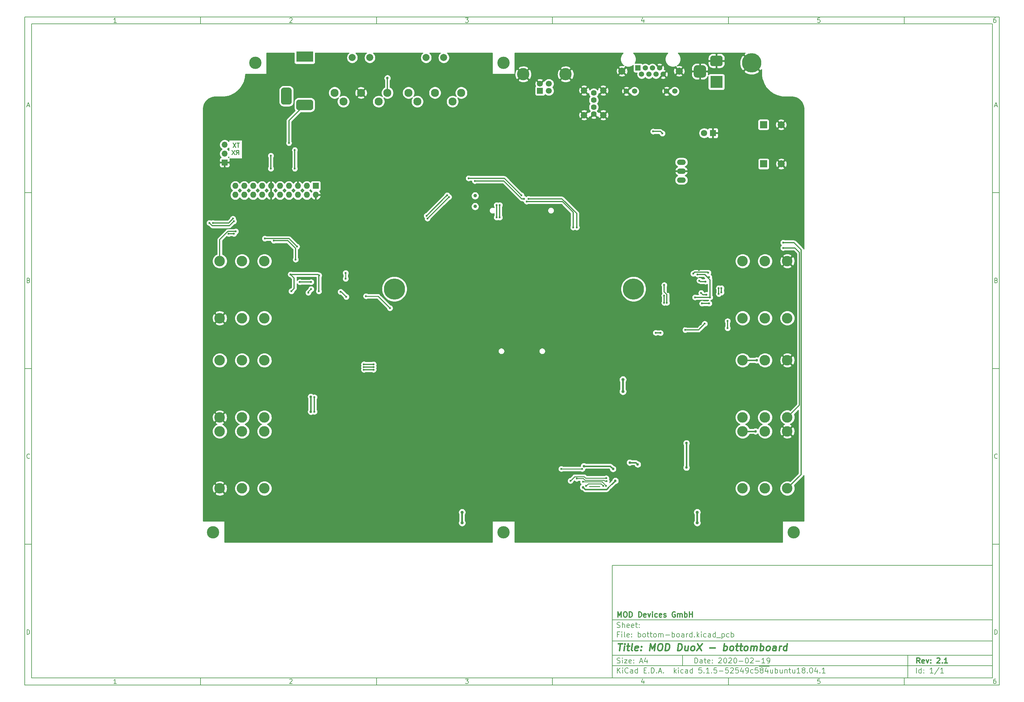
<source format=gbr>
G04 #@! TF.GenerationSoftware,KiCad,Pcbnew,5.1.5-52549c5~84~ubuntu18.04.1*
G04 #@! TF.CreationDate,2020-03-05T11:49:07+01:00*
G04 #@! TF.ProjectId,bottom-board,626f7474-6f6d-42d6-926f-6172642e6b69,2.1*
G04 #@! TF.SameCoordinates,PX48111b4PY15fd6c8*
G04 #@! TF.FileFunction,Copper,L2,Bot*
G04 #@! TF.FilePolarity,Positive*
%FSLAX46Y46*%
G04 Gerber Fmt 4.6, Leading zero omitted, Abs format (unit mm)*
G04 Created by KiCad (PCBNEW 5.1.5-52549c5~84~ubuntu18.04.1) date 2020-03-05 11:49:07*
%MOMM*%
%LPD*%
G04 APERTURE LIST*
%ADD10C,0.100000*%
%ADD11C,0.150000*%
%ADD12C,0.300000*%
%ADD13C,0.400000*%
%ADD14C,0.250000*%
%ADD15C,1.800000*%
%ADD16R,1.800000X1.800000*%
%ADD17C,5.500000*%
%ADD18O,2.499360X1.501140*%
%ADD19O,1.727200X1.727200*%
%ADD20R,1.727200X1.727200*%
%ADD21C,3.000000*%
%ADD22C,3.500000*%
%ADD23R,3.500000X3.500000*%
%ADD24O,1.700000X1.700000*%
%ADD25R,1.700000X1.700000*%
%ADD26C,1.700000*%
%ADD27C,1.620000*%
%ADD28C,1.850000*%
%ADD29R,1.500000X1.500000*%
%ADD30C,1.500000*%
%ADD31C,2.000000*%
%ADD32R,4.800000X3.000000*%
%ADD33C,2.300000*%
%ADD34C,1.000000*%
%ADD35C,6.000000*%
%ADD36R,2.000000X2.000000*%
%ADD37C,0.750000*%
%ADD38C,0.900000*%
%ADD39C,0.600000*%
%ADD40C,0.381000*%
%ADD41C,0.508000*%
%ADD42C,0.304800*%
%ADD43C,0.254000*%
G04 APERTURE END LIST*
D10*
D11*
X101434660Y-142949080D02*
X101434660Y-174949080D01*
X209434660Y-174949080D01*
X209434660Y-142949080D01*
X101434660Y-142949080D01*
D10*
D11*
X-65567540Y13058120D02*
X-65567540Y-176949080D01*
X211434660Y-176949080D01*
X211434660Y13058120D01*
X-65567540Y13058120D01*
D10*
D11*
X-63567540Y11058120D02*
X-63567540Y-174949080D01*
X209434660Y-174949080D01*
X209434660Y11058120D01*
X-63567540Y11058120D01*
D10*
D11*
X-15567540Y11058120D02*
X-15567540Y13058120D01*
D10*
D11*
X34432460Y11058120D02*
X34432460Y13058120D01*
D10*
D11*
X84432460Y11058120D02*
X84432460Y13058120D01*
D10*
D11*
X134432460Y11058120D02*
X134432460Y13058120D01*
D10*
D11*
X184432460Y11058120D02*
X184432460Y13058120D01*
D10*
D11*
X-39502064Y11470025D02*
X-40244921Y11470025D01*
X-39873493Y11470025D02*
X-39873493Y12770025D01*
X-39997302Y12584311D01*
X-40121112Y12460501D01*
X-40244921Y12398597D01*
D10*
D11*
X9755079Y12646216D02*
X9816983Y12708120D01*
X9940793Y12770025D01*
X10250317Y12770025D01*
X10374126Y12708120D01*
X10436031Y12646216D01*
X10497936Y12522406D01*
X10497936Y12398597D01*
X10436031Y12212882D01*
X9693174Y11470025D01*
X10497936Y11470025D01*
D10*
D11*
X59693174Y12770025D02*
X60497936Y12770025D01*
X60064602Y12274787D01*
X60250317Y12274787D01*
X60374126Y12212882D01*
X60436031Y12150978D01*
X60497936Y12027168D01*
X60497936Y11717644D01*
X60436031Y11593835D01*
X60374126Y11531930D01*
X60250317Y11470025D01*
X59878888Y11470025D01*
X59755079Y11531930D01*
X59693174Y11593835D01*
D10*
D11*
X110374126Y12336692D02*
X110374126Y11470025D01*
X110064602Y12831930D02*
X109755079Y11903359D01*
X110559840Y11903359D01*
D10*
D11*
X160436031Y12770025D02*
X159816983Y12770025D01*
X159755079Y12150978D01*
X159816983Y12212882D01*
X159940793Y12274787D01*
X160250317Y12274787D01*
X160374126Y12212882D01*
X160436031Y12150978D01*
X160497936Y12027168D01*
X160497936Y11717644D01*
X160436031Y11593835D01*
X160374126Y11531930D01*
X160250317Y11470025D01*
X159940793Y11470025D01*
X159816983Y11531930D01*
X159755079Y11593835D01*
D10*
D11*
X210374126Y12770025D02*
X210126507Y12770025D01*
X210002698Y12708120D01*
X209940793Y12646216D01*
X209816983Y12460501D01*
X209755079Y12212882D01*
X209755079Y11717644D01*
X209816983Y11593835D01*
X209878888Y11531930D01*
X210002698Y11470025D01*
X210250317Y11470025D01*
X210374126Y11531930D01*
X210436031Y11593835D01*
X210497936Y11717644D01*
X210497936Y12027168D01*
X210436031Y12150978D01*
X210374126Y12212882D01*
X210250317Y12274787D01*
X210002698Y12274787D01*
X209878888Y12212882D01*
X209816983Y12150978D01*
X209755079Y12027168D01*
D10*
D11*
X-15567540Y-174949080D02*
X-15567540Y-176949080D01*
D10*
D11*
X34432460Y-174949080D02*
X34432460Y-176949080D01*
D10*
D11*
X84432460Y-174949080D02*
X84432460Y-176949080D01*
D10*
D11*
X134432460Y-174949080D02*
X134432460Y-176949080D01*
D10*
D11*
X184432460Y-174949080D02*
X184432460Y-176949080D01*
D10*
D11*
X-39502064Y-176537175D02*
X-40244921Y-176537175D01*
X-39873493Y-176537175D02*
X-39873493Y-175237175D01*
X-39997302Y-175422889D01*
X-40121112Y-175546699D01*
X-40244921Y-175608603D01*
D10*
D11*
X9755079Y-175360984D02*
X9816983Y-175299080D01*
X9940793Y-175237175D01*
X10250317Y-175237175D01*
X10374126Y-175299080D01*
X10436031Y-175360984D01*
X10497936Y-175484794D01*
X10497936Y-175608603D01*
X10436031Y-175794318D01*
X9693174Y-176537175D01*
X10497936Y-176537175D01*
D10*
D11*
X59693174Y-175237175D02*
X60497936Y-175237175D01*
X60064602Y-175732413D01*
X60250317Y-175732413D01*
X60374126Y-175794318D01*
X60436031Y-175856222D01*
X60497936Y-175980032D01*
X60497936Y-176289556D01*
X60436031Y-176413365D01*
X60374126Y-176475270D01*
X60250317Y-176537175D01*
X59878888Y-176537175D01*
X59755079Y-176475270D01*
X59693174Y-176413365D01*
D10*
D11*
X110374126Y-175670508D02*
X110374126Y-176537175D01*
X110064602Y-175175270D02*
X109755079Y-176103841D01*
X110559840Y-176103841D01*
D10*
D11*
X160436031Y-175237175D02*
X159816983Y-175237175D01*
X159755079Y-175856222D01*
X159816983Y-175794318D01*
X159940793Y-175732413D01*
X160250317Y-175732413D01*
X160374126Y-175794318D01*
X160436031Y-175856222D01*
X160497936Y-175980032D01*
X160497936Y-176289556D01*
X160436031Y-176413365D01*
X160374126Y-176475270D01*
X160250317Y-176537175D01*
X159940793Y-176537175D01*
X159816983Y-176475270D01*
X159755079Y-176413365D01*
D10*
D11*
X210374126Y-175237175D02*
X210126507Y-175237175D01*
X210002698Y-175299080D01*
X209940793Y-175360984D01*
X209816983Y-175546699D01*
X209755079Y-175794318D01*
X209755079Y-176289556D01*
X209816983Y-176413365D01*
X209878888Y-176475270D01*
X210002698Y-176537175D01*
X210250317Y-176537175D01*
X210374126Y-176475270D01*
X210436031Y-176413365D01*
X210497936Y-176289556D01*
X210497936Y-175980032D01*
X210436031Y-175856222D01*
X210374126Y-175794318D01*
X210250317Y-175732413D01*
X210002698Y-175732413D01*
X209878888Y-175794318D01*
X209816983Y-175856222D01*
X209755079Y-175980032D01*
D10*
D11*
X-65567540Y-36941880D02*
X-63567540Y-36941880D01*
D10*
D11*
X-65567540Y-86941880D02*
X-63567540Y-86941880D01*
D10*
D11*
X-65567540Y-136941880D02*
X-63567540Y-136941880D01*
D10*
D11*
X-64877064Y-12158546D02*
X-64258017Y-12158546D01*
X-65000874Y-12529975D02*
X-64567540Y-11229975D01*
X-64134207Y-12529975D01*
D10*
D11*
X-64474683Y-61849022D02*
X-64288969Y-61910927D01*
X-64227064Y-61972832D01*
X-64165160Y-62096641D01*
X-64165160Y-62282356D01*
X-64227064Y-62406165D01*
X-64288969Y-62468070D01*
X-64412779Y-62529975D01*
X-64908017Y-62529975D01*
X-64908017Y-61229975D01*
X-64474683Y-61229975D01*
X-64350874Y-61291880D01*
X-64288969Y-61353784D01*
X-64227064Y-61477594D01*
X-64227064Y-61601403D01*
X-64288969Y-61725213D01*
X-64350874Y-61787118D01*
X-64474683Y-61849022D01*
X-64908017Y-61849022D01*
D10*
D11*
X-64165160Y-112406165D02*
X-64227064Y-112468070D01*
X-64412779Y-112529975D01*
X-64536588Y-112529975D01*
X-64722302Y-112468070D01*
X-64846112Y-112344260D01*
X-64908017Y-112220451D01*
X-64969921Y-111972832D01*
X-64969921Y-111787118D01*
X-64908017Y-111539499D01*
X-64846112Y-111415689D01*
X-64722302Y-111291880D01*
X-64536588Y-111229975D01*
X-64412779Y-111229975D01*
X-64227064Y-111291880D01*
X-64165160Y-111353784D01*
D10*
D11*
X-64908017Y-162529975D02*
X-64908017Y-161229975D01*
X-64598493Y-161229975D01*
X-64412779Y-161291880D01*
X-64288969Y-161415689D01*
X-64227064Y-161539499D01*
X-64165160Y-161787118D01*
X-64165160Y-161972832D01*
X-64227064Y-162220451D01*
X-64288969Y-162344260D01*
X-64412779Y-162468070D01*
X-64598493Y-162529975D01*
X-64908017Y-162529975D01*
D10*
D11*
X211434660Y-36941880D02*
X209434660Y-36941880D01*
D10*
D11*
X211434660Y-86941880D02*
X209434660Y-86941880D01*
D10*
D11*
X211434660Y-136941880D02*
X209434660Y-136941880D01*
D10*
D11*
X210125136Y-12158546D02*
X210744183Y-12158546D01*
X210001326Y-12529975D02*
X210434660Y-11229975D01*
X210867993Y-12529975D01*
D10*
D11*
X210527517Y-61849022D02*
X210713231Y-61910927D01*
X210775136Y-61972832D01*
X210837040Y-62096641D01*
X210837040Y-62282356D01*
X210775136Y-62406165D01*
X210713231Y-62468070D01*
X210589421Y-62529975D01*
X210094183Y-62529975D01*
X210094183Y-61229975D01*
X210527517Y-61229975D01*
X210651326Y-61291880D01*
X210713231Y-61353784D01*
X210775136Y-61477594D01*
X210775136Y-61601403D01*
X210713231Y-61725213D01*
X210651326Y-61787118D01*
X210527517Y-61849022D01*
X210094183Y-61849022D01*
D10*
D11*
X210837040Y-112406165D02*
X210775136Y-112468070D01*
X210589421Y-112529975D01*
X210465612Y-112529975D01*
X210279898Y-112468070D01*
X210156088Y-112344260D01*
X210094183Y-112220451D01*
X210032279Y-111972832D01*
X210032279Y-111787118D01*
X210094183Y-111539499D01*
X210156088Y-111415689D01*
X210279898Y-111291880D01*
X210465612Y-111229975D01*
X210589421Y-111229975D01*
X210775136Y-111291880D01*
X210837040Y-111353784D01*
D10*
D11*
X210094183Y-162529975D02*
X210094183Y-161229975D01*
X210403707Y-161229975D01*
X210589421Y-161291880D01*
X210713231Y-161415689D01*
X210775136Y-161539499D01*
X210837040Y-161787118D01*
X210837040Y-161972832D01*
X210775136Y-162220451D01*
X210713231Y-162344260D01*
X210589421Y-162468070D01*
X210403707Y-162529975D01*
X210094183Y-162529975D01*
D10*
D11*
X124866802Y-170727651D02*
X124866802Y-169227651D01*
X125223945Y-169227651D01*
X125438231Y-169299080D01*
X125581088Y-169441937D01*
X125652517Y-169584794D01*
X125723945Y-169870508D01*
X125723945Y-170084794D01*
X125652517Y-170370508D01*
X125581088Y-170513365D01*
X125438231Y-170656222D01*
X125223945Y-170727651D01*
X124866802Y-170727651D01*
X127009660Y-170727651D02*
X127009660Y-169941937D01*
X126938231Y-169799080D01*
X126795374Y-169727651D01*
X126509660Y-169727651D01*
X126366802Y-169799080D01*
X127009660Y-170656222D02*
X126866802Y-170727651D01*
X126509660Y-170727651D01*
X126366802Y-170656222D01*
X126295374Y-170513365D01*
X126295374Y-170370508D01*
X126366802Y-170227651D01*
X126509660Y-170156222D01*
X126866802Y-170156222D01*
X127009660Y-170084794D01*
X127509660Y-169727651D02*
X128081088Y-169727651D01*
X127723945Y-169227651D02*
X127723945Y-170513365D01*
X127795374Y-170656222D01*
X127938231Y-170727651D01*
X128081088Y-170727651D01*
X129152517Y-170656222D02*
X129009660Y-170727651D01*
X128723945Y-170727651D01*
X128581088Y-170656222D01*
X128509660Y-170513365D01*
X128509660Y-169941937D01*
X128581088Y-169799080D01*
X128723945Y-169727651D01*
X129009660Y-169727651D01*
X129152517Y-169799080D01*
X129223945Y-169941937D01*
X129223945Y-170084794D01*
X128509660Y-170227651D01*
X129866802Y-170584794D02*
X129938231Y-170656222D01*
X129866802Y-170727651D01*
X129795374Y-170656222D01*
X129866802Y-170584794D01*
X129866802Y-170727651D01*
X129866802Y-169799080D02*
X129938231Y-169870508D01*
X129866802Y-169941937D01*
X129795374Y-169870508D01*
X129866802Y-169799080D01*
X129866802Y-169941937D01*
X131652517Y-169370508D02*
X131723945Y-169299080D01*
X131866802Y-169227651D01*
X132223945Y-169227651D01*
X132366802Y-169299080D01*
X132438231Y-169370508D01*
X132509660Y-169513365D01*
X132509660Y-169656222D01*
X132438231Y-169870508D01*
X131581088Y-170727651D01*
X132509660Y-170727651D01*
X133438231Y-169227651D02*
X133581088Y-169227651D01*
X133723945Y-169299080D01*
X133795374Y-169370508D01*
X133866802Y-169513365D01*
X133938231Y-169799080D01*
X133938231Y-170156222D01*
X133866802Y-170441937D01*
X133795374Y-170584794D01*
X133723945Y-170656222D01*
X133581088Y-170727651D01*
X133438231Y-170727651D01*
X133295374Y-170656222D01*
X133223945Y-170584794D01*
X133152517Y-170441937D01*
X133081088Y-170156222D01*
X133081088Y-169799080D01*
X133152517Y-169513365D01*
X133223945Y-169370508D01*
X133295374Y-169299080D01*
X133438231Y-169227651D01*
X134509660Y-169370508D02*
X134581088Y-169299080D01*
X134723945Y-169227651D01*
X135081088Y-169227651D01*
X135223945Y-169299080D01*
X135295374Y-169370508D01*
X135366802Y-169513365D01*
X135366802Y-169656222D01*
X135295374Y-169870508D01*
X134438231Y-170727651D01*
X135366802Y-170727651D01*
X136295374Y-169227651D02*
X136438231Y-169227651D01*
X136581088Y-169299080D01*
X136652517Y-169370508D01*
X136723945Y-169513365D01*
X136795374Y-169799080D01*
X136795374Y-170156222D01*
X136723945Y-170441937D01*
X136652517Y-170584794D01*
X136581088Y-170656222D01*
X136438231Y-170727651D01*
X136295374Y-170727651D01*
X136152517Y-170656222D01*
X136081088Y-170584794D01*
X136009660Y-170441937D01*
X135938231Y-170156222D01*
X135938231Y-169799080D01*
X136009660Y-169513365D01*
X136081088Y-169370508D01*
X136152517Y-169299080D01*
X136295374Y-169227651D01*
X137438231Y-170156222D02*
X138581088Y-170156222D01*
X139581088Y-169227651D02*
X139723945Y-169227651D01*
X139866802Y-169299080D01*
X139938231Y-169370508D01*
X140009660Y-169513365D01*
X140081088Y-169799080D01*
X140081088Y-170156222D01*
X140009660Y-170441937D01*
X139938231Y-170584794D01*
X139866802Y-170656222D01*
X139723945Y-170727651D01*
X139581088Y-170727651D01*
X139438231Y-170656222D01*
X139366802Y-170584794D01*
X139295374Y-170441937D01*
X139223945Y-170156222D01*
X139223945Y-169799080D01*
X139295374Y-169513365D01*
X139366802Y-169370508D01*
X139438231Y-169299080D01*
X139581088Y-169227651D01*
X140652517Y-169370508D02*
X140723945Y-169299080D01*
X140866802Y-169227651D01*
X141223945Y-169227651D01*
X141366802Y-169299080D01*
X141438231Y-169370508D01*
X141509660Y-169513365D01*
X141509660Y-169656222D01*
X141438231Y-169870508D01*
X140581088Y-170727651D01*
X141509660Y-170727651D01*
X142152517Y-170156222D02*
X143295374Y-170156222D01*
X144795374Y-170727651D02*
X143938231Y-170727651D01*
X144366802Y-170727651D02*
X144366802Y-169227651D01*
X144223945Y-169441937D01*
X144081088Y-169584794D01*
X143938231Y-169656222D01*
X145509660Y-170727651D02*
X145795374Y-170727651D01*
X145938231Y-170656222D01*
X146009660Y-170584794D01*
X146152517Y-170370508D01*
X146223945Y-170084794D01*
X146223945Y-169513365D01*
X146152517Y-169370508D01*
X146081088Y-169299080D01*
X145938231Y-169227651D01*
X145652517Y-169227651D01*
X145509660Y-169299080D01*
X145438231Y-169370508D01*
X145366802Y-169513365D01*
X145366802Y-169870508D01*
X145438231Y-170013365D01*
X145509660Y-170084794D01*
X145652517Y-170156222D01*
X145938231Y-170156222D01*
X146081088Y-170084794D01*
X146152517Y-170013365D01*
X146223945Y-169870508D01*
D10*
D11*
X101434660Y-171449080D02*
X209434660Y-171449080D01*
D10*
D11*
X102866802Y-173527651D02*
X102866802Y-172027651D01*
X103723945Y-173527651D02*
X103081088Y-172670508D01*
X103723945Y-172027651D02*
X102866802Y-172884794D01*
X104366802Y-173527651D02*
X104366802Y-172527651D01*
X104366802Y-172027651D02*
X104295374Y-172099080D01*
X104366802Y-172170508D01*
X104438231Y-172099080D01*
X104366802Y-172027651D01*
X104366802Y-172170508D01*
X105938231Y-173384794D02*
X105866802Y-173456222D01*
X105652517Y-173527651D01*
X105509660Y-173527651D01*
X105295374Y-173456222D01*
X105152517Y-173313365D01*
X105081088Y-173170508D01*
X105009660Y-172884794D01*
X105009660Y-172670508D01*
X105081088Y-172384794D01*
X105152517Y-172241937D01*
X105295374Y-172099080D01*
X105509660Y-172027651D01*
X105652517Y-172027651D01*
X105866802Y-172099080D01*
X105938231Y-172170508D01*
X107223945Y-173527651D02*
X107223945Y-172741937D01*
X107152517Y-172599080D01*
X107009660Y-172527651D01*
X106723945Y-172527651D01*
X106581088Y-172599080D01*
X107223945Y-173456222D02*
X107081088Y-173527651D01*
X106723945Y-173527651D01*
X106581088Y-173456222D01*
X106509660Y-173313365D01*
X106509660Y-173170508D01*
X106581088Y-173027651D01*
X106723945Y-172956222D01*
X107081088Y-172956222D01*
X107223945Y-172884794D01*
X108581088Y-173527651D02*
X108581088Y-172027651D01*
X108581088Y-173456222D02*
X108438231Y-173527651D01*
X108152517Y-173527651D01*
X108009660Y-173456222D01*
X107938231Y-173384794D01*
X107866802Y-173241937D01*
X107866802Y-172813365D01*
X107938231Y-172670508D01*
X108009660Y-172599080D01*
X108152517Y-172527651D01*
X108438231Y-172527651D01*
X108581088Y-172599080D01*
X110438231Y-172741937D02*
X110938231Y-172741937D01*
X111152517Y-173527651D02*
X110438231Y-173527651D01*
X110438231Y-172027651D01*
X111152517Y-172027651D01*
X111795374Y-173384794D02*
X111866802Y-173456222D01*
X111795374Y-173527651D01*
X111723945Y-173456222D01*
X111795374Y-173384794D01*
X111795374Y-173527651D01*
X112509660Y-173527651D02*
X112509660Y-172027651D01*
X112866802Y-172027651D01*
X113081088Y-172099080D01*
X113223945Y-172241937D01*
X113295374Y-172384794D01*
X113366802Y-172670508D01*
X113366802Y-172884794D01*
X113295374Y-173170508D01*
X113223945Y-173313365D01*
X113081088Y-173456222D01*
X112866802Y-173527651D01*
X112509660Y-173527651D01*
X114009660Y-173384794D02*
X114081088Y-173456222D01*
X114009660Y-173527651D01*
X113938231Y-173456222D01*
X114009660Y-173384794D01*
X114009660Y-173527651D01*
X114652517Y-173099080D02*
X115366802Y-173099080D01*
X114509660Y-173527651D02*
X115009660Y-172027651D01*
X115509660Y-173527651D01*
X116009660Y-173384794D02*
X116081088Y-173456222D01*
X116009660Y-173527651D01*
X115938231Y-173456222D01*
X116009660Y-173384794D01*
X116009660Y-173527651D01*
X119009660Y-173527651D02*
X119009660Y-172027651D01*
X119152517Y-172956222D02*
X119581088Y-173527651D01*
X119581088Y-172527651D02*
X119009660Y-173099080D01*
X120223945Y-173527651D02*
X120223945Y-172527651D01*
X120223945Y-172027651D02*
X120152517Y-172099080D01*
X120223945Y-172170508D01*
X120295374Y-172099080D01*
X120223945Y-172027651D01*
X120223945Y-172170508D01*
X121581088Y-173456222D02*
X121438231Y-173527651D01*
X121152517Y-173527651D01*
X121009660Y-173456222D01*
X120938231Y-173384794D01*
X120866802Y-173241937D01*
X120866802Y-172813365D01*
X120938231Y-172670508D01*
X121009660Y-172599080D01*
X121152517Y-172527651D01*
X121438231Y-172527651D01*
X121581088Y-172599080D01*
X122866802Y-173527651D02*
X122866802Y-172741937D01*
X122795374Y-172599080D01*
X122652517Y-172527651D01*
X122366802Y-172527651D01*
X122223945Y-172599080D01*
X122866802Y-173456222D02*
X122723945Y-173527651D01*
X122366802Y-173527651D01*
X122223945Y-173456222D01*
X122152517Y-173313365D01*
X122152517Y-173170508D01*
X122223945Y-173027651D01*
X122366802Y-172956222D01*
X122723945Y-172956222D01*
X122866802Y-172884794D01*
X124223945Y-173527651D02*
X124223945Y-172027651D01*
X124223945Y-173456222D02*
X124081088Y-173527651D01*
X123795374Y-173527651D01*
X123652517Y-173456222D01*
X123581088Y-173384794D01*
X123509660Y-173241937D01*
X123509660Y-172813365D01*
X123581088Y-172670508D01*
X123652517Y-172599080D01*
X123795374Y-172527651D01*
X124081088Y-172527651D01*
X124223945Y-172599080D01*
X126795374Y-172027651D02*
X126081088Y-172027651D01*
X126009660Y-172741937D01*
X126081088Y-172670508D01*
X126223945Y-172599080D01*
X126581088Y-172599080D01*
X126723945Y-172670508D01*
X126795374Y-172741937D01*
X126866802Y-172884794D01*
X126866802Y-173241937D01*
X126795374Y-173384794D01*
X126723945Y-173456222D01*
X126581088Y-173527651D01*
X126223945Y-173527651D01*
X126081088Y-173456222D01*
X126009660Y-173384794D01*
X127509660Y-173384794D02*
X127581088Y-173456222D01*
X127509660Y-173527651D01*
X127438231Y-173456222D01*
X127509660Y-173384794D01*
X127509660Y-173527651D01*
X129009660Y-173527651D02*
X128152517Y-173527651D01*
X128581088Y-173527651D02*
X128581088Y-172027651D01*
X128438231Y-172241937D01*
X128295374Y-172384794D01*
X128152517Y-172456222D01*
X129652517Y-173384794D02*
X129723945Y-173456222D01*
X129652517Y-173527651D01*
X129581088Y-173456222D01*
X129652517Y-173384794D01*
X129652517Y-173527651D01*
X131081088Y-172027651D02*
X130366802Y-172027651D01*
X130295374Y-172741937D01*
X130366802Y-172670508D01*
X130509660Y-172599080D01*
X130866802Y-172599080D01*
X131009660Y-172670508D01*
X131081088Y-172741937D01*
X131152517Y-172884794D01*
X131152517Y-173241937D01*
X131081088Y-173384794D01*
X131009660Y-173456222D01*
X130866802Y-173527651D01*
X130509660Y-173527651D01*
X130366802Y-173456222D01*
X130295374Y-173384794D01*
X131795374Y-172956222D02*
X132938231Y-172956222D01*
X134366802Y-172027651D02*
X133652517Y-172027651D01*
X133581088Y-172741937D01*
X133652517Y-172670508D01*
X133795374Y-172599080D01*
X134152517Y-172599080D01*
X134295374Y-172670508D01*
X134366802Y-172741937D01*
X134438231Y-172884794D01*
X134438231Y-173241937D01*
X134366802Y-173384794D01*
X134295374Y-173456222D01*
X134152517Y-173527651D01*
X133795374Y-173527651D01*
X133652517Y-173456222D01*
X133581088Y-173384794D01*
X135009660Y-172170508D02*
X135081088Y-172099080D01*
X135223945Y-172027651D01*
X135581088Y-172027651D01*
X135723945Y-172099080D01*
X135795374Y-172170508D01*
X135866802Y-172313365D01*
X135866802Y-172456222D01*
X135795374Y-172670508D01*
X134938231Y-173527651D01*
X135866802Y-173527651D01*
X137223945Y-172027651D02*
X136509660Y-172027651D01*
X136438231Y-172741937D01*
X136509660Y-172670508D01*
X136652517Y-172599080D01*
X137009660Y-172599080D01*
X137152517Y-172670508D01*
X137223945Y-172741937D01*
X137295374Y-172884794D01*
X137295374Y-173241937D01*
X137223945Y-173384794D01*
X137152517Y-173456222D01*
X137009660Y-173527651D01*
X136652517Y-173527651D01*
X136509660Y-173456222D01*
X136438231Y-173384794D01*
X138581088Y-172527651D02*
X138581088Y-173527651D01*
X138223945Y-171956222D02*
X137866802Y-173027651D01*
X138795374Y-173027651D01*
X139438231Y-173527651D02*
X139723945Y-173527651D01*
X139866802Y-173456222D01*
X139938231Y-173384794D01*
X140081088Y-173170508D01*
X140152517Y-172884794D01*
X140152517Y-172313365D01*
X140081088Y-172170508D01*
X140009660Y-172099080D01*
X139866802Y-172027651D01*
X139581088Y-172027651D01*
X139438231Y-172099080D01*
X139366802Y-172170508D01*
X139295374Y-172313365D01*
X139295374Y-172670508D01*
X139366802Y-172813365D01*
X139438231Y-172884794D01*
X139581088Y-172956222D01*
X139866802Y-172956222D01*
X140009660Y-172884794D01*
X140081088Y-172813365D01*
X140152517Y-172670508D01*
X141438231Y-173456222D02*
X141295374Y-173527651D01*
X141009660Y-173527651D01*
X140866802Y-173456222D01*
X140795374Y-173384794D01*
X140723945Y-173241937D01*
X140723945Y-172813365D01*
X140795374Y-172670508D01*
X140866802Y-172599080D01*
X141009660Y-172527651D01*
X141295374Y-172527651D01*
X141438231Y-172599080D01*
X142795374Y-172027651D02*
X142081088Y-172027651D01*
X142009660Y-172741937D01*
X142081088Y-172670508D01*
X142223945Y-172599080D01*
X142581088Y-172599080D01*
X142723945Y-172670508D01*
X142795374Y-172741937D01*
X142866802Y-172884794D01*
X142866802Y-173241937D01*
X142795374Y-173384794D01*
X142723945Y-173456222D01*
X142581088Y-173527651D01*
X142223945Y-173527651D01*
X142081088Y-173456222D01*
X142009660Y-173384794D01*
X143152517Y-171619080D02*
X144581088Y-171619080D01*
X143723945Y-172670508D02*
X143581088Y-172599080D01*
X143509660Y-172527651D01*
X143438231Y-172384794D01*
X143438231Y-172313365D01*
X143509660Y-172170508D01*
X143581088Y-172099080D01*
X143723945Y-172027651D01*
X144009660Y-172027651D01*
X144152517Y-172099080D01*
X144223945Y-172170508D01*
X144295374Y-172313365D01*
X144295374Y-172384794D01*
X144223945Y-172527651D01*
X144152517Y-172599080D01*
X144009660Y-172670508D01*
X143723945Y-172670508D01*
X143581088Y-172741937D01*
X143509660Y-172813365D01*
X143438231Y-172956222D01*
X143438231Y-173241937D01*
X143509660Y-173384794D01*
X143581088Y-173456222D01*
X143723945Y-173527651D01*
X144009660Y-173527651D01*
X144152517Y-173456222D01*
X144223945Y-173384794D01*
X144295374Y-173241937D01*
X144295374Y-172956222D01*
X144223945Y-172813365D01*
X144152517Y-172741937D01*
X144009660Y-172670508D01*
X144581088Y-171619080D02*
X146009659Y-171619080D01*
X145581088Y-172527651D02*
X145581088Y-173527651D01*
X145223945Y-171956222D02*
X144866802Y-173027651D01*
X145795374Y-173027651D01*
X147009659Y-172527651D02*
X147009659Y-173527651D01*
X146366802Y-172527651D02*
X146366802Y-173313365D01*
X146438231Y-173456222D01*
X146581088Y-173527651D01*
X146795374Y-173527651D01*
X146938231Y-173456222D01*
X147009659Y-173384794D01*
X147723945Y-173527651D02*
X147723945Y-172027651D01*
X147723945Y-172599080D02*
X147866802Y-172527651D01*
X148152517Y-172527651D01*
X148295374Y-172599080D01*
X148366802Y-172670508D01*
X148438231Y-172813365D01*
X148438231Y-173241937D01*
X148366802Y-173384794D01*
X148295374Y-173456222D01*
X148152517Y-173527651D01*
X147866802Y-173527651D01*
X147723945Y-173456222D01*
X149723945Y-172527651D02*
X149723945Y-173527651D01*
X149081088Y-172527651D02*
X149081088Y-173313365D01*
X149152517Y-173456222D01*
X149295374Y-173527651D01*
X149509659Y-173527651D01*
X149652517Y-173456222D01*
X149723945Y-173384794D01*
X150438231Y-172527651D02*
X150438231Y-173527651D01*
X150438231Y-172670508D02*
X150509659Y-172599080D01*
X150652517Y-172527651D01*
X150866802Y-172527651D01*
X151009659Y-172599080D01*
X151081088Y-172741937D01*
X151081088Y-173527651D01*
X151581088Y-172527651D02*
X152152517Y-172527651D01*
X151795374Y-172027651D02*
X151795374Y-173313365D01*
X151866802Y-173456222D01*
X152009660Y-173527651D01*
X152152517Y-173527651D01*
X153295374Y-172527651D02*
X153295374Y-173527651D01*
X152652517Y-172527651D02*
X152652517Y-173313365D01*
X152723945Y-173456222D01*
X152866802Y-173527651D01*
X153081088Y-173527651D01*
X153223945Y-173456222D01*
X153295374Y-173384794D01*
X154795374Y-173527651D02*
X153938231Y-173527651D01*
X154366802Y-173527651D02*
X154366802Y-172027651D01*
X154223945Y-172241937D01*
X154081088Y-172384794D01*
X153938231Y-172456222D01*
X155652517Y-172670508D02*
X155509659Y-172599080D01*
X155438231Y-172527651D01*
X155366802Y-172384794D01*
X155366802Y-172313365D01*
X155438231Y-172170508D01*
X155509659Y-172099080D01*
X155652517Y-172027651D01*
X155938231Y-172027651D01*
X156081088Y-172099080D01*
X156152517Y-172170508D01*
X156223945Y-172313365D01*
X156223945Y-172384794D01*
X156152517Y-172527651D01*
X156081088Y-172599080D01*
X155938231Y-172670508D01*
X155652517Y-172670508D01*
X155509659Y-172741937D01*
X155438231Y-172813365D01*
X155366802Y-172956222D01*
X155366802Y-173241937D01*
X155438231Y-173384794D01*
X155509659Y-173456222D01*
X155652517Y-173527651D01*
X155938231Y-173527651D01*
X156081088Y-173456222D01*
X156152517Y-173384794D01*
X156223945Y-173241937D01*
X156223945Y-172956222D01*
X156152517Y-172813365D01*
X156081088Y-172741937D01*
X155938231Y-172670508D01*
X156866802Y-173384794D02*
X156938231Y-173456222D01*
X156866802Y-173527651D01*
X156795374Y-173456222D01*
X156866802Y-173384794D01*
X156866802Y-173527651D01*
X157866802Y-172027651D02*
X158009659Y-172027651D01*
X158152517Y-172099080D01*
X158223945Y-172170508D01*
X158295374Y-172313365D01*
X158366802Y-172599080D01*
X158366802Y-172956222D01*
X158295374Y-173241937D01*
X158223945Y-173384794D01*
X158152517Y-173456222D01*
X158009659Y-173527651D01*
X157866802Y-173527651D01*
X157723945Y-173456222D01*
X157652517Y-173384794D01*
X157581088Y-173241937D01*
X157509659Y-172956222D01*
X157509659Y-172599080D01*
X157581088Y-172313365D01*
X157652517Y-172170508D01*
X157723945Y-172099080D01*
X157866802Y-172027651D01*
X159652517Y-172527651D02*
X159652517Y-173527651D01*
X159295374Y-171956222D02*
X158938231Y-173027651D01*
X159866802Y-173027651D01*
X160438231Y-173384794D02*
X160509659Y-173456222D01*
X160438231Y-173527651D01*
X160366802Y-173456222D01*
X160438231Y-173384794D01*
X160438231Y-173527651D01*
X161938231Y-173527651D02*
X161081088Y-173527651D01*
X161509659Y-173527651D02*
X161509659Y-172027651D01*
X161366802Y-172241937D01*
X161223945Y-172384794D01*
X161081088Y-172456222D01*
D10*
D11*
X101434660Y-168449080D02*
X209434660Y-168449080D01*
D10*
D12*
X188843945Y-170727651D02*
X188343945Y-170013365D01*
X187986802Y-170727651D02*
X187986802Y-169227651D01*
X188558231Y-169227651D01*
X188701088Y-169299080D01*
X188772517Y-169370508D01*
X188843945Y-169513365D01*
X188843945Y-169727651D01*
X188772517Y-169870508D01*
X188701088Y-169941937D01*
X188558231Y-170013365D01*
X187986802Y-170013365D01*
X190058231Y-170656222D02*
X189915374Y-170727651D01*
X189629660Y-170727651D01*
X189486802Y-170656222D01*
X189415374Y-170513365D01*
X189415374Y-169941937D01*
X189486802Y-169799080D01*
X189629660Y-169727651D01*
X189915374Y-169727651D01*
X190058231Y-169799080D01*
X190129660Y-169941937D01*
X190129660Y-170084794D01*
X189415374Y-170227651D01*
X190629660Y-169727651D02*
X190986802Y-170727651D01*
X191343945Y-169727651D01*
X191915374Y-170584794D02*
X191986802Y-170656222D01*
X191915374Y-170727651D01*
X191843945Y-170656222D01*
X191915374Y-170584794D01*
X191915374Y-170727651D01*
X191915374Y-169799080D02*
X191986802Y-169870508D01*
X191915374Y-169941937D01*
X191843945Y-169870508D01*
X191915374Y-169799080D01*
X191915374Y-169941937D01*
X193701088Y-169370508D02*
X193772517Y-169299080D01*
X193915374Y-169227651D01*
X194272517Y-169227651D01*
X194415374Y-169299080D01*
X194486802Y-169370508D01*
X194558231Y-169513365D01*
X194558231Y-169656222D01*
X194486802Y-169870508D01*
X193629660Y-170727651D01*
X194558231Y-170727651D01*
X195201088Y-170584794D02*
X195272517Y-170656222D01*
X195201088Y-170727651D01*
X195129660Y-170656222D01*
X195201088Y-170584794D01*
X195201088Y-170727651D01*
X196701088Y-170727651D02*
X195843945Y-170727651D01*
X196272517Y-170727651D02*
X196272517Y-169227651D01*
X196129660Y-169441937D01*
X195986802Y-169584794D01*
X195843945Y-169656222D01*
D10*
D11*
X102795374Y-170656222D02*
X103009660Y-170727651D01*
X103366802Y-170727651D01*
X103509660Y-170656222D01*
X103581088Y-170584794D01*
X103652517Y-170441937D01*
X103652517Y-170299080D01*
X103581088Y-170156222D01*
X103509660Y-170084794D01*
X103366802Y-170013365D01*
X103081088Y-169941937D01*
X102938231Y-169870508D01*
X102866802Y-169799080D01*
X102795374Y-169656222D01*
X102795374Y-169513365D01*
X102866802Y-169370508D01*
X102938231Y-169299080D01*
X103081088Y-169227651D01*
X103438231Y-169227651D01*
X103652517Y-169299080D01*
X104295374Y-170727651D02*
X104295374Y-169727651D01*
X104295374Y-169227651D02*
X104223945Y-169299080D01*
X104295374Y-169370508D01*
X104366802Y-169299080D01*
X104295374Y-169227651D01*
X104295374Y-169370508D01*
X104866802Y-169727651D02*
X105652517Y-169727651D01*
X104866802Y-170727651D01*
X105652517Y-170727651D01*
X106795374Y-170656222D02*
X106652517Y-170727651D01*
X106366802Y-170727651D01*
X106223945Y-170656222D01*
X106152517Y-170513365D01*
X106152517Y-169941937D01*
X106223945Y-169799080D01*
X106366802Y-169727651D01*
X106652517Y-169727651D01*
X106795374Y-169799080D01*
X106866802Y-169941937D01*
X106866802Y-170084794D01*
X106152517Y-170227651D01*
X107509660Y-170584794D02*
X107581088Y-170656222D01*
X107509660Y-170727651D01*
X107438231Y-170656222D01*
X107509660Y-170584794D01*
X107509660Y-170727651D01*
X107509660Y-169799080D02*
X107581088Y-169870508D01*
X107509660Y-169941937D01*
X107438231Y-169870508D01*
X107509660Y-169799080D01*
X107509660Y-169941937D01*
X109295374Y-170299080D02*
X110009660Y-170299080D01*
X109152517Y-170727651D02*
X109652517Y-169227651D01*
X110152517Y-170727651D01*
X111295374Y-169727651D02*
X111295374Y-170727651D01*
X110938231Y-169156222D02*
X110581088Y-170227651D01*
X111509660Y-170227651D01*
D10*
D11*
X187866802Y-173527651D02*
X187866802Y-172027651D01*
X189223945Y-173527651D02*
X189223945Y-172027651D01*
X189223945Y-173456222D02*
X189081088Y-173527651D01*
X188795374Y-173527651D01*
X188652517Y-173456222D01*
X188581088Y-173384794D01*
X188509660Y-173241937D01*
X188509660Y-172813365D01*
X188581088Y-172670508D01*
X188652517Y-172599080D01*
X188795374Y-172527651D01*
X189081088Y-172527651D01*
X189223945Y-172599080D01*
X189938231Y-173384794D02*
X190009660Y-173456222D01*
X189938231Y-173527651D01*
X189866802Y-173456222D01*
X189938231Y-173384794D01*
X189938231Y-173527651D01*
X189938231Y-172599080D02*
X190009660Y-172670508D01*
X189938231Y-172741937D01*
X189866802Y-172670508D01*
X189938231Y-172599080D01*
X189938231Y-172741937D01*
X192581088Y-173527651D02*
X191723945Y-173527651D01*
X192152517Y-173527651D02*
X192152517Y-172027651D01*
X192009660Y-172241937D01*
X191866802Y-172384794D01*
X191723945Y-172456222D01*
X194295374Y-171956222D02*
X193009660Y-173884794D01*
X195581088Y-173527651D02*
X194723945Y-173527651D01*
X195152517Y-173527651D02*
X195152517Y-172027651D01*
X195009660Y-172241937D01*
X194866802Y-172384794D01*
X194723945Y-172456222D01*
D10*
D11*
X101434660Y-164449080D02*
X209434660Y-164449080D01*
D10*
D13*
X103147040Y-165153841D02*
X104289898Y-165153841D01*
X103468469Y-167153841D02*
X103718469Y-165153841D01*
X104706564Y-167153841D02*
X104873231Y-165820508D01*
X104956564Y-165153841D02*
X104849421Y-165249080D01*
X104932755Y-165344318D01*
X105039898Y-165249080D01*
X104956564Y-165153841D01*
X104932755Y-165344318D01*
X105539898Y-165820508D02*
X106301802Y-165820508D01*
X105908945Y-165153841D02*
X105694660Y-166868127D01*
X105766088Y-167058603D01*
X105944660Y-167153841D01*
X106135136Y-167153841D01*
X107087517Y-167153841D02*
X106908945Y-167058603D01*
X106837517Y-166868127D01*
X107051802Y-165153841D01*
X108623231Y-167058603D02*
X108420850Y-167153841D01*
X108039898Y-167153841D01*
X107861326Y-167058603D01*
X107789898Y-166868127D01*
X107885136Y-166106222D01*
X108004183Y-165915746D01*
X108206564Y-165820508D01*
X108587517Y-165820508D01*
X108766088Y-165915746D01*
X108837517Y-166106222D01*
X108813707Y-166296699D01*
X107837517Y-166487175D01*
X109587517Y-166963365D02*
X109670850Y-167058603D01*
X109563707Y-167153841D01*
X109480374Y-167058603D01*
X109587517Y-166963365D01*
X109563707Y-167153841D01*
X109718469Y-165915746D02*
X109801802Y-166010984D01*
X109694660Y-166106222D01*
X109611326Y-166010984D01*
X109718469Y-165915746D01*
X109694660Y-166106222D01*
X112039898Y-167153841D02*
X112289898Y-165153841D01*
X112777993Y-166582413D01*
X113623231Y-165153841D01*
X113373231Y-167153841D01*
X114956564Y-165153841D02*
X115337517Y-165153841D01*
X115516088Y-165249080D01*
X115682755Y-165439556D01*
X115730374Y-165820508D01*
X115647040Y-166487175D01*
X115504183Y-166868127D01*
X115289898Y-167058603D01*
X115087517Y-167153841D01*
X114706564Y-167153841D01*
X114527993Y-167058603D01*
X114361326Y-166868127D01*
X114313707Y-166487175D01*
X114397040Y-165820508D01*
X114539898Y-165439556D01*
X114754183Y-165249080D01*
X114956564Y-165153841D01*
X116420850Y-167153841D02*
X116670850Y-165153841D01*
X117147040Y-165153841D01*
X117420850Y-165249080D01*
X117587517Y-165439556D01*
X117658945Y-165630032D01*
X117706564Y-166010984D01*
X117670850Y-166296699D01*
X117527993Y-166677651D01*
X117408945Y-166868127D01*
X117194660Y-167058603D01*
X116897040Y-167153841D01*
X116420850Y-167153841D01*
X119944660Y-167153841D02*
X120194660Y-165153841D01*
X120670850Y-165153841D01*
X120944660Y-165249080D01*
X121111326Y-165439556D01*
X121182755Y-165630032D01*
X121230374Y-166010984D01*
X121194660Y-166296699D01*
X121051802Y-166677651D01*
X120932755Y-166868127D01*
X120718469Y-167058603D01*
X120420850Y-167153841D01*
X119944660Y-167153841D01*
X122968469Y-165820508D02*
X122801802Y-167153841D01*
X122111326Y-165820508D02*
X121980374Y-166868127D01*
X122051802Y-167058603D01*
X122230374Y-167153841D01*
X122516088Y-167153841D01*
X122718469Y-167058603D01*
X122825612Y-166963365D01*
X124039898Y-167153841D02*
X123861326Y-167058603D01*
X123777993Y-166963365D01*
X123706564Y-166772889D01*
X123777993Y-166201460D01*
X123897040Y-166010984D01*
X124004183Y-165915746D01*
X124206564Y-165820508D01*
X124492279Y-165820508D01*
X124670850Y-165915746D01*
X124754183Y-166010984D01*
X124825612Y-166201460D01*
X124754183Y-166772889D01*
X124635136Y-166963365D01*
X124527993Y-167058603D01*
X124325612Y-167153841D01*
X124039898Y-167153841D01*
X125623231Y-165153841D02*
X126706564Y-167153841D01*
X126956564Y-165153841D02*
X125373231Y-167153841D01*
X129087517Y-166391937D02*
X130611326Y-166391937D01*
X132992279Y-167153841D02*
X133242279Y-165153841D01*
X133147040Y-165915746D02*
X133349421Y-165820508D01*
X133730374Y-165820508D01*
X133908945Y-165915746D01*
X133992279Y-166010984D01*
X134063707Y-166201460D01*
X133992279Y-166772889D01*
X133873231Y-166963365D01*
X133766088Y-167058603D01*
X133563707Y-167153841D01*
X133182755Y-167153841D01*
X133004183Y-167058603D01*
X135087517Y-167153841D02*
X134908945Y-167058603D01*
X134825612Y-166963365D01*
X134754183Y-166772889D01*
X134825612Y-166201460D01*
X134944660Y-166010984D01*
X135051802Y-165915746D01*
X135254183Y-165820508D01*
X135539898Y-165820508D01*
X135718469Y-165915746D01*
X135801802Y-166010984D01*
X135873231Y-166201460D01*
X135801802Y-166772889D01*
X135682755Y-166963365D01*
X135575612Y-167058603D01*
X135373231Y-167153841D01*
X135087517Y-167153841D01*
X136492279Y-165820508D02*
X137254183Y-165820508D01*
X136861326Y-165153841D02*
X136647040Y-166868127D01*
X136718469Y-167058603D01*
X136897040Y-167153841D01*
X137087517Y-167153841D01*
X137635136Y-165820508D02*
X138397040Y-165820508D01*
X138004183Y-165153841D02*
X137789898Y-166868127D01*
X137861326Y-167058603D01*
X138039898Y-167153841D01*
X138230374Y-167153841D01*
X139182755Y-167153841D02*
X139004183Y-167058603D01*
X138920850Y-166963365D01*
X138849421Y-166772889D01*
X138920850Y-166201460D01*
X139039898Y-166010984D01*
X139147040Y-165915746D01*
X139349421Y-165820508D01*
X139635136Y-165820508D01*
X139813707Y-165915746D01*
X139897040Y-166010984D01*
X139968469Y-166201460D01*
X139897040Y-166772889D01*
X139777993Y-166963365D01*
X139670850Y-167058603D01*
X139468469Y-167153841D01*
X139182755Y-167153841D01*
X140706564Y-167153841D02*
X140873231Y-165820508D01*
X140849421Y-166010984D02*
X140956564Y-165915746D01*
X141158945Y-165820508D01*
X141444660Y-165820508D01*
X141623231Y-165915746D01*
X141694660Y-166106222D01*
X141563707Y-167153841D01*
X141694660Y-166106222D02*
X141813707Y-165915746D01*
X142016088Y-165820508D01*
X142301802Y-165820508D01*
X142480374Y-165915746D01*
X142551802Y-166106222D01*
X142420850Y-167153841D01*
X143373231Y-167153841D02*
X143623231Y-165153841D01*
X143527993Y-165915746D02*
X143730374Y-165820508D01*
X144111326Y-165820508D01*
X144289898Y-165915746D01*
X144373231Y-166010984D01*
X144444660Y-166201460D01*
X144373231Y-166772889D01*
X144254183Y-166963365D01*
X144147040Y-167058603D01*
X143944660Y-167153841D01*
X143563707Y-167153841D01*
X143385136Y-167058603D01*
X145468469Y-167153841D02*
X145289898Y-167058603D01*
X145206564Y-166963365D01*
X145135136Y-166772889D01*
X145206564Y-166201460D01*
X145325612Y-166010984D01*
X145432755Y-165915746D01*
X145635136Y-165820508D01*
X145920850Y-165820508D01*
X146099421Y-165915746D01*
X146182755Y-166010984D01*
X146254183Y-166201460D01*
X146182755Y-166772889D01*
X146063707Y-166963365D01*
X145956564Y-167058603D01*
X145754183Y-167153841D01*
X145468469Y-167153841D01*
X147849421Y-167153841D02*
X147980374Y-166106222D01*
X147908945Y-165915746D01*
X147730374Y-165820508D01*
X147349421Y-165820508D01*
X147147040Y-165915746D01*
X147861326Y-167058603D02*
X147658945Y-167153841D01*
X147182755Y-167153841D01*
X147004183Y-167058603D01*
X146932755Y-166868127D01*
X146956564Y-166677651D01*
X147075612Y-166487175D01*
X147277993Y-166391937D01*
X147754183Y-166391937D01*
X147956564Y-166296699D01*
X148801802Y-167153841D02*
X148968469Y-165820508D01*
X148920850Y-166201460D02*
X149039898Y-166010984D01*
X149147040Y-165915746D01*
X149349421Y-165820508D01*
X149539898Y-165820508D01*
X150897040Y-167153841D02*
X151147040Y-165153841D01*
X150908945Y-167058603D02*
X150706564Y-167153841D01*
X150325612Y-167153841D01*
X150147040Y-167058603D01*
X150063707Y-166963365D01*
X149992279Y-166772889D01*
X150063707Y-166201460D01*
X150182755Y-166010984D01*
X150289898Y-165915746D01*
X150492279Y-165820508D01*
X150873231Y-165820508D01*
X151051802Y-165915746D01*
D10*
D11*
X103366802Y-162541937D02*
X102866802Y-162541937D01*
X102866802Y-163327651D02*
X102866802Y-161827651D01*
X103581088Y-161827651D01*
X104152517Y-163327651D02*
X104152517Y-162327651D01*
X104152517Y-161827651D02*
X104081088Y-161899080D01*
X104152517Y-161970508D01*
X104223945Y-161899080D01*
X104152517Y-161827651D01*
X104152517Y-161970508D01*
X105081088Y-163327651D02*
X104938231Y-163256222D01*
X104866802Y-163113365D01*
X104866802Y-161827651D01*
X106223945Y-163256222D02*
X106081088Y-163327651D01*
X105795374Y-163327651D01*
X105652517Y-163256222D01*
X105581088Y-163113365D01*
X105581088Y-162541937D01*
X105652517Y-162399080D01*
X105795374Y-162327651D01*
X106081088Y-162327651D01*
X106223945Y-162399080D01*
X106295374Y-162541937D01*
X106295374Y-162684794D01*
X105581088Y-162827651D01*
X106938231Y-163184794D02*
X107009660Y-163256222D01*
X106938231Y-163327651D01*
X106866802Y-163256222D01*
X106938231Y-163184794D01*
X106938231Y-163327651D01*
X106938231Y-162399080D02*
X107009660Y-162470508D01*
X106938231Y-162541937D01*
X106866802Y-162470508D01*
X106938231Y-162399080D01*
X106938231Y-162541937D01*
X108795374Y-163327651D02*
X108795374Y-161827651D01*
X108795374Y-162399080D02*
X108938231Y-162327651D01*
X109223945Y-162327651D01*
X109366802Y-162399080D01*
X109438231Y-162470508D01*
X109509660Y-162613365D01*
X109509660Y-163041937D01*
X109438231Y-163184794D01*
X109366802Y-163256222D01*
X109223945Y-163327651D01*
X108938231Y-163327651D01*
X108795374Y-163256222D01*
X110366802Y-163327651D02*
X110223945Y-163256222D01*
X110152517Y-163184794D01*
X110081088Y-163041937D01*
X110081088Y-162613365D01*
X110152517Y-162470508D01*
X110223945Y-162399080D01*
X110366802Y-162327651D01*
X110581088Y-162327651D01*
X110723945Y-162399080D01*
X110795374Y-162470508D01*
X110866802Y-162613365D01*
X110866802Y-163041937D01*
X110795374Y-163184794D01*
X110723945Y-163256222D01*
X110581088Y-163327651D01*
X110366802Y-163327651D01*
X111295374Y-162327651D02*
X111866802Y-162327651D01*
X111509660Y-161827651D02*
X111509660Y-163113365D01*
X111581088Y-163256222D01*
X111723945Y-163327651D01*
X111866802Y-163327651D01*
X112152517Y-162327651D02*
X112723945Y-162327651D01*
X112366802Y-161827651D02*
X112366802Y-163113365D01*
X112438231Y-163256222D01*
X112581088Y-163327651D01*
X112723945Y-163327651D01*
X113438231Y-163327651D02*
X113295374Y-163256222D01*
X113223945Y-163184794D01*
X113152517Y-163041937D01*
X113152517Y-162613365D01*
X113223945Y-162470508D01*
X113295374Y-162399080D01*
X113438231Y-162327651D01*
X113652517Y-162327651D01*
X113795374Y-162399080D01*
X113866802Y-162470508D01*
X113938231Y-162613365D01*
X113938231Y-163041937D01*
X113866802Y-163184794D01*
X113795374Y-163256222D01*
X113652517Y-163327651D01*
X113438231Y-163327651D01*
X114581088Y-163327651D02*
X114581088Y-162327651D01*
X114581088Y-162470508D02*
X114652517Y-162399080D01*
X114795374Y-162327651D01*
X115009660Y-162327651D01*
X115152517Y-162399080D01*
X115223945Y-162541937D01*
X115223945Y-163327651D01*
X115223945Y-162541937D02*
X115295374Y-162399080D01*
X115438231Y-162327651D01*
X115652517Y-162327651D01*
X115795374Y-162399080D01*
X115866802Y-162541937D01*
X115866802Y-163327651D01*
X116581088Y-162756222D02*
X117723945Y-162756222D01*
X118438231Y-163327651D02*
X118438231Y-161827651D01*
X118438231Y-162399080D02*
X118581088Y-162327651D01*
X118866802Y-162327651D01*
X119009660Y-162399080D01*
X119081088Y-162470508D01*
X119152517Y-162613365D01*
X119152517Y-163041937D01*
X119081088Y-163184794D01*
X119009660Y-163256222D01*
X118866802Y-163327651D01*
X118581088Y-163327651D01*
X118438231Y-163256222D01*
X120009660Y-163327651D02*
X119866802Y-163256222D01*
X119795374Y-163184794D01*
X119723945Y-163041937D01*
X119723945Y-162613365D01*
X119795374Y-162470508D01*
X119866802Y-162399080D01*
X120009660Y-162327651D01*
X120223945Y-162327651D01*
X120366802Y-162399080D01*
X120438231Y-162470508D01*
X120509660Y-162613365D01*
X120509660Y-163041937D01*
X120438231Y-163184794D01*
X120366802Y-163256222D01*
X120223945Y-163327651D01*
X120009660Y-163327651D01*
X121795374Y-163327651D02*
X121795374Y-162541937D01*
X121723945Y-162399080D01*
X121581088Y-162327651D01*
X121295374Y-162327651D01*
X121152517Y-162399080D01*
X121795374Y-163256222D02*
X121652517Y-163327651D01*
X121295374Y-163327651D01*
X121152517Y-163256222D01*
X121081088Y-163113365D01*
X121081088Y-162970508D01*
X121152517Y-162827651D01*
X121295374Y-162756222D01*
X121652517Y-162756222D01*
X121795374Y-162684794D01*
X122509660Y-163327651D02*
X122509660Y-162327651D01*
X122509660Y-162613365D02*
X122581088Y-162470508D01*
X122652517Y-162399080D01*
X122795374Y-162327651D01*
X122938231Y-162327651D01*
X124081088Y-163327651D02*
X124081088Y-161827651D01*
X124081088Y-163256222D02*
X123938231Y-163327651D01*
X123652517Y-163327651D01*
X123509660Y-163256222D01*
X123438231Y-163184794D01*
X123366802Y-163041937D01*
X123366802Y-162613365D01*
X123438231Y-162470508D01*
X123509660Y-162399080D01*
X123652517Y-162327651D01*
X123938231Y-162327651D01*
X124081088Y-162399080D01*
X124795374Y-163184794D02*
X124866802Y-163256222D01*
X124795374Y-163327651D01*
X124723945Y-163256222D01*
X124795374Y-163184794D01*
X124795374Y-163327651D01*
X125509660Y-163327651D02*
X125509660Y-161827651D01*
X125652517Y-162756222D02*
X126081088Y-163327651D01*
X126081088Y-162327651D02*
X125509660Y-162899080D01*
X126723945Y-163327651D02*
X126723945Y-162327651D01*
X126723945Y-161827651D02*
X126652517Y-161899080D01*
X126723945Y-161970508D01*
X126795374Y-161899080D01*
X126723945Y-161827651D01*
X126723945Y-161970508D01*
X128081088Y-163256222D02*
X127938231Y-163327651D01*
X127652517Y-163327651D01*
X127509660Y-163256222D01*
X127438231Y-163184794D01*
X127366802Y-163041937D01*
X127366802Y-162613365D01*
X127438231Y-162470508D01*
X127509660Y-162399080D01*
X127652517Y-162327651D01*
X127938231Y-162327651D01*
X128081088Y-162399080D01*
X129366802Y-163327651D02*
X129366802Y-162541937D01*
X129295374Y-162399080D01*
X129152517Y-162327651D01*
X128866802Y-162327651D01*
X128723945Y-162399080D01*
X129366802Y-163256222D02*
X129223945Y-163327651D01*
X128866802Y-163327651D01*
X128723945Y-163256222D01*
X128652517Y-163113365D01*
X128652517Y-162970508D01*
X128723945Y-162827651D01*
X128866802Y-162756222D01*
X129223945Y-162756222D01*
X129366802Y-162684794D01*
X130723945Y-163327651D02*
X130723945Y-161827651D01*
X130723945Y-163256222D02*
X130581088Y-163327651D01*
X130295374Y-163327651D01*
X130152517Y-163256222D01*
X130081088Y-163184794D01*
X130009660Y-163041937D01*
X130009660Y-162613365D01*
X130081088Y-162470508D01*
X130152517Y-162399080D01*
X130295374Y-162327651D01*
X130581088Y-162327651D01*
X130723945Y-162399080D01*
X131081088Y-163470508D02*
X132223945Y-163470508D01*
X132581088Y-162327651D02*
X132581088Y-163827651D01*
X132581088Y-162399080D02*
X132723945Y-162327651D01*
X133009660Y-162327651D01*
X133152517Y-162399080D01*
X133223945Y-162470508D01*
X133295374Y-162613365D01*
X133295374Y-163041937D01*
X133223945Y-163184794D01*
X133152517Y-163256222D01*
X133009660Y-163327651D01*
X132723945Y-163327651D01*
X132581088Y-163256222D01*
X134581088Y-163256222D02*
X134438231Y-163327651D01*
X134152517Y-163327651D01*
X134009660Y-163256222D01*
X133938231Y-163184794D01*
X133866802Y-163041937D01*
X133866802Y-162613365D01*
X133938231Y-162470508D01*
X134009660Y-162399080D01*
X134152517Y-162327651D01*
X134438231Y-162327651D01*
X134581088Y-162399080D01*
X135223945Y-163327651D02*
X135223945Y-161827651D01*
X135223945Y-162399080D02*
X135366802Y-162327651D01*
X135652517Y-162327651D01*
X135795374Y-162399080D01*
X135866802Y-162470508D01*
X135938231Y-162613365D01*
X135938231Y-163041937D01*
X135866802Y-163184794D01*
X135795374Y-163256222D01*
X135652517Y-163327651D01*
X135366802Y-163327651D01*
X135223945Y-163256222D01*
D10*
D11*
X101434660Y-158449080D02*
X209434660Y-158449080D01*
D10*
D11*
X102795374Y-160556222D02*
X103009660Y-160627651D01*
X103366802Y-160627651D01*
X103509660Y-160556222D01*
X103581088Y-160484794D01*
X103652517Y-160341937D01*
X103652517Y-160199080D01*
X103581088Y-160056222D01*
X103509660Y-159984794D01*
X103366802Y-159913365D01*
X103081088Y-159841937D01*
X102938231Y-159770508D01*
X102866802Y-159699080D01*
X102795374Y-159556222D01*
X102795374Y-159413365D01*
X102866802Y-159270508D01*
X102938231Y-159199080D01*
X103081088Y-159127651D01*
X103438231Y-159127651D01*
X103652517Y-159199080D01*
X104295374Y-160627651D02*
X104295374Y-159127651D01*
X104938231Y-160627651D02*
X104938231Y-159841937D01*
X104866802Y-159699080D01*
X104723945Y-159627651D01*
X104509660Y-159627651D01*
X104366802Y-159699080D01*
X104295374Y-159770508D01*
X106223945Y-160556222D02*
X106081088Y-160627651D01*
X105795374Y-160627651D01*
X105652517Y-160556222D01*
X105581088Y-160413365D01*
X105581088Y-159841937D01*
X105652517Y-159699080D01*
X105795374Y-159627651D01*
X106081088Y-159627651D01*
X106223945Y-159699080D01*
X106295374Y-159841937D01*
X106295374Y-159984794D01*
X105581088Y-160127651D01*
X107509660Y-160556222D02*
X107366802Y-160627651D01*
X107081088Y-160627651D01*
X106938231Y-160556222D01*
X106866802Y-160413365D01*
X106866802Y-159841937D01*
X106938231Y-159699080D01*
X107081088Y-159627651D01*
X107366802Y-159627651D01*
X107509660Y-159699080D01*
X107581088Y-159841937D01*
X107581088Y-159984794D01*
X106866802Y-160127651D01*
X108009660Y-159627651D02*
X108581088Y-159627651D01*
X108223945Y-159127651D02*
X108223945Y-160413365D01*
X108295374Y-160556222D01*
X108438231Y-160627651D01*
X108581088Y-160627651D01*
X109081088Y-160484794D02*
X109152517Y-160556222D01*
X109081088Y-160627651D01*
X109009660Y-160556222D01*
X109081088Y-160484794D01*
X109081088Y-160627651D01*
X109081088Y-159699080D02*
X109152517Y-159770508D01*
X109081088Y-159841937D01*
X109009660Y-159770508D01*
X109081088Y-159699080D01*
X109081088Y-159841937D01*
D10*
D12*
X102986802Y-157627651D02*
X102986802Y-156127651D01*
X103486802Y-157199080D01*
X103986802Y-156127651D01*
X103986802Y-157627651D01*
X104986802Y-156127651D02*
X105272517Y-156127651D01*
X105415374Y-156199080D01*
X105558231Y-156341937D01*
X105629660Y-156627651D01*
X105629660Y-157127651D01*
X105558231Y-157413365D01*
X105415374Y-157556222D01*
X105272517Y-157627651D01*
X104986802Y-157627651D01*
X104843945Y-157556222D01*
X104701088Y-157413365D01*
X104629660Y-157127651D01*
X104629660Y-156627651D01*
X104701088Y-156341937D01*
X104843945Y-156199080D01*
X104986802Y-156127651D01*
X106272517Y-157627651D02*
X106272517Y-156127651D01*
X106629660Y-156127651D01*
X106843945Y-156199080D01*
X106986802Y-156341937D01*
X107058231Y-156484794D01*
X107129660Y-156770508D01*
X107129660Y-156984794D01*
X107058231Y-157270508D01*
X106986802Y-157413365D01*
X106843945Y-157556222D01*
X106629660Y-157627651D01*
X106272517Y-157627651D01*
X108915374Y-157627651D02*
X108915374Y-156127651D01*
X109272517Y-156127651D01*
X109486802Y-156199080D01*
X109629660Y-156341937D01*
X109701088Y-156484794D01*
X109772517Y-156770508D01*
X109772517Y-156984794D01*
X109701088Y-157270508D01*
X109629660Y-157413365D01*
X109486802Y-157556222D01*
X109272517Y-157627651D01*
X108915374Y-157627651D01*
X110986802Y-157556222D02*
X110843945Y-157627651D01*
X110558231Y-157627651D01*
X110415374Y-157556222D01*
X110343945Y-157413365D01*
X110343945Y-156841937D01*
X110415374Y-156699080D01*
X110558231Y-156627651D01*
X110843945Y-156627651D01*
X110986802Y-156699080D01*
X111058231Y-156841937D01*
X111058231Y-156984794D01*
X110343945Y-157127651D01*
X111558231Y-156627651D02*
X111915374Y-157627651D01*
X112272517Y-156627651D01*
X112843945Y-157627651D02*
X112843945Y-156627651D01*
X112843945Y-156127651D02*
X112772517Y-156199080D01*
X112843945Y-156270508D01*
X112915374Y-156199080D01*
X112843945Y-156127651D01*
X112843945Y-156270508D01*
X114201088Y-157556222D02*
X114058231Y-157627651D01*
X113772517Y-157627651D01*
X113629660Y-157556222D01*
X113558231Y-157484794D01*
X113486802Y-157341937D01*
X113486802Y-156913365D01*
X113558231Y-156770508D01*
X113629660Y-156699080D01*
X113772517Y-156627651D01*
X114058231Y-156627651D01*
X114201088Y-156699080D01*
X115415374Y-157556222D02*
X115272517Y-157627651D01*
X114986802Y-157627651D01*
X114843945Y-157556222D01*
X114772517Y-157413365D01*
X114772517Y-156841937D01*
X114843945Y-156699080D01*
X114986802Y-156627651D01*
X115272517Y-156627651D01*
X115415374Y-156699080D01*
X115486802Y-156841937D01*
X115486802Y-156984794D01*
X114772517Y-157127651D01*
X116058231Y-157556222D02*
X116201088Y-157627651D01*
X116486802Y-157627651D01*
X116629660Y-157556222D01*
X116701088Y-157413365D01*
X116701088Y-157341937D01*
X116629660Y-157199080D01*
X116486802Y-157127651D01*
X116272517Y-157127651D01*
X116129660Y-157056222D01*
X116058231Y-156913365D01*
X116058231Y-156841937D01*
X116129660Y-156699080D01*
X116272517Y-156627651D01*
X116486802Y-156627651D01*
X116629660Y-156699080D01*
X119272517Y-156199080D02*
X119129660Y-156127651D01*
X118915374Y-156127651D01*
X118701088Y-156199080D01*
X118558231Y-156341937D01*
X118486802Y-156484794D01*
X118415374Y-156770508D01*
X118415374Y-156984794D01*
X118486802Y-157270508D01*
X118558231Y-157413365D01*
X118701088Y-157556222D01*
X118915374Y-157627651D01*
X119058231Y-157627651D01*
X119272517Y-157556222D01*
X119343945Y-157484794D01*
X119343945Y-156984794D01*
X119058231Y-156984794D01*
X119986802Y-157627651D02*
X119986802Y-156627651D01*
X119986802Y-156770508D02*
X120058231Y-156699080D01*
X120201088Y-156627651D01*
X120415374Y-156627651D01*
X120558231Y-156699080D01*
X120629660Y-156841937D01*
X120629660Y-157627651D01*
X120629660Y-156841937D02*
X120701088Y-156699080D01*
X120843945Y-156627651D01*
X121058231Y-156627651D01*
X121201088Y-156699080D01*
X121272517Y-156841937D01*
X121272517Y-157627651D01*
X121986802Y-157627651D02*
X121986802Y-156127651D01*
X121986802Y-156699080D02*
X122129660Y-156627651D01*
X122415374Y-156627651D01*
X122558231Y-156699080D01*
X122629660Y-156770508D01*
X122701088Y-156913365D01*
X122701088Y-157341937D01*
X122629660Y-157484794D01*
X122558231Y-157556222D01*
X122415374Y-157627651D01*
X122129660Y-157627651D01*
X121986802Y-157556222D01*
X123343945Y-157627651D02*
X123343945Y-156127651D01*
X123343945Y-156841937D02*
X124201088Y-156841937D01*
X124201088Y-157627651D02*
X124201088Y-156127651D01*
D10*
D11*
X121434660Y-168449080D02*
X121434660Y-171449080D01*
D10*
D11*
X185434660Y-168449080D02*
X185434660Y-174949080D01*
D14*
X-4617646Y-22816157D02*
X-5303360Y-22816157D01*
X-4960503Y-24016157D02*
X-4960503Y-22816157D01*
X-5589075Y-22816157D02*
X-6389075Y-24016157D01*
X-6389075Y-22816157D02*
X-5589075Y-24016157D01*
X-5474789Y-26066157D02*
X-5074789Y-25494728D01*
X-4789075Y-26066157D02*
X-4789075Y-24866157D01*
X-5246218Y-24866157D01*
X-5360503Y-24923300D01*
X-5417646Y-24980442D01*
X-5474789Y-25094728D01*
X-5474789Y-25266157D01*
X-5417646Y-25380442D01*
X-5360503Y-25437585D01*
X-5246218Y-25494728D01*
X-4789075Y-25494728D01*
X-5874789Y-24866157D02*
X-6674789Y-26066157D01*
X-6674789Y-24866157D02*
X-5874789Y-26066157D01*
D15*
X127522600Y-19977100D03*
D16*
X130022600Y-19977100D03*
D17*
X141010640Y-15240D03*
D18*
X121059561Y-28249880D03*
X121059561Y-33329880D03*
X121059561Y-30789880D03*
D19*
X-5709920Y-37548820D03*
X-5709920Y-35008820D03*
X-3169920Y-37548820D03*
X-3169920Y-35008820D03*
X-629920Y-37548820D03*
X-629920Y-35008820D03*
X1910080Y-37548820D03*
X1910080Y-35008820D03*
X4450080Y-37548820D03*
X4450080Y-35008820D03*
X6990080Y-37548820D03*
X6990080Y-35008820D03*
X9530080Y-37548820D03*
X9530080Y-35008820D03*
X12070080Y-37548820D03*
X12070080Y-35008820D03*
X14610080Y-37548820D03*
X14610080Y-35008820D03*
X17150080Y-37548820D03*
D20*
X17150080Y-35008820D03*
D21*
X151155400Y-104787700D03*
X138455400Y-104787700D03*
X144805400Y-104787700D03*
X151155400Y-121017700D03*
X138455400Y-121017700D03*
X144805400Y-121017700D03*
X144805400Y-100812000D03*
X138455400Y-100812000D03*
X151155400Y-100812000D03*
X144805400Y-84582000D03*
X138455400Y-84582000D03*
X151155400Y-84582000D03*
X-10147300Y-121017700D03*
X2552700Y-121017700D03*
X-3797300Y-121017700D03*
X-10147300Y-104787700D03*
X2552700Y-104787700D03*
X-3797300Y-104787700D03*
X-10147300Y-100824700D03*
X2552700Y-100824700D03*
X-3797300Y-100824700D03*
X-10147300Y-84594700D03*
X2552700Y-84594700D03*
X-3797300Y-84594700D03*
X151155400Y-56388000D03*
X138455400Y-56388000D03*
X144805400Y-56388000D03*
X151155400Y-72618000D03*
X138455400Y-72618000D03*
X144805400Y-72618000D03*
D22*
X70500240Y-133502400D03*
X70500240Y0D03*
X-11998960Y-133499860D03*
X152999440Y-133502400D03*
X0Y0D03*
D23*
X131022460Y-5441880D03*
G04 #@! TA.AperFunction,ComponentPad*
D10*
G36*
X132095973Y2054509D02*
G01*
X132168778Y2043709D01*
X132240174Y2025825D01*
X132309473Y2001030D01*
X132376008Y1969561D01*
X132439138Y1931722D01*
X132498255Y1887878D01*
X132552790Y1838450D01*
X132602218Y1783915D01*
X132646062Y1724798D01*
X132683901Y1661668D01*
X132715370Y1595133D01*
X132740165Y1525834D01*
X132758049Y1454438D01*
X132768849Y1381633D01*
X132772460Y1308120D01*
X132772460Y-191880D01*
X132768849Y-265393D01*
X132758049Y-338198D01*
X132740165Y-409594D01*
X132715370Y-478893D01*
X132683901Y-545428D01*
X132646062Y-608558D01*
X132602218Y-667675D01*
X132552790Y-722210D01*
X132498255Y-771638D01*
X132439138Y-815482D01*
X132376008Y-853321D01*
X132309473Y-884790D01*
X132240174Y-909585D01*
X132168778Y-927469D01*
X132095973Y-938269D01*
X132022460Y-941880D01*
X130022460Y-941880D01*
X129948947Y-938269D01*
X129876142Y-927469D01*
X129804746Y-909585D01*
X129735447Y-884790D01*
X129668912Y-853321D01*
X129605782Y-815482D01*
X129546665Y-771638D01*
X129492130Y-722210D01*
X129442702Y-667675D01*
X129398858Y-608558D01*
X129361019Y-545428D01*
X129329550Y-478893D01*
X129304755Y-409594D01*
X129286871Y-338198D01*
X129276071Y-265393D01*
X129272460Y-191880D01*
X129272460Y1308120D01*
X129276071Y1381633D01*
X129286871Y1454438D01*
X129304755Y1525834D01*
X129329550Y1595133D01*
X129361019Y1661668D01*
X129398858Y1724798D01*
X129442702Y1783915D01*
X129492130Y1838450D01*
X129546665Y1887878D01*
X129605782Y1931722D01*
X129668912Y1969561D01*
X129735447Y2001030D01*
X129804746Y2025825D01*
X129876142Y2043709D01*
X129948947Y2054509D01*
X130022460Y2058120D01*
X132022460Y2058120D01*
X132095973Y2054509D01*
G37*
G04 #@! TD.AperFunction*
G04 #@! TA.AperFunction,ComponentPad*
G36*
X127283225Y-696093D02*
G01*
X127368164Y-708693D01*
X127451459Y-729557D01*
X127532308Y-758485D01*
X127609932Y-795199D01*
X127683584Y-839344D01*
X127752554Y-890496D01*
X127816178Y-948162D01*
X127873844Y-1011786D01*
X127924996Y-1080756D01*
X127969141Y-1154408D01*
X128005855Y-1232032D01*
X128034783Y-1312881D01*
X128055647Y-1396176D01*
X128068247Y-1481115D01*
X128072460Y-1566880D01*
X128072460Y-3316880D01*
X128068247Y-3402645D01*
X128055647Y-3487584D01*
X128034783Y-3570879D01*
X128005855Y-3651728D01*
X127969141Y-3729352D01*
X127924996Y-3803004D01*
X127873844Y-3871974D01*
X127816178Y-3935598D01*
X127752554Y-3993264D01*
X127683584Y-4044416D01*
X127609932Y-4088561D01*
X127532308Y-4125275D01*
X127451459Y-4154203D01*
X127368164Y-4175067D01*
X127283225Y-4187667D01*
X127197460Y-4191880D01*
X125447460Y-4191880D01*
X125361695Y-4187667D01*
X125276756Y-4175067D01*
X125193461Y-4154203D01*
X125112612Y-4125275D01*
X125034988Y-4088561D01*
X124961336Y-4044416D01*
X124892366Y-3993264D01*
X124828742Y-3935598D01*
X124771076Y-3871974D01*
X124719924Y-3803004D01*
X124675779Y-3729352D01*
X124639065Y-3651728D01*
X124610137Y-3570879D01*
X124589273Y-3487584D01*
X124576673Y-3402645D01*
X124572460Y-3316880D01*
X124572460Y-1566880D01*
X124576673Y-1481115D01*
X124589273Y-1396176D01*
X124610137Y-1312881D01*
X124639065Y-1232032D01*
X124675779Y-1154408D01*
X124719924Y-1080756D01*
X124771076Y-1011786D01*
X124828742Y-948162D01*
X124892366Y-890496D01*
X124961336Y-839344D01*
X125034988Y-795199D01*
X125112612Y-758485D01*
X125193461Y-729557D01*
X125276756Y-708693D01*
X125361695Y-696093D01*
X125447460Y-691880D01*
X127197460Y-691880D01*
X127283225Y-696093D01*
G37*
G04 #@! TD.AperFunction*
D24*
X-8737600Y-23263860D03*
X-8737600Y-25803860D03*
D25*
X-8737600Y-28343860D03*
X80886300Y-7950200D03*
D26*
X83386300Y-7950200D03*
X83386300Y-5950200D03*
X80886300Y-5950200D03*
D22*
X76116300Y-3240200D03*
X88156300Y-3240200D03*
D27*
X96136460Y-8590280D03*
X96136460Y-10590280D03*
X96136460Y-12590280D03*
D28*
X98856460Y-7860280D03*
D27*
X96136460Y-14590280D03*
D28*
X98856460Y-14860280D03*
X93416460Y-7860280D03*
X93416460Y-14860280D03*
D29*
X108737400Y-1465200D03*
D30*
X110777400Y-1465200D03*
X112817400Y-1465200D03*
X114857400Y-1465200D03*
X109757400Y-3245200D03*
X111797400Y-3245200D03*
X113837400Y-3245200D03*
X115877400Y-3245200D03*
D31*
X120427400Y-2355200D03*
X104167400Y-2355200D03*
D30*
X105437400Y-8065200D03*
X107727400Y-8065200D03*
X116867400Y-8065200D03*
X119157400Y-8065200D03*
D21*
X-10147300Y-72618000D03*
X2552700Y-72618000D03*
X-3797300Y-72618000D03*
X-10147300Y-56388000D03*
X2552700Y-56388000D03*
X-3797300Y-56388000D03*
D32*
X14003020Y1739900D03*
G04 #@! TA.AperFunction,ComponentPad*
D10*
G36*
X15726533Y-10463711D02*
G01*
X15799338Y-10474511D01*
X15870734Y-10492395D01*
X15940033Y-10517190D01*
X16006568Y-10548659D01*
X16069698Y-10586498D01*
X16128815Y-10630342D01*
X16183350Y-10679770D01*
X16232778Y-10734305D01*
X16276622Y-10793422D01*
X16314461Y-10856552D01*
X16345930Y-10923087D01*
X16370725Y-10992386D01*
X16388609Y-11063782D01*
X16399409Y-11136587D01*
X16403020Y-11210100D01*
X16403020Y-12710100D01*
X16399409Y-12783613D01*
X16388609Y-12856418D01*
X16370725Y-12927814D01*
X16345930Y-12997113D01*
X16314461Y-13063648D01*
X16276622Y-13126778D01*
X16232778Y-13185895D01*
X16183350Y-13240430D01*
X16128815Y-13289858D01*
X16069698Y-13333702D01*
X16006568Y-13371541D01*
X15940033Y-13403010D01*
X15870734Y-13427805D01*
X15799338Y-13445689D01*
X15726533Y-13456489D01*
X15653020Y-13460100D01*
X12353020Y-13460100D01*
X12279507Y-13456489D01*
X12206702Y-13445689D01*
X12135306Y-13427805D01*
X12066007Y-13403010D01*
X11999472Y-13371541D01*
X11936342Y-13333702D01*
X11877225Y-13289858D01*
X11822690Y-13240430D01*
X11773262Y-13185895D01*
X11729418Y-13126778D01*
X11691579Y-13063648D01*
X11660110Y-12997113D01*
X11635315Y-12927814D01*
X11617431Y-12856418D01*
X11606631Y-12783613D01*
X11603020Y-12710100D01*
X11603020Y-11210100D01*
X11606631Y-11136587D01*
X11617431Y-11063782D01*
X11635315Y-10992386D01*
X11660110Y-10923087D01*
X11691579Y-10856552D01*
X11729418Y-10793422D01*
X11773262Y-10734305D01*
X11822690Y-10679770D01*
X11877225Y-10630342D01*
X11936342Y-10586498D01*
X11999472Y-10548659D01*
X12066007Y-10517190D01*
X12135306Y-10492395D01*
X12206702Y-10474511D01*
X12279507Y-10463711D01*
X12353020Y-10460100D01*
X15653020Y-10460100D01*
X15726533Y-10463711D01*
G37*
G04 #@! TD.AperFunction*
G04 #@! TA.AperFunction,ComponentPad*
G36*
X9626533Y-7063711D02*
G01*
X9699338Y-7074511D01*
X9770734Y-7092395D01*
X9840033Y-7117190D01*
X9906568Y-7148659D01*
X9969698Y-7186498D01*
X10028815Y-7230342D01*
X10083350Y-7279770D01*
X10132778Y-7334305D01*
X10176622Y-7393422D01*
X10214461Y-7456552D01*
X10245930Y-7523087D01*
X10270725Y-7592386D01*
X10288609Y-7663782D01*
X10299409Y-7736587D01*
X10303020Y-7810100D01*
X10303020Y-11110100D01*
X10299409Y-11183613D01*
X10288609Y-11256418D01*
X10270725Y-11327814D01*
X10245930Y-11397113D01*
X10214461Y-11463648D01*
X10176622Y-11526778D01*
X10132778Y-11585895D01*
X10083350Y-11640430D01*
X10028815Y-11689858D01*
X9969698Y-11733702D01*
X9906568Y-11771541D01*
X9840033Y-11803010D01*
X9770734Y-11827805D01*
X9699338Y-11845689D01*
X9626533Y-11856489D01*
X9553020Y-11860100D01*
X8053020Y-11860100D01*
X7979507Y-11856489D01*
X7906702Y-11845689D01*
X7835306Y-11827805D01*
X7766007Y-11803010D01*
X7699472Y-11771541D01*
X7636342Y-11733702D01*
X7577225Y-11689858D01*
X7522690Y-11640430D01*
X7473262Y-11585895D01*
X7429418Y-11526778D01*
X7391579Y-11463648D01*
X7360110Y-11397113D01*
X7335315Y-11327814D01*
X7317431Y-11256418D01*
X7306631Y-11183613D01*
X7303020Y-11110100D01*
X7303020Y-7810100D01*
X7306631Y-7736587D01*
X7317431Y-7663782D01*
X7335315Y-7592386D01*
X7360110Y-7523087D01*
X7391579Y-7456552D01*
X7429418Y-7393422D01*
X7473262Y-7334305D01*
X7522690Y-7279770D01*
X7577225Y-7230342D01*
X7636342Y-7186498D01*
X7699472Y-7148659D01*
X7766007Y-7117190D01*
X7835306Y-7092395D01*
X7906702Y-7074511D01*
X7979507Y-7063711D01*
X8053020Y-7060100D01*
X9553020Y-7060100D01*
X9626533Y-7063711D01*
G37*
G04 #@! TD.AperFunction*
D31*
X53514740Y1488460D03*
D33*
X46014740Y-11011540D03*
X43514740Y-8511540D03*
X51014740Y-8511540D03*
X58514740Y-8511540D03*
D31*
X48514740Y1488460D03*
D33*
X56014740Y-11011540D03*
X35010720Y-11011540D03*
D31*
X27510720Y1488460D03*
D33*
X37510720Y-8511540D03*
X30010720Y-8511540D03*
X22510720Y-8511540D03*
X25010720Y-11011540D03*
D31*
X32510720Y1488460D03*
D34*
X62436461Y-37783881D03*
X62436461Y-40833881D03*
D35*
X107439460Y-64317880D03*
X39494460Y-64317880D03*
D36*
X144396460Y-17581880D03*
D31*
X149396460Y-17581880D03*
X149432460Y-28741880D03*
D36*
X144432460Y-28741880D03*
D37*
X93091000Y-120705880D03*
X102290120Y-118865840D03*
X106400600Y-113685320D03*
X108651040Y-114208560D03*
D38*
X104444800Y-93446600D03*
X104449880Y-90063320D03*
D39*
X38232460Y-69741880D03*
X31432460Y-66341880D03*
X24206498Y-65115918D03*
X25832460Y-66541880D03*
D37*
X134579360Y-79644240D03*
X97464880Y-116865400D03*
X96443800Y-116865400D03*
X95410020Y-116870480D03*
D39*
X73436480Y-42857420D03*
X75438000Y-42842180D03*
X76936600Y-42844720D03*
X79435960Y-42839640D03*
X80439260Y-42839640D03*
X82941160Y-42842180D03*
X71325740Y-43914060D03*
X72430640Y-44104560D03*
X73934320Y-44112180D03*
X76441300Y-44124880D03*
X78930500Y-44132500D03*
X80441800Y-44107100D03*
X72260460Y-42981880D03*
X125359160Y-119639180D03*
X107916980Y-122979180D03*
X111318040Y-113278920D03*
X108645960Y-110797340D03*
X94142560Y-112295852D03*
X103682460Y-117441880D03*
X83050480Y-14224000D03*
D37*
X100992940Y-17807940D03*
D39*
X107099100Y-18356580D03*
X115961160Y-24114760D03*
X117535960Y-21305500D03*
D37*
X91536520Y-124818140D03*
X100919280Y-124818140D03*
X96215200Y-124818140D03*
X14043660Y-93284040D03*
X14013180Y-113974880D03*
X17541240Y-55417720D03*
X33844940Y-60749180D03*
X18651220Y-83784440D03*
X66370200Y-36118800D03*
X69032120Y-35466020D03*
X70739000Y-38668960D03*
X89044780Y-46875700D03*
D39*
X118275923Y-69470604D03*
X76019560Y-13169900D03*
X91793060Y-102689660D03*
D37*
X90192860Y-108633260D03*
D39*
X89411163Y-116846050D03*
X100766880Y-112224820D03*
X102443280Y-113504980D03*
X103974140Y-119660860D03*
D37*
X89634060Y-120705880D03*
X97243900Y-20078700D03*
X72397620Y-106847640D03*
X67398900Y-127185420D03*
X72461120Y-121229120D03*
X12610156Y-55430420D03*
X23619460Y-49512220D03*
X30116220Y-70642480D03*
X33781440Y-69669660D03*
X30446420Y-67878960D03*
X15115540Y-50338030D03*
X19113580Y-68228720D03*
D39*
X80832960Y-80624680D03*
D37*
X130914140Y-114480340D03*
X130878580Y-110685580D03*
X125359160Y-104277160D03*
X124015500Y-97271840D03*
X114051080Y-114294920D03*
X120947180Y-67927220D03*
X126294420Y-53334280D03*
X102835210Y-115767789D03*
X127660400Y-121371360D03*
X122317140Y-74903900D03*
X106014520Y-110142020D03*
X25989280Y-55811420D03*
X64386460Y-34599880D03*
X63139320Y-28859480D03*
X14185900Y-84366100D03*
X10251440Y-84066380D03*
D39*
X14178280Y-105062020D03*
X10340340Y-104759760D03*
X18712180Y-104447340D03*
D37*
X119842280Y-116377720D03*
X69270880Y-115399820D03*
X58544460Y-105110280D03*
X52651660Y-108483400D03*
X73941940Y-116507260D03*
X74244200Y-120436640D03*
X52661820Y-122867420D03*
X57622440Y-120406160D03*
X111767620Y-103868220D03*
X110525560Y-101122480D03*
X112976660Y-108153200D03*
X117218460Y-97261680D03*
D39*
X73431400Y-82837020D03*
X77934820Y-82837020D03*
X75432920Y-82837020D03*
X75933300Y-84140040D03*
X78435200Y-84137500D03*
X71932800Y-82837020D03*
X72433180Y-84140040D03*
D37*
X121879360Y-86629240D03*
X121663460Y-80396080D03*
D39*
X71263324Y-84040371D03*
D37*
X112651540Y-94348300D03*
X129319020Y-96939100D03*
X132783580Y-125338840D03*
X132783580Y-121681240D03*
X40980360Y-17142460D03*
X36263580Y-20129500D03*
X47815500Y-23756620D03*
X19530060Y-18224500D03*
X129286000Y-124292360D03*
D39*
X27843480Y-84218780D03*
X36024820Y-81340960D03*
X29932460Y-78941880D03*
X15999460Y-15803880D03*
X-1653540Y-51363880D03*
X117172720Y-65214500D03*
D37*
X117871240Y-59496960D03*
D39*
X126529460Y-74378380D03*
X126094960Y-58946880D03*
X129015960Y-53505880D03*
X113471960Y-60761880D03*
X109661960Y-70159880D03*
X124076460Y-22153880D03*
X125092460Y-38155880D03*
X8392460Y-48951880D03*
X124932460Y-63691880D03*
X122432460Y-67441880D03*
X121682460Y-56191880D03*
X10032460Y-62541880D03*
X16232460Y-71541880D03*
X13432460Y-66541880D03*
X-2367540Y-41941880D03*
D37*
X15745460Y-99204780D03*
X15745460Y-94975680D03*
D38*
X125559820Y-127817880D03*
X125557280Y-130799840D03*
X58742580Y-130812540D03*
X58740040Y-127825500D03*
D39*
X-6097540Y-48591880D03*
X-7597140Y-48602280D03*
X132431924Y-64085605D03*
X132432968Y-65290415D03*
X134182460Y-75441880D03*
X134182460Y-73441880D03*
X15832460Y-62341880D03*
X12632460Y-62341880D03*
D37*
X101633020Y-115483640D03*
X93350080Y-114701320D03*
D39*
X92880180Y-115470940D03*
X86931500Y-115470940D03*
X33571180Y-85730080D03*
X30843220Y-85727540D03*
X99634040Y-120286780D03*
X93124020Y-119156480D03*
X98839020Y-120350280D03*
X94000320Y-120309640D03*
X91304744Y-118233810D03*
X99804220Y-118971060D03*
X99695000Y-118138370D03*
X89535000Y-118854220D03*
X62436461Y-40833881D03*
X11188700Y-30065980D03*
X11188700Y-24810720D03*
D37*
X37510720Y-4351020D03*
D39*
X4391660Y-30081220D03*
X4391660Y-26421080D03*
D37*
X142473680Y-84582000D03*
X142120620Y-104787700D03*
D39*
X116182460Y-66191880D03*
X116182460Y-68230051D03*
X126932460Y-68441880D03*
X128932460Y-68441880D03*
X116182460Y-63191880D03*
X116932460Y-68230051D03*
X124432460Y-59941880D03*
X128697768Y-59664047D03*
X16766540Y-99204780D03*
X16766540Y-95102680D03*
X30838140Y-87259160D03*
X33573720Y-87259160D03*
X30843220Y-86497160D03*
X33573720Y-86494620D03*
X25632460Y-59741880D03*
X25632460Y-61387140D03*
X69430900Y-40439878D03*
X69433440Y-43970370D03*
X68572380Y-40439340D03*
X68574920Y-43970370D03*
X113758560Y-76763880D03*
X115122960Y-76827380D03*
X115651280Y-20068540D03*
X113037620Y-19514820D03*
X9522460Y-22788880D03*
D37*
X122496580Y-115092480D03*
X122496580Y-108155740D03*
D39*
X131681932Y-64089427D03*
X131682460Y-65691880D03*
X5204460Y-50569280D03*
X11427460Y-55935880D03*
X2664460Y-49966880D03*
X11808460Y-52252880D03*
X62436461Y-37783881D03*
X54480460Y-37647880D03*
X48638460Y-43489880D03*
X-12067540Y-45521880D03*
X60576460Y-32821880D03*
X75562460Y-37647880D03*
X-6385140Y-44321880D03*
X62354460Y-33583880D03*
X76324460Y-38663880D03*
X-6127540Y-45041880D03*
X-13083540Y-45521880D03*
X48892460Y-44251880D03*
X54988460Y-38155880D03*
X149984460Y-52633880D03*
X90294460Y-46791880D03*
X77086460Y-39425880D03*
X149984460Y-51109880D03*
X91310460Y-46791880D03*
X77594460Y-38663880D03*
X128182460Y-65941880D03*
X126682460Y-65441880D03*
X-5567540Y-47941880D03*
X15032460Y-65341880D03*
X15836261Y-64338079D03*
X18040466Y-64963230D03*
X18083707Y-60439386D03*
X10232460Y-64941880D03*
X10002283Y-60172768D03*
X125653659Y-60163079D03*
X129182460Y-66691880D03*
X124932460Y-66691880D03*
X122182460Y-75941880D03*
X127682460Y-74191880D03*
X128932460Y-60941880D03*
X127932460Y-62191880D03*
X126182460Y-61941880D03*
D40*
X93091000Y-120705880D02*
X93703140Y-121318020D01*
X102290120Y-118865840D02*
X101355400Y-119800560D01*
X93703140Y-121318020D02*
X99783900Y-121318020D01*
X106400600Y-113685320D02*
X108127800Y-113685320D01*
X108127800Y-113685320D02*
X108651040Y-114208560D01*
D41*
X104444800Y-90068400D02*
X104449880Y-90063320D01*
X104444800Y-93446600D02*
X104444800Y-90068400D01*
D42*
X101105400Y-120050560D02*
X102290120Y-118865840D01*
X100100290Y-121055670D02*
X102290120Y-118865840D01*
X100046250Y-121055670D02*
X100100290Y-121055670D01*
D40*
X100046250Y-121055670D02*
X99783900Y-121318020D01*
X100355400Y-120746520D02*
X100046250Y-121055670D01*
D43*
X38232460Y-69741880D02*
X34832460Y-66341880D01*
X34832460Y-66341880D02*
X31432460Y-66341880D01*
D42*
X24206498Y-65115918D02*
X24406498Y-65115918D01*
X24406498Y-65115918D02*
X25832460Y-66541880D01*
X117172720Y-65214500D02*
X117659840Y-65214500D01*
X117659840Y-65214500D02*
X118182460Y-64691880D01*
X123339960Y-56191880D02*
X121682460Y-56191880D01*
X126094960Y-58946880D02*
X123339960Y-56191880D01*
D40*
X15745460Y-99204780D02*
X15745460Y-94975680D01*
D41*
X125559820Y-127817880D02*
X125559820Y-130797300D01*
X125559820Y-130797300D02*
X125557280Y-130799840D01*
X58740040Y-127825500D02*
X58740040Y-130810000D01*
X58740040Y-130810000D02*
X58742580Y-130812540D01*
D42*
X-7586740Y-48591880D02*
X-7597140Y-48602280D01*
X-6097540Y-48591880D02*
X-7586740Y-48591880D01*
X132431924Y-64085605D02*
X132431924Y-65289371D01*
X132431924Y-65289371D02*
X132432968Y-65290415D01*
X134182460Y-75441880D02*
X134182460Y-73441880D01*
X15832460Y-62341880D02*
X12632460Y-62341880D01*
D40*
X100850700Y-114701320D02*
X101633020Y-115483640D01*
X93350080Y-114701320D02*
X100850700Y-114701320D01*
D43*
X92880180Y-115470940D02*
X86931500Y-115470940D01*
D42*
X33571180Y-85730080D02*
X30845760Y-85730080D01*
X30845760Y-85730080D02*
X30843220Y-85727540D01*
D43*
X98503740Y-119156480D02*
X99634040Y-120286780D01*
X93124020Y-119156480D02*
X98503740Y-119156480D01*
X98839020Y-120350280D02*
X98193860Y-119705120D01*
X94604840Y-119705120D02*
X94000320Y-120309640D01*
X98193860Y-119705120D02*
X94604840Y-119705120D01*
X91304744Y-118233810D02*
X91960421Y-118233810D01*
X93626661Y-118671061D02*
X93189410Y-118233810D01*
X93189410Y-118233810D02*
X91304744Y-118233810D01*
X99079957Y-118671061D02*
X93626661Y-118671061D01*
X99804220Y-118971060D02*
X99379956Y-118971060D01*
X99379956Y-118971060D02*
X99079957Y-118671061D01*
X99695000Y-118138370D02*
X93894070Y-118138370D01*
X93894070Y-118138370D02*
X93411040Y-117655340D01*
X93411040Y-117655340D02*
X90733880Y-117655340D01*
X90733880Y-117655340D02*
X89535000Y-118854220D01*
D42*
X11188700Y-30065980D02*
X11188700Y-24810720D01*
X37510720Y-4351020D02*
X37510720Y-8511540D01*
X4391660Y-30081220D02*
X4391660Y-26421080D01*
D40*
X138455400Y-84582000D02*
X142473680Y-84582000D01*
X138455400Y-104787700D02*
X142120620Y-104787700D01*
D42*
X116182460Y-66191880D02*
X116182460Y-68230051D01*
X128284860Y-68441880D02*
X128932460Y-68441880D01*
X126932460Y-68441880D02*
X128284860Y-68441880D01*
X116932460Y-65865794D02*
X116932460Y-68230051D01*
X116182460Y-63191880D02*
X116182460Y-65115794D01*
X116182460Y-65115794D02*
X116932460Y-65865794D01*
X124432460Y-59941880D02*
X124813662Y-59560678D01*
X128594399Y-59560678D02*
X128697768Y-59664047D01*
X124813662Y-59560678D02*
X128594399Y-59560678D01*
X16766540Y-99204780D02*
X16766540Y-95102680D01*
X30838140Y-87259160D02*
X33573720Y-87259160D01*
X30843220Y-86497160D02*
X33571180Y-86497160D01*
X33571180Y-86497160D02*
X33573720Y-86494620D01*
D43*
X25632460Y-59741880D02*
X25632460Y-61387140D01*
D42*
X69430900Y-43967830D02*
X69433440Y-43970370D01*
X69430900Y-40439878D02*
X69430900Y-43967830D01*
X68572380Y-40439340D02*
X68572380Y-43967830D01*
X68572380Y-43967830D02*
X68574920Y-43970370D01*
X113758560Y-76763880D02*
X115059460Y-76763880D01*
X115059460Y-76763880D02*
X115122960Y-76827380D01*
X115097560Y-19514820D02*
X115651280Y-20068540D01*
X113037620Y-19514820D02*
X115097560Y-19514820D01*
X9522460Y-16440660D02*
X14003020Y-11960100D01*
X9522460Y-22788880D02*
X9522460Y-16440660D01*
D40*
X122496580Y-115092480D02*
X122496580Y-108155740D01*
D42*
X131681932Y-64089427D02*
X131681932Y-65691352D01*
X131681932Y-65691352D02*
X131682460Y-65691880D01*
X5204460Y-50569280D02*
X9108860Y-50569280D01*
X9233306Y-50569280D02*
X11427460Y-52763434D01*
X9108860Y-50569280D02*
X9233306Y-50569280D01*
X11427460Y-52763434D02*
X11427460Y-55935880D01*
X2664460Y-49966880D02*
X9522460Y-49966880D01*
X9522460Y-49966880D02*
X11808460Y-52252880D01*
X60576460Y-32821880D02*
X70736460Y-32821880D01*
X70736460Y-32821880D02*
X75562460Y-37647880D01*
X54480460Y-37647880D02*
X54099460Y-38028880D01*
X54099460Y-38028880D02*
X48638460Y-43489880D01*
X-7585140Y-45521880D02*
X-12067540Y-45521880D01*
X-6385140Y-44321880D02*
X-7585140Y-45521880D01*
X70482460Y-33583880D02*
X62354460Y-33583880D01*
X75686906Y-38663880D02*
X70606906Y-33583880D01*
X70606906Y-33583880D02*
X70482460Y-33583880D01*
X76324460Y-38663880D02*
X75686906Y-38663880D01*
X-6127540Y-45041880D02*
X-7415539Y-46329879D01*
X-7415539Y-46329879D02*
X-12275541Y-46329879D01*
X54480460Y-38663880D02*
X48892460Y-44251880D01*
X54988460Y-38155880D02*
X54480460Y-38663880D01*
X-12275541Y-46329879D02*
X-13083540Y-45521880D01*
X154609650Y-97357750D02*
X154609650Y-53957070D01*
X151155400Y-100812000D02*
X154609650Y-97357750D01*
X154609650Y-53957070D02*
X153286460Y-52633880D01*
X153286460Y-52633880D02*
X149984460Y-52633880D01*
X90294460Y-46791880D02*
X90294460Y-42473880D01*
X90294460Y-42473880D02*
X87246460Y-39425880D01*
X87246460Y-39425880D02*
X77086460Y-39425880D01*
X151155400Y-121017700D02*
X155064460Y-117108640D01*
X155064460Y-117108640D02*
X155064460Y-53141880D01*
X155064460Y-53141880D02*
X153032460Y-51109880D01*
X153032460Y-51109880D02*
X149984460Y-51109880D01*
X87127658Y-38663880D02*
X77594460Y-38663880D01*
X91310460Y-46791880D02*
X91310460Y-42846682D01*
X91310460Y-42846682D02*
X87127658Y-38663880D01*
X128182460Y-65941880D02*
X127182460Y-65941880D01*
X127182460Y-65941880D02*
X126682460Y-65441880D01*
X-7828294Y-47941880D02*
X-5567540Y-47941880D01*
X-10147300Y-56388000D02*
X-10147300Y-50260886D01*
X-10147300Y-50260886D02*
X-7828294Y-47941880D01*
X2552700Y-72812120D02*
X2552700Y-72618000D01*
X15032460Y-65341880D02*
X15032460Y-65141880D01*
X15032460Y-65141880D02*
X15836261Y-64338079D01*
X18040466Y-64963230D02*
X18040466Y-60482627D01*
X18040466Y-60482627D02*
X18083707Y-60439386D01*
X10232460Y-64941880D02*
X11032460Y-64141880D01*
X11032460Y-64141880D02*
X11032460Y-61202945D01*
X11032460Y-61202945D02*
X10002283Y-60172768D01*
X17817089Y-60172768D02*
X18083707Y-60439386D01*
X10002283Y-60172768D02*
X17817089Y-60172768D01*
X127653659Y-60163079D02*
X127682460Y-60191880D01*
X129182460Y-66691880D02*
X124932460Y-66691880D01*
X129182460Y-61691880D02*
X127682460Y-60191880D01*
X129182460Y-66691880D02*
X129182460Y-61691880D01*
X122182460Y-75941880D02*
X125932460Y-75941880D01*
X125932460Y-75941880D02*
X127682460Y-74191880D01*
X128508196Y-60941880D02*
X127758196Y-60191880D01*
X128932460Y-60941880D02*
X128508196Y-60941880D01*
X127758196Y-60191880D02*
X127432460Y-60191880D01*
X125653659Y-60163079D02*
X127432460Y-60191880D01*
X127432460Y-60191880D02*
X127653659Y-60163079D01*
X127932460Y-62191880D02*
X126432460Y-62191880D01*
X126432460Y-62191880D02*
X126182460Y-61941880D01*
D43*
G36*
X10964948Y239900D02*
G01*
X10977208Y115418D01*
X11013518Y-4280D01*
X11072483Y-114594D01*
X11151835Y-211285D01*
X11248526Y-290637D01*
X11358840Y-349602D01*
X11478538Y-385912D01*
X11603020Y-398172D01*
X16403020Y-398172D01*
X16527502Y-385912D01*
X16647200Y-349602D01*
X16757514Y-290637D01*
X16854205Y-211285D01*
X16933557Y-114594D01*
X16992522Y-4280D01*
X17028832Y115418D01*
X17041092Y239900D01*
X17041092Y2806752D01*
X26540761Y2806752D01*
X26468468Y2758447D01*
X26240733Y2530712D01*
X26061802Y2262923D01*
X25938552Y1965372D01*
X25875720Y1649493D01*
X25875720Y1327427D01*
X25938552Y1011548D01*
X26061802Y713997D01*
X26240733Y446208D01*
X26468468Y218473D01*
X26736257Y39542D01*
X27033808Y-83708D01*
X27349687Y-146540D01*
X27671753Y-146540D01*
X27987632Y-83708D01*
X28285183Y39542D01*
X28552972Y218473D01*
X28780707Y446208D01*
X28959638Y713997D01*
X29082888Y1011548D01*
X29145720Y1327427D01*
X29145720Y1649493D01*
X29082888Y1965372D01*
X28959638Y2262923D01*
X28780707Y2530712D01*
X28552972Y2758447D01*
X28480679Y2806752D01*
X31540761Y2806752D01*
X31468468Y2758447D01*
X31240733Y2530712D01*
X31061802Y2262923D01*
X30938552Y1965372D01*
X30875720Y1649493D01*
X30875720Y1327427D01*
X30938552Y1011548D01*
X31061802Y713997D01*
X31240733Y446208D01*
X31468468Y218473D01*
X31736257Y39542D01*
X32033808Y-83708D01*
X32349687Y-146540D01*
X32671753Y-146540D01*
X32987632Y-83708D01*
X33285183Y39542D01*
X33552972Y218473D01*
X33780707Y446208D01*
X33959638Y713997D01*
X34082888Y1011548D01*
X34145720Y1327427D01*
X34145720Y1649493D01*
X34082888Y1965372D01*
X33959638Y2262923D01*
X33780707Y2530712D01*
X33552972Y2758447D01*
X33480679Y2806752D01*
X47544781Y2806752D01*
X47472488Y2758447D01*
X47244753Y2530712D01*
X47065822Y2262923D01*
X46942572Y1965372D01*
X46879740Y1649493D01*
X46879740Y1327427D01*
X46942572Y1011548D01*
X47065822Y713997D01*
X47244753Y446208D01*
X47472488Y218473D01*
X47740277Y39542D01*
X48037828Y-83708D01*
X48353707Y-146540D01*
X48675773Y-146540D01*
X48991652Y-83708D01*
X49289203Y39542D01*
X49556992Y218473D01*
X49784727Y446208D01*
X49963658Y713997D01*
X50086908Y1011548D01*
X50149740Y1327427D01*
X50149740Y1649493D01*
X50086908Y1965372D01*
X49963658Y2262923D01*
X49784727Y2530712D01*
X49556992Y2758447D01*
X49484699Y2806752D01*
X52544781Y2806752D01*
X52472488Y2758447D01*
X52244753Y2530712D01*
X52065822Y2262923D01*
X51942572Y1965372D01*
X51879740Y1649493D01*
X51879740Y1327427D01*
X51942572Y1011548D01*
X52065822Y713997D01*
X52244753Y446208D01*
X52472488Y218473D01*
X52740277Y39542D01*
X53037828Y-83708D01*
X53353707Y-146540D01*
X53675773Y-146540D01*
X53991652Y-83708D01*
X54289203Y39542D01*
X54556992Y218473D01*
X54784727Y446208D01*
X54963658Y713997D01*
X55086908Y1011548D01*
X55149740Y1327427D01*
X55149740Y1649493D01*
X55086908Y1965372D01*
X54963658Y2262923D01*
X54784727Y2530712D01*
X54556992Y2758447D01*
X54484699Y2806752D01*
X67297300Y2806752D01*
X67297300Y-3073400D01*
X67299740Y-3098176D01*
X67306967Y-3122001D01*
X67318703Y-3143957D01*
X67334497Y-3163203D01*
X67353743Y-3178997D01*
X67375699Y-3190733D01*
X67399524Y-3197960D01*
X67424300Y-3200400D01*
X73583800Y-3200400D01*
X73608576Y-3197960D01*
X73632401Y-3190733D01*
X73654357Y-3178997D01*
X73673603Y-3163203D01*
X73689397Y-3143957D01*
X73701133Y-3122001D01*
X73708360Y-3098176D01*
X73710800Y-3073400D01*
X73710800Y-1570591D01*
X74626297Y-1570591D01*
X76116300Y-3060595D01*
X77606303Y-1570591D01*
X86666297Y-1570591D01*
X88156300Y-3060595D01*
X89646303Y-1570591D01*
X89460227Y-1229434D01*
X89042891Y-1013687D01*
X88591485Y-883504D01*
X88123354Y-843887D01*
X87656489Y-896358D01*
X87208832Y-1038903D01*
X86852373Y-1229434D01*
X86666297Y-1570591D01*
X77606303Y-1570591D01*
X77420227Y-1229434D01*
X77002891Y-1013687D01*
X76551485Y-883504D01*
X76083354Y-843887D01*
X75616489Y-896358D01*
X75168832Y-1038903D01*
X74812373Y-1229434D01*
X74626297Y-1570591D01*
X73710800Y-1570591D01*
X73710800Y2806752D01*
X104483230Y2806752D01*
X104191944Y2515466D01*
X103944614Y2145311D01*
X103774251Y1734018D01*
X103687400Y1297391D01*
X103687400Y852209D01*
X103774251Y415582D01*
X103944614Y4289D01*
X104191944Y-365866D01*
X104506734Y-680656D01*
X104687156Y-801210D01*
X104426292Y-732816D01*
X104104805Y-713482D01*
X103785725Y-757239D01*
X103481312Y-862405D01*
X103307356Y-955386D01*
X103211592Y-1219787D01*
X104167400Y-2175595D01*
X105123208Y-1219787D01*
X105042342Y-996519D01*
X105288182Y-1098349D01*
X105724809Y-1185200D01*
X106169991Y-1185200D01*
X106606618Y-1098349D01*
X107017911Y-927986D01*
X107350241Y-705930D01*
X107349328Y-715200D01*
X107349328Y-2215200D01*
X107361588Y-2339682D01*
X107397898Y-2459380D01*
X107456863Y-2569694D01*
X107536215Y-2666385D01*
X107632906Y-2745737D01*
X107743220Y-2804702D01*
X107862918Y-2841012D01*
X107987400Y-2853272D01*
X108423226Y-2853272D01*
X108372400Y-3108789D01*
X108372400Y-3381611D01*
X108425625Y-3649189D01*
X108530029Y-3901243D01*
X108681601Y-4128086D01*
X108874514Y-4320999D01*
X109101357Y-4472571D01*
X109353411Y-4576975D01*
X109620989Y-4630200D01*
X109893811Y-4630200D01*
X110161389Y-4576975D01*
X110413443Y-4472571D01*
X110640286Y-4320999D01*
X110777400Y-4183885D01*
X110914514Y-4320999D01*
X111141357Y-4472571D01*
X111393411Y-4576975D01*
X111660989Y-4630200D01*
X111933811Y-4630200D01*
X112201389Y-4576975D01*
X112453443Y-4472571D01*
X112680286Y-4320999D01*
X112817400Y-4183885D01*
X112954514Y-4320999D01*
X113181357Y-4472571D01*
X113433411Y-4576975D01*
X113700989Y-4630200D01*
X113973811Y-4630200D01*
X114241389Y-4576975D01*
X114493443Y-4472571D01*
X114720286Y-4320999D01*
X114839092Y-4202193D01*
X115100012Y-4202193D01*
X115165537Y-4441060D01*
X115412516Y-4556960D01*
X115677360Y-4622450D01*
X115949892Y-4635012D01*
X116219638Y-4594165D01*
X116476232Y-4501477D01*
X116589263Y-4441060D01*
X116654788Y-4202193D01*
X116644475Y-4191880D01*
X123934388Y-4191880D01*
X123946648Y-4316362D01*
X123982958Y-4436060D01*
X124041923Y-4546374D01*
X124121275Y-4643065D01*
X124217966Y-4722417D01*
X124328280Y-4781382D01*
X124447978Y-4817692D01*
X124572460Y-4829952D01*
X126036710Y-4826880D01*
X126195460Y-4668130D01*
X126195460Y-2568880D01*
X126449460Y-2568880D01*
X126449460Y-4668130D01*
X126608210Y-4826880D01*
X128072460Y-4829952D01*
X128196942Y-4817692D01*
X128316640Y-4781382D01*
X128426954Y-4722417D01*
X128523645Y-4643065D01*
X128602997Y-4546374D01*
X128634388Y-4487647D01*
X128634388Y-7191880D01*
X128646648Y-7316362D01*
X128682958Y-7436060D01*
X128741923Y-7546374D01*
X128821275Y-7643065D01*
X128917966Y-7722417D01*
X129028280Y-7781382D01*
X129147978Y-7817692D01*
X129272460Y-7829952D01*
X132772460Y-7829952D01*
X132896942Y-7817692D01*
X133016640Y-7781382D01*
X133126954Y-7722417D01*
X133223645Y-7643065D01*
X133302997Y-7546374D01*
X133361962Y-7436060D01*
X133398272Y-7316362D01*
X133410532Y-7191880D01*
X133410532Y-3691880D01*
X133398272Y-3567398D01*
X133361962Y-3447700D01*
X133302997Y-3337386D01*
X133223645Y-3240695D01*
X133126954Y-3161343D01*
X133016640Y-3102378D01*
X132896942Y-3066068D01*
X132772460Y-3053808D01*
X129272460Y-3053808D01*
X129147978Y-3066068D01*
X129028280Y-3102378D01*
X128917966Y-3161343D01*
X128821275Y-3240695D01*
X128741923Y-3337386D01*
X128708869Y-3399225D01*
X128707460Y-2727630D01*
X128548710Y-2568880D01*
X126449460Y-2568880D01*
X126195460Y-2568880D01*
X124096210Y-2568880D01*
X123937460Y-2727630D01*
X123934388Y-4191880D01*
X116644475Y-4191880D01*
X115877400Y-3424805D01*
X115100012Y-4202193D01*
X114839092Y-4202193D01*
X114913199Y-4128086D01*
X115064771Y-3901243D01*
X115081048Y-3861947D01*
X115697795Y-3245200D01*
X116057005Y-3245200D01*
X116834393Y-4022588D01*
X117073260Y-3957063D01*
X117189160Y-3710084D01*
X117243430Y-3490613D01*
X119471592Y-3490613D01*
X119567356Y-3755014D01*
X119856971Y-3895904D01*
X120168508Y-3977584D01*
X120489995Y-3996918D01*
X120809075Y-3953161D01*
X121113488Y-3847995D01*
X121287444Y-3755014D01*
X121383208Y-3490613D01*
X120427400Y-2534805D01*
X119471592Y-3490613D01*
X117243430Y-3490613D01*
X117254650Y-3445240D01*
X117267212Y-3172708D01*
X117226365Y-2902962D01*
X117133677Y-2646368D01*
X117073260Y-2533337D01*
X116834393Y-2467812D01*
X116057005Y-3245200D01*
X115697795Y-3245200D01*
X115683653Y-3231058D01*
X115863258Y-3051453D01*
X115877400Y-3065595D01*
X116525200Y-2417795D01*
X118785682Y-2417795D01*
X118829439Y-2736875D01*
X118934605Y-3041288D01*
X119027586Y-3215244D01*
X119291987Y-3311008D01*
X120247795Y-2355200D01*
X120607005Y-2355200D01*
X121562813Y-3311008D01*
X121827214Y-3215244D01*
X121968104Y-2925629D01*
X122049784Y-2614092D01*
X122062889Y-2396168D01*
X138809317Y-2396168D01*
X139115499Y-2839743D01*
X139702946Y-3155194D01*
X140340648Y-3349980D01*
X141004097Y-3416612D01*
X141667798Y-3352532D01*
X142306245Y-3160202D01*
X142894902Y-2847012D01*
X142905781Y-2839743D01*
X143211963Y-2396168D01*
X141010640Y-194845D01*
X138809317Y-2396168D01*
X122062889Y-2396168D01*
X122069118Y-2292605D01*
X122025361Y-1973525D01*
X121920195Y-1669112D01*
X121827214Y-1495156D01*
X121562813Y-1399392D01*
X120607005Y-2355200D01*
X120247795Y-2355200D01*
X119291987Y-1399392D01*
X119027586Y-1495156D01*
X118886696Y-1784771D01*
X118805016Y-2096308D01*
X118785682Y-2417795D01*
X116525200Y-2417795D01*
X116654788Y-2288207D01*
X116589263Y-2049340D01*
X116342284Y-1933440D01*
X116178354Y-1892904D01*
X116234650Y-1665240D01*
X116247212Y-1392708D01*
X116206365Y-1122962D01*
X116113677Y-866368D01*
X116053260Y-753337D01*
X115814393Y-687812D01*
X115037005Y-1465200D01*
X115051148Y-1479343D01*
X114871543Y-1658948D01*
X114857400Y-1644805D01*
X114843258Y-1658948D01*
X114663653Y-1479343D01*
X114677795Y-1465200D01*
X114061048Y-848453D01*
X114044771Y-809157D01*
X113893199Y-582314D01*
X113819092Y-508207D01*
X114080012Y-508207D01*
X114857400Y-1285595D01*
X115634788Y-508207D01*
X115569263Y-269340D01*
X115322284Y-153440D01*
X115057440Y-87950D01*
X114784908Y-75388D01*
X114515162Y-116235D01*
X114258568Y-208923D01*
X114145537Y-269340D01*
X114080012Y-508207D01*
X113819092Y-508207D01*
X113700286Y-389401D01*
X113473443Y-237829D01*
X113221389Y-133425D01*
X112953811Y-80200D01*
X112680989Y-80200D01*
X112413411Y-133425D01*
X112161357Y-237829D01*
X111934514Y-389401D01*
X111797400Y-526515D01*
X111660286Y-389401D01*
X111433443Y-237829D01*
X111181389Y-133425D01*
X110913811Y-80200D01*
X110640989Y-80200D01*
X110373411Y-133425D01*
X110121357Y-237829D01*
X109989435Y-325976D01*
X109938585Y-264015D01*
X109841894Y-184663D01*
X109731580Y-125698D01*
X109611882Y-89388D01*
X109487400Y-77128D01*
X107987400Y-77128D01*
X107889331Y-86787D01*
X107950186Y4289D01*
X108120549Y415582D01*
X108207400Y852209D01*
X108207400Y1297391D01*
X108120549Y1734018D01*
X107950186Y2145311D01*
X107702856Y2515466D01*
X107411570Y2806752D01*
X117183230Y2806752D01*
X116891944Y2515466D01*
X116644614Y2145311D01*
X116474251Y1734018D01*
X116387400Y1297391D01*
X116387400Y852209D01*
X116474251Y415582D01*
X116644614Y4289D01*
X116891944Y-365866D01*
X117206734Y-680656D01*
X117576889Y-927986D01*
X117988182Y-1098349D01*
X118424809Y-1185200D01*
X118869991Y-1185200D01*
X119306618Y-1098349D01*
X119552458Y-996519D01*
X119471592Y-1219787D01*
X120427400Y-2175595D01*
X121383208Y-1219787D01*
X121287444Y-955386D01*
X120997829Y-814496D01*
X120686292Y-732816D01*
X120364805Y-713482D01*
X120045725Y-757239D01*
X119896080Y-808937D01*
X120071268Y-691880D01*
X123934388Y-691880D01*
X123937460Y-2156130D01*
X124096210Y-2314880D01*
X126195460Y-2314880D01*
X126195460Y-215630D01*
X126449460Y-215630D01*
X126449460Y-2314880D01*
X128548710Y-2314880D01*
X128707460Y-2156130D01*
X128709391Y-1235513D01*
X128741923Y-1296374D01*
X128821275Y-1393065D01*
X128917966Y-1472417D01*
X129028280Y-1531382D01*
X129147978Y-1567692D01*
X129272460Y-1579952D01*
X130736710Y-1576880D01*
X130895460Y-1418130D01*
X130895460Y431120D01*
X131149460Y431120D01*
X131149460Y-1418130D01*
X131308210Y-1576880D01*
X132772460Y-1579952D01*
X132896942Y-1567692D01*
X133016640Y-1531382D01*
X133126954Y-1472417D01*
X133223645Y-1393065D01*
X133302997Y-1296374D01*
X133361962Y-1186060D01*
X133398272Y-1066362D01*
X133410532Y-941880D01*
X133408172Y-8697D01*
X137609268Y-8697D01*
X137673348Y-672398D01*
X137865678Y-1310845D01*
X138178868Y-1899502D01*
X138186137Y-1910381D01*
X138629712Y-2216563D01*
X140831035Y-15240D01*
X138629712Y2186083D01*
X138186137Y1879901D01*
X137870686Y1292454D01*
X137675900Y654752D01*
X137609268Y-8697D01*
X133408172Y-8697D01*
X133407460Y272370D01*
X133248710Y431120D01*
X131149460Y431120D01*
X130895460Y431120D01*
X128796210Y431120D01*
X128637460Y272370D01*
X128635762Y-398685D01*
X128602997Y-337386D01*
X128523645Y-240695D01*
X128426954Y-161343D01*
X128316640Y-102378D01*
X128196942Y-66068D01*
X128072460Y-53808D01*
X126608210Y-56880D01*
X126449460Y-215630D01*
X126195460Y-215630D01*
X126036710Y-56880D01*
X124572460Y-53808D01*
X124447978Y-66068D01*
X124328280Y-102378D01*
X124217966Y-161343D01*
X124121275Y-240695D01*
X124041923Y-337386D01*
X123982958Y-447700D01*
X123946648Y-567398D01*
X123934388Y-691880D01*
X120071268Y-691880D01*
X120088066Y-680656D01*
X120402856Y-365866D01*
X120650186Y4289D01*
X120820549Y415582D01*
X120907400Y852209D01*
X120907400Y1297391D01*
X120820549Y1734018D01*
X120686302Y2058120D01*
X128634388Y2058120D01*
X128637460Y843870D01*
X128796210Y685120D01*
X130895460Y685120D01*
X130895460Y2534370D01*
X131149460Y2534370D01*
X131149460Y685120D01*
X133248710Y685120D01*
X133407460Y843870D01*
X133410532Y2058120D01*
X133398272Y2182602D01*
X133361962Y2302300D01*
X133302997Y2412614D01*
X133223645Y2509305D01*
X133126954Y2588657D01*
X133016640Y2647622D01*
X132896942Y2683932D01*
X132772460Y2696192D01*
X131308210Y2693120D01*
X131149460Y2534370D01*
X130895460Y2534370D01*
X130736710Y2693120D01*
X129272460Y2696192D01*
X129147978Y2683932D01*
X129028280Y2647622D01*
X128917966Y2588657D01*
X128821275Y2509305D01*
X128741923Y2412614D01*
X128682958Y2302300D01*
X128646648Y2182602D01*
X128634388Y2058120D01*
X120686302Y2058120D01*
X120650186Y2145311D01*
X120402856Y2515466D01*
X120111570Y2806752D01*
X139113766Y2806752D01*
X138809317Y2365688D01*
X141010640Y164365D01*
X141024783Y178507D01*
X141204388Y-1098D01*
X141190245Y-15240D01*
X143391568Y-2216563D01*
X143821809Y-1919585D01*
X143821809Y-3041893D01*
X143823386Y-3057906D01*
X143849194Y-3605164D01*
X143853813Y-3640730D01*
X143856315Y-3676510D01*
X143859049Y-3693023D01*
X144031481Y-4661048D01*
X144043683Y-4707228D01*
X144054762Y-4753734D01*
X144060156Y-4769578D01*
X144388375Y-5696441D01*
X144407961Y-5740022D01*
X144426482Y-5784083D01*
X144434392Y-5798833D01*
X144909586Y-6659644D01*
X144936024Y-6699436D01*
X144961495Y-6739883D01*
X144971707Y-6753143D01*
X145581112Y-7524784D01*
X145613686Y-7559716D01*
X145645429Y-7595469D01*
X145657670Y-7606883D01*
X146384921Y-8268631D01*
X146422753Y-8297765D01*
X146459919Y-8327862D01*
X146473860Y-8337123D01*
X147299426Y-8871207D01*
X147341524Y-8893779D01*
X147383091Y-8917393D01*
X147398358Y-8924253D01*
X148300069Y-9316328D01*
X148345285Y-9331721D01*
X148390154Y-9348229D01*
X148406336Y-9352504D01*
X149359974Y-9592041D01*
X149407104Y-9599844D01*
X149454059Y-9608801D01*
X149470722Y-9610376D01*
X150445403Y-9690509D01*
X150473158Y-9693243D01*
X152473271Y-9693243D01*
X153150054Y-9759602D01*
X153768804Y-9946414D01*
X154339481Y-10249848D01*
X154840354Y-10658350D01*
X155252342Y-11156358D01*
X155559754Y-11724904D01*
X155750881Y-12342336D01*
X155821810Y-13017178D01*
X155821810Y-52926023D01*
X155795442Y-52839097D01*
X155781145Y-52812349D01*
X155722326Y-52702307D01*
X155672295Y-52641345D01*
X155623929Y-52582411D01*
X155593888Y-52557757D01*
X153616588Y-50580458D01*
X153591929Y-50550411D01*
X153472032Y-50452014D01*
X153335243Y-50378898D01*
X153186817Y-50333874D01*
X153071133Y-50322480D01*
X153071123Y-50322480D01*
X153032460Y-50318672D01*
X152993797Y-50322480D01*
X150488988Y-50322480D01*
X150427349Y-50281294D01*
X150257189Y-50210812D01*
X150076549Y-50174880D01*
X149892371Y-50174880D01*
X149711731Y-50210812D01*
X149541571Y-50281294D01*
X149388432Y-50383618D01*
X149258198Y-50513852D01*
X149155874Y-50666991D01*
X149085392Y-50837151D01*
X149049460Y-51017791D01*
X149049460Y-51201969D01*
X149085392Y-51382609D01*
X149155874Y-51552769D01*
X149258198Y-51705908D01*
X149388432Y-51836142D01*
X149441918Y-51871880D01*
X149388432Y-51907618D01*
X149258198Y-52037852D01*
X149155874Y-52190991D01*
X149085392Y-52361151D01*
X149049460Y-52541791D01*
X149049460Y-52725969D01*
X149085392Y-52906609D01*
X149155874Y-53076769D01*
X149258198Y-53229908D01*
X149388432Y-53360142D01*
X149541571Y-53462466D01*
X149711731Y-53532948D01*
X149892371Y-53568880D01*
X150076549Y-53568880D01*
X150257189Y-53532948D01*
X150427349Y-53462466D01*
X150488988Y-53421280D01*
X152960310Y-53421280D01*
X153822251Y-54283223D01*
X153822250Y-97031598D01*
X152002059Y-98851791D01*
X151778156Y-98759047D01*
X151365679Y-98677000D01*
X150945121Y-98677000D01*
X150532644Y-98759047D01*
X150144098Y-98919988D01*
X149794417Y-99153637D01*
X149497037Y-99451017D01*
X149263388Y-99800698D01*
X149102447Y-100189244D01*
X149020400Y-100601721D01*
X149020400Y-101022279D01*
X149102447Y-101434756D01*
X149263388Y-101823302D01*
X149497037Y-102172983D01*
X149794417Y-102470363D01*
X150144098Y-102704012D01*
X150370653Y-102797854D01*
X150295017Y-102822457D01*
X149999362Y-102980486D01*
X149843352Y-103296047D01*
X151155400Y-104608095D01*
X152467448Y-103296047D01*
X152311438Y-102980486D01*
X151947074Y-102794985D01*
X152166702Y-102704012D01*
X152516383Y-102470363D01*
X152813763Y-102172983D01*
X153047412Y-101823302D01*
X153208353Y-101434756D01*
X153290400Y-101022279D01*
X153290400Y-100601721D01*
X153208353Y-100189244D01*
X153115609Y-99965341D01*
X154277060Y-98803891D01*
X154277060Y-116782488D01*
X152002059Y-119057491D01*
X151778156Y-118964747D01*
X151365679Y-118882700D01*
X150945121Y-118882700D01*
X150532644Y-118964747D01*
X150144098Y-119125688D01*
X149794417Y-119359337D01*
X149497037Y-119656717D01*
X149263388Y-120006398D01*
X149102447Y-120394944D01*
X149020400Y-120807421D01*
X149020400Y-121227979D01*
X149102447Y-121640456D01*
X149263388Y-122029002D01*
X149497037Y-122378683D01*
X149794417Y-122676063D01*
X150144098Y-122909712D01*
X150532644Y-123070653D01*
X150945121Y-123152700D01*
X151365679Y-123152700D01*
X151778156Y-123070653D01*
X152166702Y-122909712D01*
X152516383Y-122676063D01*
X152813763Y-122378683D01*
X153047412Y-122029002D01*
X153208353Y-121640456D01*
X153290400Y-121227979D01*
X153290400Y-120807421D01*
X153208353Y-120394944D01*
X153115609Y-120171041D01*
X155593894Y-117692758D01*
X155623929Y-117668109D01*
X155648579Y-117638073D01*
X155648582Y-117638070D01*
X155722326Y-117548212D01*
X155795442Y-117411423D01*
X155821811Y-117324495D01*
X155821811Y-130289300D01*
X149923500Y-130289300D01*
X149898724Y-130291740D01*
X149874899Y-130298967D01*
X149852943Y-130310703D01*
X149833697Y-130326497D01*
X149817903Y-130345743D01*
X149806167Y-130367699D01*
X149798940Y-130391524D01*
X149796500Y-130416300D01*
X149796500Y-136323249D01*
X73710800Y-136323249D01*
X73710800Y-130692977D01*
X124472280Y-130692977D01*
X124472280Y-130906703D01*
X124513976Y-131116323D01*
X124595765Y-131313780D01*
X124714505Y-131491487D01*
X124865633Y-131642615D01*
X125043340Y-131761355D01*
X125240797Y-131843144D01*
X125450417Y-131884840D01*
X125664143Y-131884840D01*
X125873763Y-131843144D01*
X126071220Y-131761355D01*
X126248927Y-131642615D01*
X126400055Y-131491487D01*
X126518795Y-131313780D01*
X126600584Y-131116323D01*
X126642280Y-130906703D01*
X126642280Y-130692977D01*
X126600584Y-130483357D01*
X126518795Y-130285900D01*
X126448820Y-130181175D01*
X126448820Y-128440346D01*
X126521335Y-128331820D01*
X126603124Y-128134363D01*
X126644820Y-127924743D01*
X126644820Y-127711017D01*
X126603124Y-127501397D01*
X126521335Y-127303940D01*
X126402595Y-127126233D01*
X126251467Y-126975105D01*
X126073760Y-126856365D01*
X125876303Y-126774576D01*
X125666683Y-126732880D01*
X125452957Y-126732880D01*
X125243337Y-126774576D01*
X125045880Y-126856365D01*
X124868173Y-126975105D01*
X124717045Y-127126233D01*
X124598305Y-127303940D01*
X124516516Y-127501397D01*
X124474820Y-127711017D01*
X124474820Y-127924743D01*
X124516516Y-128134363D01*
X124598305Y-128331820D01*
X124670820Y-128440347D01*
X124670821Y-130173571D01*
X124595765Y-130285900D01*
X124513976Y-130483357D01*
X124472280Y-130692977D01*
X73710800Y-130692977D01*
X73710800Y-130416300D01*
X73708360Y-130391524D01*
X73701133Y-130367699D01*
X73689397Y-130345743D01*
X73673603Y-130326497D01*
X73654357Y-130310703D01*
X73632401Y-130298967D01*
X73608576Y-130291740D01*
X73583800Y-130289300D01*
X67424300Y-130289300D01*
X67399524Y-130291740D01*
X67375699Y-130298967D01*
X67353743Y-130310703D01*
X67334497Y-130326497D01*
X67318703Y-130345743D01*
X67306967Y-130367699D01*
X67299740Y-130391524D01*
X67297300Y-130416300D01*
X67297300Y-136323249D01*
X-8763000Y-136323249D01*
X-8763000Y-130416300D01*
X-8765440Y-130391524D01*
X-8772667Y-130367699D01*
X-8784403Y-130345743D01*
X-8800197Y-130326497D01*
X-8819443Y-130310703D01*
X-8841399Y-130298967D01*
X-8865224Y-130291740D01*
X-8890000Y-130289300D01*
X-14808196Y-130289300D01*
X-14808196Y-127718637D01*
X57655040Y-127718637D01*
X57655040Y-127932363D01*
X57696736Y-128141983D01*
X57778525Y-128339440D01*
X57851040Y-128447967D01*
X57851041Y-130193874D01*
X57781065Y-130298600D01*
X57699276Y-130496057D01*
X57657580Y-130705677D01*
X57657580Y-130919403D01*
X57699276Y-131129023D01*
X57781065Y-131326480D01*
X57899805Y-131504187D01*
X58050933Y-131655315D01*
X58228640Y-131774055D01*
X58426097Y-131855844D01*
X58635717Y-131897540D01*
X58849443Y-131897540D01*
X59059063Y-131855844D01*
X59256520Y-131774055D01*
X59434227Y-131655315D01*
X59585355Y-131504187D01*
X59704095Y-131326480D01*
X59785884Y-131129023D01*
X59827580Y-130919403D01*
X59827580Y-130705677D01*
X59785884Y-130496057D01*
X59704095Y-130298600D01*
X59629040Y-130186272D01*
X59629040Y-128447966D01*
X59701555Y-128339440D01*
X59783344Y-128141983D01*
X59825040Y-127932363D01*
X59825040Y-127718637D01*
X59783344Y-127509017D01*
X59701555Y-127311560D01*
X59582815Y-127133853D01*
X59431687Y-126982725D01*
X59253980Y-126863985D01*
X59056523Y-126782196D01*
X58846903Y-126740500D01*
X58633177Y-126740500D01*
X58423557Y-126782196D01*
X58226100Y-126863985D01*
X58048393Y-126982725D01*
X57897265Y-127133853D01*
X57778525Y-127311560D01*
X57696736Y-127509017D01*
X57655040Y-127718637D01*
X-14808196Y-127718637D01*
X-14808196Y-122509353D01*
X-11459348Y-122509353D01*
X-11303338Y-122824914D01*
X-10928555Y-123015720D01*
X-10523749Y-123129744D01*
X-10104476Y-123162602D01*
X-9686849Y-123113034D01*
X-9286917Y-122982943D01*
X-8991262Y-122824914D01*
X-8835252Y-122509353D01*
X-10147300Y-121197305D01*
X-11459348Y-122509353D01*
X-14808196Y-122509353D01*
X-14808196Y-121060524D01*
X-12292202Y-121060524D01*
X-12242634Y-121478151D01*
X-12112543Y-121878083D01*
X-11954514Y-122173738D01*
X-11638953Y-122329748D01*
X-10326905Y-121017700D01*
X-9967695Y-121017700D01*
X-8655647Y-122329748D01*
X-8340086Y-122173738D01*
X-8149280Y-121798955D01*
X-8035256Y-121394149D01*
X-8002398Y-120974876D01*
X-8022273Y-120807421D01*
X-5932300Y-120807421D01*
X-5932300Y-121227979D01*
X-5850253Y-121640456D01*
X-5689312Y-122029002D01*
X-5455663Y-122378683D01*
X-5158283Y-122676063D01*
X-4808602Y-122909712D01*
X-4420056Y-123070653D01*
X-4007579Y-123152700D01*
X-3587021Y-123152700D01*
X-3174544Y-123070653D01*
X-2785998Y-122909712D01*
X-2436317Y-122676063D01*
X-2138937Y-122378683D01*
X-1905288Y-122029002D01*
X-1744347Y-121640456D01*
X-1662300Y-121227979D01*
X-1662300Y-120807421D01*
X417700Y-120807421D01*
X417700Y-121227979D01*
X499747Y-121640456D01*
X660688Y-122029002D01*
X894337Y-122378683D01*
X1191717Y-122676063D01*
X1541398Y-122909712D01*
X1929944Y-123070653D01*
X2342421Y-123152700D01*
X2762979Y-123152700D01*
X3175456Y-123070653D01*
X3564002Y-122909712D01*
X3913683Y-122676063D01*
X4211063Y-122378683D01*
X4444712Y-122029002D01*
X4605653Y-121640456D01*
X4687700Y-121227979D01*
X4687700Y-120807421D01*
X4605653Y-120394944D01*
X4444712Y-120006398D01*
X4211063Y-119656717D01*
X3913683Y-119359337D01*
X3564002Y-119125688D01*
X3175456Y-118964747D01*
X2762979Y-118882700D01*
X2342421Y-118882700D01*
X1929944Y-118964747D01*
X1541398Y-119125688D01*
X1191717Y-119359337D01*
X894337Y-119656717D01*
X660688Y-120006398D01*
X499747Y-120394944D01*
X417700Y-120807421D01*
X-1662300Y-120807421D01*
X-1744347Y-120394944D01*
X-1905288Y-120006398D01*
X-2138937Y-119656717D01*
X-2436317Y-119359337D01*
X-2785998Y-119125688D01*
X-3174544Y-118964747D01*
X-3587021Y-118882700D01*
X-4007579Y-118882700D01*
X-4420056Y-118964747D01*
X-4808602Y-119125688D01*
X-5158283Y-119359337D01*
X-5455663Y-119656717D01*
X-5689312Y-120006398D01*
X-5850253Y-120394944D01*
X-5932300Y-120807421D01*
X-8022273Y-120807421D01*
X-8051966Y-120557249D01*
X-8182057Y-120157317D01*
X-8340086Y-119861662D01*
X-8655647Y-119705652D01*
X-9967695Y-121017700D01*
X-10326905Y-121017700D01*
X-11638953Y-119705652D01*
X-11954514Y-119861662D01*
X-12145320Y-120236445D01*
X-12259344Y-120641251D01*
X-12292202Y-121060524D01*
X-14808196Y-121060524D01*
X-14808196Y-119526047D01*
X-11459348Y-119526047D01*
X-10147300Y-120838095D01*
X-8835252Y-119526047D01*
X-8991262Y-119210486D01*
X-9366045Y-119019680D01*
X-9770851Y-118905656D01*
X-10190124Y-118872798D01*
X-10607751Y-118922366D01*
X-11007683Y-119052457D01*
X-11303338Y-119210486D01*
X-11459348Y-119526047D01*
X-14808196Y-119526047D01*
X-14808196Y-118762131D01*
X88600000Y-118762131D01*
X88600000Y-118946309D01*
X88635932Y-119126949D01*
X88706414Y-119297109D01*
X88808738Y-119450248D01*
X88938972Y-119580482D01*
X89092111Y-119682806D01*
X89262271Y-119753288D01*
X89442911Y-119789220D01*
X89627089Y-119789220D01*
X89807729Y-119753288D01*
X89977889Y-119682806D01*
X90131028Y-119580482D01*
X90261262Y-119450248D01*
X90363586Y-119297109D01*
X90434068Y-119126949D01*
X90457450Y-119009400D01*
X90607747Y-118859103D01*
X90708716Y-118960072D01*
X90861855Y-119062396D01*
X91032015Y-119132878D01*
X91212655Y-119168810D01*
X91396833Y-119168810D01*
X91577473Y-119132878D01*
X91747633Y-119062396D01*
X91847286Y-118995810D01*
X92202662Y-118995810D01*
X92189020Y-119064391D01*
X92189020Y-119248569D01*
X92224952Y-119429209D01*
X92295434Y-119599369D01*
X92397758Y-119752508D01*
X92518767Y-119873517D01*
X92447163Y-119921362D01*
X92306482Y-120062043D01*
X92195950Y-120227466D01*
X92119814Y-120411274D01*
X92081000Y-120606404D01*
X92081000Y-120805356D01*
X92119814Y-121000486D01*
X92195950Y-121184294D01*
X92306482Y-121349717D01*
X92447163Y-121490398D01*
X92612586Y-121600930D01*
X92796394Y-121677066D01*
X92919176Y-121701489D01*
X93090750Y-121873064D01*
X93116599Y-121904561D01*
X93148095Y-121930409D01*
X93148098Y-121930412D01*
X93242297Y-122007719D01*
X93282115Y-122029002D01*
X93385706Y-122084373D01*
X93541314Y-122131576D01*
X93662587Y-122143520D01*
X93662589Y-122143520D01*
X93703140Y-122147514D01*
X93743690Y-122143520D01*
X99743350Y-122143520D01*
X99783900Y-122147514D01*
X99824450Y-122143520D01*
X99824453Y-122143520D01*
X99945726Y-122131576D01*
X100101334Y-122084373D01*
X100244742Y-122007719D01*
X100370441Y-121904561D01*
X100396297Y-121873055D01*
X100628836Y-121640517D01*
X100659759Y-121615139D01*
X100684418Y-121585093D01*
X101462090Y-120807421D01*
X136320400Y-120807421D01*
X136320400Y-121227979D01*
X136402447Y-121640456D01*
X136563388Y-122029002D01*
X136797037Y-122378683D01*
X137094417Y-122676063D01*
X137444098Y-122909712D01*
X137832644Y-123070653D01*
X138245121Y-123152700D01*
X138665679Y-123152700D01*
X139078156Y-123070653D01*
X139466702Y-122909712D01*
X139816383Y-122676063D01*
X140113763Y-122378683D01*
X140347412Y-122029002D01*
X140508353Y-121640456D01*
X140590400Y-121227979D01*
X140590400Y-120807421D01*
X142670400Y-120807421D01*
X142670400Y-121227979D01*
X142752447Y-121640456D01*
X142913388Y-122029002D01*
X143147037Y-122378683D01*
X143444417Y-122676063D01*
X143794098Y-122909712D01*
X144182644Y-123070653D01*
X144595121Y-123152700D01*
X145015679Y-123152700D01*
X145428156Y-123070653D01*
X145816702Y-122909712D01*
X146166383Y-122676063D01*
X146463763Y-122378683D01*
X146697412Y-122029002D01*
X146858353Y-121640456D01*
X146940400Y-121227979D01*
X146940400Y-120807421D01*
X146858353Y-120394944D01*
X146697412Y-120006398D01*
X146463763Y-119656717D01*
X146166383Y-119359337D01*
X145816702Y-119125688D01*
X145428156Y-118964747D01*
X145015679Y-118882700D01*
X144595121Y-118882700D01*
X144182644Y-118964747D01*
X143794098Y-119125688D01*
X143444417Y-119359337D01*
X143147037Y-119656717D01*
X142913388Y-120006398D01*
X142752447Y-120394944D01*
X142670400Y-120807421D01*
X140590400Y-120807421D01*
X140508353Y-120394944D01*
X140347412Y-120006398D01*
X140113763Y-119656717D01*
X139816383Y-119359337D01*
X139466702Y-119125688D01*
X139078156Y-118964747D01*
X138665679Y-118882700D01*
X138245121Y-118882700D01*
X137832644Y-118964747D01*
X137444098Y-119125688D01*
X137094417Y-119359337D01*
X136797037Y-119656717D01*
X136563388Y-120006398D01*
X136402447Y-120394944D01*
X136320400Y-120807421D01*
X101462090Y-120807421D01*
X101736777Y-120532734D01*
X101816242Y-120490259D01*
X101910441Y-120412951D01*
X102461944Y-119861449D01*
X102584726Y-119837026D01*
X102768534Y-119760890D01*
X102933957Y-119650358D01*
X103074638Y-119509677D01*
X103185170Y-119344254D01*
X103261306Y-119160446D01*
X103300120Y-118965316D01*
X103300120Y-118766364D01*
X103261306Y-118571234D01*
X103185170Y-118387426D01*
X103074638Y-118222003D01*
X102933957Y-118081322D01*
X102768534Y-117970790D01*
X102584726Y-117894654D01*
X102389596Y-117855840D01*
X102190644Y-117855840D01*
X101995514Y-117894654D01*
X101811706Y-117970790D01*
X101646283Y-118081322D01*
X101505602Y-118222003D01*
X101395070Y-118387426D01*
X101318934Y-118571234D01*
X101294511Y-118694016D01*
X100743009Y-119245519D01*
X100665701Y-119339718D01*
X100656158Y-119357571D01*
X100703288Y-119243789D01*
X100739220Y-119063149D01*
X100739220Y-118878971D01*
X100703288Y-118698331D01*
X100632806Y-118528171D01*
X100578957Y-118447580D01*
X100594068Y-118411099D01*
X100630000Y-118230459D01*
X100630000Y-118046281D01*
X100594068Y-117865641D01*
X100523586Y-117695481D01*
X100421262Y-117542342D01*
X100291028Y-117412108D01*
X100137889Y-117309784D01*
X99967729Y-117239302D01*
X99787089Y-117203370D01*
X99602911Y-117203370D01*
X99422271Y-117239302D01*
X99252111Y-117309784D01*
X99152458Y-117376370D01*
X94209699Y-117376370D01*
X93976324Y-117142994D01*
X93952462Y-117113918D01*
X93836432Y-117018695D01*
X93704055Y-116947938D01*
X93560418Y-116904366D01*
X93448466Y-116893340D01*
X93448463Y-116893340D01*
X93411040Y-116889654D01*
X93373617Y-116893340D01*
X90771302Y-116893340D01*
X90733879Y-116889654D01*
X90696456Y-116893340D01*
X90696454Y-116893340D01*
X90584502Y-116904366D01*
X90440865Y-116947938D01*
X90308488Y-117018695D01*
X90192458Y-117113918D01*
X90168601Y-117142988D01*
X89379820Y-117931770D01*
X89262271Y-117955152D01*
X89092111Y-118025634D01*
X88938972Y-118127958D01*
X88808738Y-118258192D01*
X88706414Y-118411331D01*
X88635932Y-118581491D01*
X88600000Y-118762131D01*
X-14808196Y-118762131D01*
X-14808196Y-115378851D01*
X85996500Y-115378851D01*
X85996500Y-115563029D01*
X86032432Y-115743669D01*
X86102914Y-115913829D01*
X86205238Y-116066968D01*
X86335472Y-116197202D01*
X86488611Y-116299526D01*
X86658771Y-116370008D01*
X86839411Y-116405940D01*
X87023589Y-116405940D01*
X87204229Y-116370008D01*
X87374389Y-116299526D01*
X87474042Y-116232940D01*
X92337638Y-116232940D01*
X92437291Y-116299526D01*
X92607451Y-116370008D01*
X92788091Y-116405940D01*
X92972269Y-116405940D01*
X93152909Y-116370008D01*
X93323069Y-116299526D01*
X93476208Y-116197202D01*
X93606442Y-116066968D01*
X93708766Y-115913829D01*
X93779248Y-115743669D01*
X93806757Y-115605374D01*
X93828494Y-115596370D01*
X93932583Y-115526820D01*
X100508767Y-115526820D01*
X100637411Y-115655464D01*
X100661834Y-115778246D01*
X100737970Y-115962054D01*
X100848502Y-116127477D01*
X100989183Y-116268158D01*
X101154606Y-116378690D01*
X101338414Y-116454826D01*
X101533544Y-116493640D01*
X101732496Y-116493640D01*
X101927626Y-116454826D01*
X102111434Y-116378690D01*
X102276857Y-116268158D01*
X102417538Y-116127477D01*
X102528070Y-115962054D01*
X102604206Y-115778246D01*
X102643020Y-115583116D01*
X102643020Y-115384164D01*
X102604206Y-115189034D01*
X102528070Y-115005226D01*
X102417538Y-114839803D01*
X102276857Y-114699122D01*
X102111434Y-114588590D01*
X101927626Y-114512454D01*
X101804844Y-114488031D01*
X101463097Y-114146285D01*
X101437241Y-114114779D01*
X101311542Y-114011621D01*
X101168134Y-113934967D01*
X101012526Y-113887764D01*
X100891253Y-113875820D01*
X100891250Y-113875820D01*
X100850700Y-113871826D01*
X100810150Y-113875820D01*
X93932583Y-113875820D01*
X93828494Y-113806270D01*
X93644686Y-113730134D01*
X93449556Y-113691320D01*
X93250604Y-113691320D01*
X93055474Y-113730134D01*
X92871666Y-113806270D01*
X92706243Y-113916802D01*
X92565562Y-114057483D01*
X92455030Y-114222906D01*
X92378894Y-114406714D01*
X92340080Y-114601844D01*
X92340080Y-114707308D01*
X92337638Y-114708940D01*
X87474042Y-114708940D01*
X87374389Y-114642354D01*
X87204229Y-114571872D01*
X87023589Y-114535940D01*
X86839411Y-114535940D01*
X86658771Y-114571872D01*
X86488611Y-114642354D01*
X86335472Y-114744678D01*
X86205238Y-114874912D01*
X86102914Y-115028051D01*
X86032432Y-115198211D01*
X85996500Y-115378851D01*
X-14808196Y-115378851D01*
X-14808196Y-113585844D01*
X105390600Y-113585844D01*
X105390600Y-113784796D01*
X105429414Y-113979926D01*
X105505550Y-114163734D01*
X105616082Y-114329157D01*
X105756763Y-114469838D01*
X105922186Y-114580370D01*
X106105994Y-114656506D01*
X106301124Y-114695320D01*
X106500076Y-114695320D01*
X106695206Y-114656506D01*
X106879014Y-114580370D01*
X106983103Y-114510820D01*
X107683024Y-114510820D01*
X107755990Y-114686974D01*
X107866522Y-114852397D01*
X108007203Y-114993078D01*
X108172626Y-115103610D01*
X108356434Y-115179746D01*
X108551564Y-115218560D01*
X108750516Y-115218560D01*
X108945646Y-115179746D01*
X109129454Y-115103610D01*
X109294877Y-114993078D01*
X109435558Y-114852397D01*
X109546090Y-114686974D01*
X109622226Y-114503166D01*
X109661040Y-114308036D01*
X109661040Y-114109084D01*
X109622226Y-113913954D01*
X109546090Y-113730146D01*
X109435558Y-113564723D01*
X109294877Y-113424042D01*
X109129454Y-113313510D01*
X108945646Y-113237374D01*
X108822863Y-113212951D01*
X108740198Y-113130286D01*
X108714341Y-113098779D01*
X108588642Y-112995621D01*
X108445234Y-112918967D01*
X108289626Y-112871764D01*
X108168353Y-112859820D01*
X108168350Y-112859820D01*
X108127800Y-112855826D01*
X108087250Y-112859820D01*
X106983103Y-112859820D01*
X106879014Y-112790270D01*
X106695206Y-112714134D01*
X106500076Y-112675320D01*
X106301124Y-112675320D01*
X106105994Y-112714134D01*
X105922186Y-112790270D01*
X105756763Y-112900802D01*
X105616082Y-113041483D01*
X105505550Y-113206906D01*
X105429414Y-113390714D01*
X105390600Y-113585844D01*
X-14808196Y-113585844D01*
X-14808196Y-108056264D01*
X121486580Y-108056264D01*
X121486580Y-108255216D01*
X121525394Y-108450346D01*
X121601530Y-108634154D01*
X121671081Y-108738244D01*
X121671080Y-114509977D01*
X121601530Y-114614066D01*
X121525394Y-114797874D01*
X121486580Y-114993004D01*
X121486580Y-115191956D01*
X121525394Y-115387086D01*
X121601530Y-115570894D01*
X121712062Y-115736317D01*
X121852743Y-115876998D01*
X122018166Y-115987530D01*
X122201974Y-116063666D01*
X122397104Y-116102480D01*
X122596056Y-116102480D01*
X122791186Y-116063666D01*
X122974994Y-115987530D01*
X123140417Y-115876998D01*
X123281098Y-115736317D01*
X123391630Y-115570894D01*
X123467766Y-115387086D01*
X123506580Y-115191956D01*
X123506580Y-114993004D01*
X123467766Y-114797874D01*
X123391630Y-114614066D01*
X123322080Y-114509977D01*
X123322080Y-108738243D01*
X123391630Y-108634154D01*
X123467766Y-108450346D01*
X123506580Y-108255216D01*
X123506580Y-108056264D01*
X123467766Y-107861134D01*
X123391630Y-107677326D01*
X123281098Y-107511903D01*
X123140417Y-107371222D01*
X122974994Y-107260690D01*
X122791186Y-107184554D01*
X122596056Y-107145740D01*
X122397104Y-107145740D01*
X122201974Y-107184554D01*
X122018166Y-107260690D01*
X121852743Y-107371222D01*
X121712062Y-107511903D01*
X121601530Y-107677326D01*
X121525394Y-107861134D01*
X121486580Y-108056264D01*
X-14808196Y-108056264D01*
X-14808196Y-104577421D01*
X-12282300Y-104577421D01*
X-12282300Y-104997979D01*
X-12200253Y-105410456D01*
X-12039312Y-105799002D01*
X-11805663Y-106148683D01*
X-11508283Y-106446063D01*
X-11158602Y-106679712D01*
X-10770056Y-106840653D01*
X-10357579Y-106922700D01*
X-9937021Y-106922700D01*
X-9524544Y-106840653D01*
X-9135998Y-106679712D01*
X-8786317Y-106446063D01*
X-8488937Y-106148683D01*
X-8255288Y-105799002D01*
X-8094347Y-105410456D01*
X-8012300Y-104997979D01*
X-8012300Y-104577421D01*
X-8094347Y-104164944D01*
X-8255288Y-103776398D01*
X-8488937Y-103426717D01*
X-8786317Y-103129337D01*
X-9135998Y-102895688D01*
X-9345379Y-102808960D01*
X-9286917Y-102789943D01*
X-8991262Y-102631914D01*
X-8835252Y-102316353D01*
X-10147300Y-101004305D01*
X-11459348Y-102316353D01*
X-11303338Y-102631914D01*
X-10952729Y-102810413D01*
X-11158602Y-102895688D01*
X-11508283Y-103129337D01*
X-11805663Y-103426717D01*
X-12039312Y-103776398D01*
X-12200253Y-104164944D01*
X-12282300Y-104577421D01*
X-14808196Y-104577421D01*
X-14808196Y-100867524D01*
X-12292202Y-100867524D01*
X-12242634Y-101285151D01*
X-12112543Y-101685083D01*
X-11954514Y-101980738D01*
X-11638953Y-102136748D01*
X-10326905Y-100824700D01*
X-9967695Y-100824700D01*
X-8655647Y-102136748D01*
X-8340086Y-101980738D01*
X-8149280Y-101605955D01*
X-8035256Y-101201149D01*
X-8002398Y-100781876D01*
X-8022273Y-100614421D01*
X-5932300Y-100614421D01*
X-5932300Y-101034979D01*
X-5850253Y-101447456D01*
X-5689312Y-101836002D01*
X-5455663Y-102185683D01*
X-5158283Y-102483063D01*
X-4808602Y-102716712D01*
X-4592559Y-102806200D01*
X-4808602Y-102895688D01*
X-5158283Y-103129337D01*
X-5455663Y-103426717D01*
X-5689312Y-103776398D01*
X-5850253Y-104164944D01*
X-5932300Y-104577421D01*
X-5932300Y-104997979D01*
X-5850253Y-105410456D01*
X-5689312Y-105799002D01*
X-5455663Y-106148683D01*
X-5158283Y-106446063D01*
X-4808602Y-106679712D01*
X-4420056Y-106840653D01*
X-4007579Y-106922700D01*
X-3587021Y-106922700D01*
X-3174544Y-106840653D01*
X-2785998Y-106679712D01*
X-2436317Y-106446063D01*
X-2138937Y-106148683D01*
X-1905288Y-105799002D01*
X-1744347Y-105410456D01*
X-1662300Y-104997979D01*
X-1662300Y-104577421D01*
X-1744347Y-104164944D01*
X-1905288Y-103776398D01*
X-2138937Y-103426717D01*
X-2436317Y-103129337D01*
X-2785998Y-102895688D01*
X-3002041Y-102806200D01*
X-2785998Y-102716712D01*
X-2436317Y-102483063D01*
X-2138937Y-102185683D01*
X-1905288Y-101836002D01*
X-1744347Y-101447456D01*
X-1662300Y-101034979D01*
X-1662300Y-100614421D01*
X417700Y-100614421D01*
X417700Y-101034979D01*
X499747Y-101447456D01*
X660688Y-101836002D01*
X894337Y-102185683D01*
X1191717Y-102483063D01*
X1541398Y-102716712D01*
X1757441Y-102806200D01*
X1541398Y-102895688D01*
X1191717Y-103129337D01*
X894337Y-103426717D01*
X660688Y-103776398D01*
X499747Y-104164944D01*
X417700Y-104577421D01*
X417700Y-104997979D01*
X499747Y-105410456D01*
X660688Y-105799002D01*
X894337Y-106148683D01*
X1191717Y-106446063D01*
X1541398Y-106679712D01*
X1929944Y-106840653D01*
X2342421Y-106922700D01*
X2762979Y-106922700D01*
X3175456Y-106840653D01*
X3564002Y-106679712D01*
X3913683Y-106446063D01*
X4211063Y-106148683D01*
X4444712Y-105799002D01*
X4605653Y-105410456D01*
X4687700Y-104997979D01*
X4687700Y-104577421D01*
X4605653Y-104164944D01*
X4444712Y-103776398D01*
X4211063Y-103426717D01*
X3913683Y-103129337D01*
X3564002Y-102895688D01*
X3347959Y-102806200D01*
X3564002Y-102716712D01*
X3913683Y-102483063D01*
X4211063Y-102185683D01*
X4444712Y-101836002D01*
X4605653Y-101447456D01*
X4687700Y-101034979D01*
X4687700Y-100614421D01*
X4685174Y-100601721D01*
X136320400Y-100601721D01*
X136320400Y-101022279D01*
X136402447Y-101434756D01*
X136563388Y-101823302D01*
X136797037Y-102172983D01*
X137094417Y-102470363D01*
X137444098Y-102704012D01*
X137675471Y-102799850D01*
X137444098Y-102895688D01*
X137094417Y-103129337D01*
X136797037Y-103426717D01*
X136563388Y-103776398D01*
X136402447Y-104164944D01*
X136320400Y-104577421D01*
X136320400Y-104997979D01*
X136402447Y-105410456D01*
X136563388Y-105799002D01*
X136797037Y-106148683D01*
X137094417Y-106446063D01*
X137444098Y-106679712D01*
X137832644Y-106840653D01*
X138245121Y-106922700D01*
X138665679Y-106922700D01*
X139078156Y-106840653D01*
X139466702Y-106679712D01*
X139816383Y-106446063D01*
X140113763Y-106148683D01*
X140347412Y-105799002D01*
X140424374Y-105613200D01*
X141538117Y-105613200D01*
X141642206Y-105682750D01*
X141826014Y-105758886D01*
X142021144Y-105797700D01*
X142220096Y-105797700D01*
X142415226Y-105758886D01*
X142599034Y-105682750D01*
X142764457Y-105572218D01*
X142803344Y-105533331D01*
X142913388Y-105799002D01*
X143147037Y-106148683D01*
X143444417Y-106446063D01*
X143794098Y-106679712D01*
X144182644Y-106840653D01*
X144595121Y-106922700D01*
X145015679Y-106922700D01*
X145428156Y-106840653D01*
X145816702Y-106679712D01*
X146166383Y-106446063D01*
X146333093Y-106279353D01*
X149843352Y-106279353D01*
X149999362Y-106594914D01*
X150374145Y-106785720D01*
X150778951Y-106899744D01*
X151198224Y-106932602D01*
X151615851Y-106883034D01*
X152015783Y-106752943D01*
X152311438Y-106594914D01*
X152467448Y-106279353D01*
X151155400Y-104967305D01*
X149843352Y-106279353D01*
X146333093Y-106279353D01*
X146463763Y-106148683D01*
X146697412Y-105799002D01*
X146858353Y-105410456D01*
X146940400Y-104997979D01*
X146940400Y-104830524D01*
X149010498Y-104830524D01*
X149060066Y-105248151D01*
X149190157Y-105648083D01*
X149348186Y-105943738D01*
X149663747Y-106099748D01*
X150975795Y-104787700D01*
X151335005Y-104787700D01*
X152647053Y-106099748D01*
X152962614Y-105943738D01*
X153153420Y-105568955D01*
X153267444Y-105164149D01*
X153300302Y-104744876D01*
X153250734Y-104327249D01*
X153120643Y-103927317D01*
X152962614Y-103631662D01*
X152647053Y-103475652D01*
X151335005Y-104787700D01*
X150975795Y-104787700D01*
X149663747Y-103475652D01*
X149348186Y-103631662D01*
X149157380Y-104006445D01*
X149043356Y-104411251D01*
X149010498Y-104830524D01*
X146940400Y-104830524D01*
X146940400Y-104577421D01*
X146858353Y-104164944D01*
X146697412Y-103776398D01*
X146463763Y-103426717D01*
X146166383Y-103129337D01*
X145816702Y-102895688D01*
X145585329Y-102799850D01*
X145816702Y-102704012D01*
X146166383Y-102470363D01*
X146463763Y-102172983D01*
X146697412Y-101823302D01*
X146858353Y-101434756D01*
X146940400Y-101022279D01*
X146940400Y-100601721D01*
X146858353Y-100189244D01*
X146697412Y-99800698D01*
X146463763Y-99451017D01*
X146166383Y-99153637D01*
X145816702Y-98919988D01*
X145428156Y-98759047D01*
X145015679Y-98677000D01*
X144595121Y-98677000D01*
X144182644Y-98759047D01*
X143794098Y-98919988D01*
X143444417Y-99153637D01*
X143147037Y-99451017D01*
X142913388Y-99800698D01*
X142752447Y-100189244D01*
X142670400Y-100601721D01*
X142670400Y-101022279D01*
X142752447Y-101434756D01*
X142913388Y-101823302D01*
X143147037Y-102172983D01*
X143444417Y-102470363D01*
X143794098Y-102704012D01*
X144025471Y-102799850D01*
X143794098Y-102895688D01*
X143444417Y-103129337D01*
X143147037Y-103426717D01*
X142913388Y-103776398D01*
X142803344Y-104042069D01*
X142764457Y-104003182D01*
X142599034Y-103892650D01*
X142415226Y-103816514D01*
X142220096Y-103777700D01*
X142021144Y-103777700D01*
X141826014Y-103816514D01*
X141642206Y-103892650D01*
X141538117Y-103962200D01*
X140424374Y-103962200D01*
X140347412Y-103776398D01*
X140113763Y-103426717D01*
X139816383Y-103129337D01*
X139466702Y-102895688D01*
X139235329Y-102799850D01*
X139466702Y-102704012D01*
X139816383Y-102470363D01*
X140113763Y-102172983D01*
X140347412Y-101823302D01*
X140508353Y-101434756D01*
X140590400Y-101022279D01*
X140590400Y-100601721D01*
X140508353Y-100189244D01*
X140347412Y-99800698D01*
X140113763Y-99451017D01*
X139816383Y-99153637D01*
X139466702Y-98919988D01*
X139078156Y-98759047D01*
X138665679Y-98677000D01*
X138245121Y-98677000D01*
X137832644Y-98759047D01*
X137444098Y-98919988D01*
X137094417Y-99153637D01*
X136797037Y-99451017D01*
X136563388Y-99800698D01*
X136402447Y-100189244D01*
X136320400Y-100601721D01*
X4685174Y-100601721D01*
X4605653Y-100201944D01*
X4444712Y-99813398D01*
X4211063Y-99463717D01*
X3913683Y-99166337D01*
X3564002Y-98932688D01*
X3175456Y-98771747D01*
X2762979Y-98689700D01*
X2342421Y-98689700D01*
X1929944Y-98771747D01*
X1541398Y-98932688D01*
X1191717Y-99166337D01*
X894337Y-99463717D01*
X660688Y-99813398D01*
X499747Y-100201944D01*
X417700Y-100614421D01*
X-1662300Y-100614421D01*
X-1744347Y-100201944D01*
X-1905288Y-99813398D01*
X-2138937Y-99463717D01*
X-2436317Y-99166337D01*
X-2785998Y-98932688D01*
X-3174544Y-98771747D01*
X-3587021Y-98689700D01*
X-4007579Y-98689700D01*
X-4420056Y-98771747D01*
X-4808602Y-98932688D01*
X-5158283Y-99166337D01*
X-5455663Y-99463717D01*
X-5689312Y-99813398D01*
X-5850253Y-100201944D01*
X-5932300Y-100614421D01*
X-8022273Y-100614421D01*
X-8051966Y-100364249D01*
X-8182057Y-99964317D01*
X-8340086Y-99668662D01*
X-8655647Y-99512652D01*
X-9967695Y-100824700D01*
X-10326905Y-100824700D01*
X-11638953Y-99512652D01*
X-11954514Y-99668662D01*
X-12145320Y-100043445D01*
X-12259344Y-100448251D01*
X-12292202Y-100867524D01*
X-14808196Y-100867524D01*
X-14808196Y-99333047D01*
X-11459348Y-99333047D01*
X-10147300Y-100645095D01*
X-8835252Y-99333047D01*
X-8991262Y-99017486D01*
X-9366045Y-98826680D01*
X-9770851Y-98712656D01*
X-10190124Y-98679798D01*
X-10607751Y-98729366D01*
X-11007683Y-98859457D01*
X-11303338Y-99017486D01*
X-11459348Y-99333047D01*
X-14808196Y-99333047D01*
X-14808196Y-94876204D01*
X14735460Y-94876204D01*
X14735460Y-95075156D01*
X14774274Y-95270286D01*
X14850410Y-95454094D01*
X14919961Y-95558184D01*
X14919960Y-98622277D01*
X14850410Y-98726366D01*
X14774274Y-98910174D01*
X14735460Y-99105304D01*
X14735460Y-99304256D01*
X14774274Y-99499386D01*
X14850410Y-99683194D01*
X14960942Y-99848617D01*
X15101623Y-99989298D01*
X15267046Y-100099830D01*
X15450854Y-100175966D01*
X15645984Y-100214780D01*
X15844936Y-100214780D01*
X16040066Y-100175966D01*
X16223874Y-100099830D01*
X16323498Y-100033264D01*
X16323651Y-100033366D01*
X16493811Y-100103848D01*
X16674451Y-100139780D01*
X16858629Y-100139780D01*
X17039269Y-100103848D01*
X17209429Y-100033366D01*
X17362568Y-99931042D01*
X17492802Y-99800808D01*
X17595126Y-99647669D01*
X17665608Y-99477509D01*
X17701540Y-99296869D01*
X17701540Y-99112691D01*
X17665608Y-98932051D01*
X17595126Y-98761891D01*
X17553940Y-98700252D01*
X17553940Y-95607208D01*
X17595126Y-95545569D01*
X17665608Y-95375409D01*
X17701540Y-95194769D01*
X17701540Y-95010591D01*
X17665608Y-94829951D01*
X17595126Y-94659791D01*
X17492802Y-94506652D01*
X17362568Y-94376418D01*
X17209429Y-94274094D01*
X17039269Y-94203612D01*
X16858629Y-94167680D01*
X16674451Y-94167680D01*
X16493811Y-94203612D01*
X16428712Y-94230577D01*
X16389297Y-94191162D01*
X16223874Y-94080630D01*
X16040066Y-94004494D01*
X15844936Y-93965680D01*
X15645984Y-93965680D01*
X15450854Y-94004494D01*
X15267046Y-94080630D01*
X15101623Y-94191162D01*
X14960942Y-94331843D01*
X14850410Y-94497266D01*
X14774274Y-94681074D01*
X14735460Y-94876204D01*
X-14808196Y-94876204D01*
X-14808196Y-93339737D01*
X103359800Y-93339737D01*
X103359800Y-93553463D01*
X103401496Y-93763083D01*
X103483285Y-93960540D01*
X103602025Y-94138247D01*
X103753153Y-94289375D01*
X103930860Y-94408115D01*
X104128317Y-94489904D01*
X104337937Y-94531600D01*
X104551663Y-94531600D01*
X104761283Y-94489904D01*
X104958740Y-94408115D01*
X105136447Y-94289375D01*
X105287575Y-94138247D01*
X105406315Y-93960540D01*
X105488104Y-93763083D01*
X105529800Y-93553463D01*
X105529800Y-93339737D01*
X105488104Y-93130117D01*
X105406315Y-92932660D01*
X105333800Y-92824134D01*
X105333800Y-90693389D01*
X105411395Y-90577260D01*
X105493184Y-90379803D01*
X105534880Y-90170183D01*
X105534880Y-89956457D01*
X105493184Y-89746837D01*
X105411395Y-89549380D01*
X105292655Y-89371673D01*
X105141527Y-89220545D01*
X104963820Y-89101805D01*
X104766363Y-89020016D01*
X104556743Y-88978320D01*
X104343017Y-88978320D01*
X104133397Y-89020016D01*
X103935940Y-89101805D01*
X103758233Y-89220545D01*
X103607105Y-89371673D01*
X103488365Y-89549380D01*
X103406576Y-89746837D01*
X103364880Y-89956457D01*
X103364880Y-90170183D01*
X103406576Y-90379803D01*
X103488365Y-90577260D01*
X103555801Y-90678185D01*
X103555800Y-92824133D01*
X103483285Y-92932660D01*
X103401496Y-93130117D01*
X103359800Y-93339737D01*
X-14808196Y-93339737D01*
X-14808196Y-87167071D01*
X29903140Y-87167071D01*
X29903140Y-87351249D01*
X29939072Y-87531889D01*
X30009554Y-87702049D01*
X30111878Y-87855188D01*
X30242112Y-87985422D01*
X30395251Y-88087746D01*
X30565411Y-88158228D01*
X30746051Y-88194160D01*
X30930229Y-88194160D01*
X31110869Y-88158228D01*
X31281029Y-88087746D01*
X31342668Y-88046560D01*
X33069192Y-88046560D01*
X33130831Y-88087746D01*
X33300991Y-88158228D01*
X33481631Y-88194160D01*
X33665809Y-88194160D01*
X33846449Y-88158228D01*
X34016609Y-88087746D01*
X34169748Y-87985422D01*
X34299982Y-87855188D01*
X34402306Y-87702049D01*
X34472788Y-87531889D01*
X34508720Y-87351249D01*
X34508720Y-87167071D01*
X34472788Y-86986431D01*
X34427415Y-86876890D01*
X34472788Y-86767349D01*
X34508720Y-86586709D01*
X34508720Y-86402531D01*
X34472788Y-86221891D01*
X34426145Y-86109284D01*
X34470248Y-86002809D01*
X34506180Y-85822169D01*
X34506180Y-85637991D01*
X34470248Y-85457351D01*
X34399766Y-85287191D01*
X34297442Y-85134052D01*
X34167208Y-85003818D01*
X34014069Y-84901494D01*
X33843909Y-84831012D01*
X33663269Y-84795080D01*
X33479091Y-84795080D01*
X33298451Y-84831012D01*
X33128291Y-84901494D01*
X33066652Y-84942680D01*
X31351550Y-84942680D01*
X31286109Y-84898954D01*
X31115949Y-84828472D01*
X30935309Y-84792540D01*
X30751131Y-84792540D01*
X30570491Y-84828472D01*
X30400331Y-84898954D01*
X30247192Y-85001278D01*
X30116958Y-85131512D01*
X30014634Y-85284651D01*
X29944152Y-85454811D01*
X29908220Y-85635451D01*
X29908220Y-85819629D01*
X29944152Y-86000269D01*
X29990577Y-86112350D01*
X29944152Y-86224431D01*
X29908220Y-86405071D01*
X29908220Y-86589249D01*
X29944152Y-86769889D01*
X29986459Y-86872028D01*
X29939072Y-86986431D01*
X29903140Y-87167071D01*
X-14808196Y-87167071D01*
X-14808196Y-84384421D01*
X-12282300Y-84384421D01*
X-12282300Y-84804979D01*
X-12200253Y-85217456D01*
X-12039312Y-85606002D01*
X-11805663Y-85955683D01*
X-11508283Y-86253063D01*
X-11158602Y-86486712D01*
X-10770056Y-86647653D01*
X-10357579Y-86729700D01*
X-9937021Y-86729700D01*
X-9524544Y-86647653D01*
X-9135998Y-86486712D01*
X-8786317Y-86253063D01*
X-8488937Y-85955683D01*
X-8255288Y-85606002D01*
X-8094347Y-85217456D01*
X-8012300Y-84804979D01*
X-8012300Y-84384421D01*
X-5932300Y-84384421D01*
X-5932300Y-84804979D01*
X-5850253Y-85217456D01*
X-5689312Y-85606002D01*
X-5455663Y-85955683D01*
X-5158283Y-86253063D01*
X-4808602Y-86486712D01*
X-4420056Y-86647653D01*
X-4007579Y-86729700D01*
X-3587021Y-86729700D01*
X-3174544Y-86647653D01*
X-2785998Y-86486712D01*
X-2436317Y-86253063D01*
X-2138937Y-85955683D01*
X-1905288Y-85606002D01*
X-1744347Y-85217456D01*
X-1662300Y-84804979D01*
X-1662300Y-84384421D01*
X417700Y-84384421D01*
X417700Y-84804979D01*
X499747Y-85217456D01*
X660688Y-85606002D01*
X894337Y-85955683D01*
X1191717Y-86253063D01*
X1541398Y-86486712D01*
X1929944Y-86647653D01*
X2342421Y-86729700D01*
X2762979Y-86729700D01*
X3175456Y-86647653D01*
X3564002Y-86486712D01*
X3913683Y-86253063D01*
X4211063Y-85955683D01*
X4444712Y-85606002D01*
X4605653Y-85217456D01*
X4687700Y-84804979D01*
X4687700Y-84384421D01*
X4685174Y-84371721D01*
X136320400Y-84371721D01*
X136320400Y-84792279D01*
X136402447Y-85204756D01*
X136563388Y-85593302D01*
X136797037Y-85942983D01*
X137094417Y-86240363D01*
X137444098Y-86474012D01*
X137832644Y-86634953D01*
X138245121Y-86717000D01*
X138665679Y-86717000D01*
X139078156Y-86634953D01*
X139466702Y-86474012D01*
X139816383Y-86240363D01*
X140113763Y-85942983D01*
X140347412Y-85593302D01*
X140424374Y-85407500D01*
X141891177Y-85407500D01*
X141995266Y-85477050D01*
X142179074Y-85553186D01*
X142374204Y-85592000D01*
X142573156Y-85592000D01*
X142768286Y-85553186D01*
X142877955Y-85507759D01*
X142913388Y-85593302D01*
X143147037Y-85942983D01*
X143444417Y-86240363D01*
X143794098Y-86474012D01*
X144182644Y-86634953D01*
X144595121Y-86717000D01*
X145015679Y-86717000D01*
X145428156Y-86634953D01*
X145816702Y-86474012D01*
X146166383Y-86240363D01*
X146333093Y-86073653D01*
X149843352Y-86073653D01*
X149999362Y-86389214D01*
X150374145Y-86580020D01*
X150778951Y-86694044D01*
X151198224Y-86726902D01*
X151615851Y-86677334D01*
X152015783Y-86547243D01*
X152311438Y-86389214D01*
X152467448Y-86073653D01*
X151155400Y-84761605D01*
X149843352Y-86073653D01*
X146333093Y-86073653D01*
X146463763Y-85942983D01*
X146697412Y-85593302D01*
X146858353Y-85204756D01*
X146940400Y-84792279D01*
X146940400Y-84624824D01*
X149010498Y-84624824D01*
X149060066Y-85042451D01*
X149190157Y-85442383D01*
X149348186Y-85738038D01*
X149663747Y-85894048D01*
X150975795Y-84582000D01*
X151335005Y-84582000D01*
X152647053Y-85894048D01*
X152962614Y-85738038D01*
X153153420Y-85363255D01*
X153267444Y-84958449D01*
X153300302Y-84539176D01*
X153250734Y-84121549D01*
X153120643Y-83721617D01*
X152962614Y-83425962D01*
X152647053Y-83269952D01*
X151335005Y-84582000D01*
X150975795Y-84582000D01*
X149663747Y-83269952D01*
X149348186Y-83425962D01*
X149157380Y-83800745D01*
X149043356Y-84205551D01*
X149010498Y-84624824D01*
X146940400Y-84624824D01*
X146940400Y-84371721D01*
X146858353Y-83959244D01*
X146697412Y-83570698D01*
X146463763Y-83221017D01*
X146333093Y-83090347D01*
X149843352Y-83090347D01*
X151155400Y-84402395D01*
X152467448Y-83090347D01*
X152311438Y-82774786D01*
X151936655Y-82583980D01*
X151531849Y-82469956D01*
X151112576Y-82437098D01*
X150694949Y-82486666D01*
X150295017Y-82616757D01*
X149999362Y-82774786D01*
X149843352Y-83090347D01*
X146333093Y-83090347D01*
X146166383Y-82923637D01*
X145816702Y-82689988D01*
X145428156Y-82529047D01*
X145015679Y-82447000D01*
X144595121Y-82447000D01*
X144182644Y-82529047D01*
X143794098Y-82689988D01*
X143444417Y-82923637D01*
X143147037Y-83221017D01*
X142913388Y-83570698D01*
X142877955Y-83656241D01*
X142768286Y-83610814D01*
X142573156Y-83572000D01*
X142374204Y-83572000D01*
X142179074Y-83610814D01*
X141995266Y-83686950D01*
X141891177Y-83756500D01*
X140424374Y-83756500D01*
X140347412Y-83570698D01*
X140113763Y-83221017D01*
X139816383Y-82923637D01*
X139466702Y-82689988D01*
X139078156Y-82529047D01*
X138665679Y-82447000D01*
X138245121Y-82447000D01*
X137832644Y-82529047D01*
X137444098Y-82689988D01*
X137094417Y-82923637D01*
X136797037Y-83221017D01*
X136563388Y-83570698D01*
X136402447Y-83959244D01*
X136320400Y-84371721D01*
X4685174Y-84371721D01*
X4605653Y-83971944D01*
X4444712Y-83583398D01*
X4211063Y-83233717D01*
X3913683Y-82936337D01*
X3564002Y-82702688D01*
X3175456Y-82541747D01*
X2762979Y-82459700D01*
X2342421Y-82459700D01*
X1929944Y-82541747D01*
X1541398Y-82702688D01*
X1191717Y-82936337D01*
X894337Y-83233717D01*
X660688Y-83583398D01*
X499747Y-83971944D01*
X417700Y-84384421D01*
X-1662300Y-84384421D01*
X-1744347Y-83971944D01*
X-1905288Y-83583398D01*
X-2138937Y-83233717D01*
X-2436317Y-82936337D01*
X-2785998Y-82702688D01*
X-3174544Y-82541747D01*
X-3587021Y-82459700D01*
X-4007579Y-82459700D01*
X-4420056Y-82541747D01*
X-4808602Y-82702688D01*
X-5158283Y-82936337D01*
X-5455663Y-83233717D01*
X-5689312Y-83583398D01*
X-5850253Y-83971944D01*
X-5932300Y-84384421D01*
X-8012300Y-84384421D01*
X-8094347Y-83971944D01*
X-8255288Y-83583398D01*
X-8488937Y-83233717D01*
X-8786317Y-82936337D01*
X-9135998Y-82702688D01*
X-9524544Y-82541747D01*
X-9937021Y-82459700D01*
X-10357579Y-82459700D01*
X-10770056Y-82541747D01*
X-11158602Y-82702688D01*
X-11508283Y-82936337D01*
X-11805663Y-83233717D01*
X-12039312Y-83583398D01*
X-12200253Y-83971944D01*
X-12282300Y-84384421D01*
X-14808196Y-84384421D01*
X-14808196Y-81897791D01*
X68949380Y-81897791D01*
X68949380Y-82081969D01*
X68985312Y-82262609D01*
X69055794Y-82432769D01*
X69158118Y-82585908D01*
X69288352Y-82716142D01*
X69441491Y-82818466D01*
X69611651Y-82888948D01*
X69792291Y-82924880D01*
X69976469Y-82924880D01*
X70157109Y-82888948D01*
X70327269Y-82818466D01*
X70480408Y-82716142D01*
X70610642Y-82585908D01*
X70712966Y-82432769D01*
X70783448Y-82262609D01*
X70819380Y-82081969D01*
X70819380Y-81897791D01*
X80549380Y-81897791D01*
X80549380Y-82081969D01*
X80585312Y-82262609D01*
X80655794Y-82432769D01*
X80758118Y-82585908D01*
X80888352Y-82716142D01*
X81041491Y-82818466D01*
X81211651Y-82888948D01*
X81392291Y-82924880D01*
X81576469Y-82924880D01*
X81757109Y-82888948D01*
X81927269Y-82818466D01*
X82080408Y-82716142D01*
X82210642Y-82585908D01*
X82312966Y-82432769D01*
X82383448Y-82262609D01*
X82419380Y-82081969D01*
X82419380Y-81897791D01*
X82383448Y-81717151D01*
X82312966Y-81546991D01*
X82210642Y-81393852D01*
X82080408Y-81263618D01*
X81927269Y-81161294D01*
X81757109Y-81090812D01*
X81576469Y-81054880D01*
X81392291Y-81054880D01*
X81211651Y-81090812D01*
X81041491Y-81161294D01*
X80888352Y-81263618D01*
X80758118Y-81393852D01*
X80655794Y-81546991D01*
X80585312Y-81717151D01*
X80549380Y-81897791D01*
X70819380Y-81897791D01*
X70783448Y-81717151D01*
X70712966Y-81546991D01*
X70610642Y-81393852D01*
X70480408Y-81263618D01*
X70327269Y-81161294D01*
X70157109Y-81090812D01*
X69976469Y-81054880D01*
X69792291Y-81054880D01*
X69611651Y-81090812D01*
X69441491Y-81161294D01*
X69288352Y-81263618D01*
X69158118Y-81393852D01*
X69055794Y-81546991D01*
X68985312Y-81717151D01*
X68949380Y-81897791D01*
X-14808196Y-81897791D01*
X-14808196Y-76671791D01*
X112823560Y-76671791D01*
X112823560Y-76855969D01*
X112859492Y-77036609D01*
X112929974Y-77206769D01*
X113032298Y-77359908D01*
X113162532Y-77490142D01*
X113315671Y-77592466D01*
X113485831Y-77662948D01*
X113666471Y-77698880D01*
X113850649Y-77698880D01*
X114031289Y-77662948D01*
X114201449Y-77592466D01*
X114263088Y-77551280D01*
X114524570Y-77551280D01*
X114526932Y-77553642D01*
X114680071Y-77655966D01*
X114850231Y-77726448D01*
X115030871Y-77762380D01*
X115215049Y-77762380D01*
X115395689Y-77726448D01*
X115565849Y-77655966D01*
X115718988Y-77553642D01*
X115849222Y-77423408D01*
X115951546Y-77270269D01*
X116022028Y-77100109D01*
X116057960Y-76919469D01*
X116057960Y-76735291D01*
X116022028Y-76554651D01*
X115951546Y-76384491D01*
X115849222Y-76231352D01*
X115718988Y-76101118D01*
X115565849Y-75998794D01*
X115395689Y-75928312D01*
X115215049Y-75892380D01*
X115030871Y-75892380D01*
X114850231Y-75928312D01*
X114733942Y-75976480D01*
X114263088Y-75976480D01*
X114201449Y-75935294D01*
X114031289Y-75864812D01*
X113955775Y-75849791D01*
X121247460Y-75849791D01*
X121247460Y-76033969D01*
X121283392Y-76214609D01*
X121353874Y-76384769D01*
X121456198Y-76537908D01*
X121586432Y-76668142D01*
X121739571Y-76770466D01*
X121909731Y-76840948D01*
X122090371Y-76876880D01*
X122274549Y-76876880D01*
X122455189Y-76840948D01*
X122625349Y-76770466D01*
X122686988Y-76729280D01*
X125893797Y-76729280D01*
X125932460Y-76733088D01*
X125971123Y-76729280D01*
X125971133Y-76729280D01*
X126086817Y-76717886D01*
X126235243Y-76672862D01*
X126372032Y-76599746D01*
X126491929Y-76501349D01*
X126516587Y-76471303D01*
X127882481Y-75105411D01*
X127955189Y-75090948D01*
X128125349Y-75020466D01*
X128278488Y-74918142D01*
X128408722Y-74787908D01*
X128511046Y-74634769D01*
X128581528Y-74464609D01*
X128617460Y-74283969D01*
X128617460Y-74099791D01*
X128581528Y-73919151D01*
X128511046Y-73748991D01*
X128408722Y-73595852D01*
X128278488Y-73465618D01*
X128125349Y-73363294D01*
X128092750Y-73349791D01*
X133247460Y-73349791D01*
X133247460Y-73533969D01*
X133283392Y-73714609D01*
X133353874Y-73884769D01*
X133395061Y-73946409D01*
X133395060Y-74937351D01*
X133353874Y-74998991D01*
X133283392Y-75169151D01*
X133247460Y-75349791D01*
X133247460Y-75533969D01*
X133283392Y-75714609D01*
X133353874Y-75884769D01*
X133456198Y-76037908D01*
X133586432Y-76168142D01*
X133739571Y-76270466D01*
X133909731Y-76340948D01*
X134090371Y-76376880D01*
X134274549Y-76376880D01*
X134455189Y-76340948D01*
X134625349Y-76270466D01*
X134778488Y-76168142D01*
X134908722Y-76037908D01*
X135011046Y-75884769D01*
X135081528Y-75714609D01*
X135117460Y-75533969D01*
X135117460Y-75349791D01*
X135081528Y-75169151D01*
X135011046Y-74998991D01*
X134969860Y-74937352D01*
X134969860Y-73946408D01*
X135011046Y-73884769D01*
X135081528Y-73714609D01*
X135117460Y-73533969D01*
X135117460Y-73349791D01*
X135081528Y-73169151D01*
X135011046Y-72998991D01*
X134908722Y-72845852D01*
X134778488Y-72715618D01*
X134625349Y-72613294D01*
X134455189Y-72542812D01*
X134274549Y-72506880D01*
X134090371Y-72506880D01*
X133909731Y-72542812D01*
X133739571Y-72613294D01*
X133586432Y-72715618D01*
X133456198Y-72845852D01*
X133353874Y-72998991D01*
X133283392Y-73169151D01*
X133247460Y-73349791D01*
X128092750Y-73349791D01*
X127955189Y-73292812D01*
X127774549Y-73256880D01*
X127590371Y-73256880D01*
X127409731Y-73292812D01*
X127239571Y-73363294D01*
X127086432Y-73465618D01*
X126956198Y-73595852D01*
X126853874Y-73748991D01*
X126783392Y-73919151D01*
X126768929Y-73991859D01*
X125606310Y-75154480D01*
X122686988Y-75154480D01*
X122625349Y-75113294D01*
X122455189Y-75042812D01*
X122274549Y-75006880D01*
X122090371Y-75006880D01*
X121909731Y-75042812D01*
X121739571Y-75113294D01*
X121586432Y-75215618D01*
X121456198Y-75345852D01*
X121353874Y-75498991D01*
X121283392Y-75669151D01*
X121247460Y-75849791D01*
X113955775Y-75849791D01*
X113850649Y-75828880D01*
X113666471Y-75828880D01*
X113485831Y-75864812D01*
X113315671Y-75935294D01*
X113162532Y-76037618D01*
X113032298Y-76167852D01*
X112929974Y-76320991D01*
X112859492Y-76491151D01*
X112823560Y-76671791D01*
X-14808196Y-76671791D01*
X-14808196Y-74109653D01*
X-11459348Y-74109653D01*
X-11303338Y-74425214D01*
X-10928555Y-74616020D01*
X-10523749Y-74730044D01*
X-10104476Y-74762902D01*
X-9686849Y-74713334D01*
X-9286917Y-74583243D01*
X-8991262Y-74425214D01*
X-8835252Y-74109653D01*
X-10147300Y-72797605D01*
X-11459348Y-74109653D01*
X-14808196Y-74109653D01*
X-14808196Y-72660824D01*
X-12292202Y-72660824D01*
X-12242634Y-73078451D01*
X-12112543Y-73478383D01*
X-11954514Y-73774038D01*
X-11638953Y-73930048D01*
X-10326905Y-72618000D01*
X-9967695Y-72618000D01*
X-8655647Y-73930048D01*
X-8340086Y-73774038D01*
X-8149280Y-73399255D01*
X-8035256Y-72994449D01*
X-8002398Y-72575176D01*
X-8022273Y-72407721D01*
X-5932300Y-72407721D01*
X-5932300Y-72828279D01*
X-5850253Y-73240756D01*
X-5689312Y-73629302D01*
X-5455663Y-73978983D01*
X-5158283Y-74276363D01*
X-4808602Y-74510012D01*
X-4420056Y-74670953D01*
X-4007579Y-74753000D01*
X-3587021Y-74753000D01*
X-3174544Y-74670953D01*
X-2785998Y-74510012D01*
X-2436317Y-74276363D01*
X-2138937Y-73978983D01*
X-1905288Y-73629302D01*
X-1744347Y-73240756D01*
X-1662300Y-72828279D01*
X-1662300Y-72407721D01*
X417700Y-72407721D01*
X417700Y-72828279D01*
X499747Y-73240756D01*
X660688Y-73629302D01*
X894337Y-73978983D01*
X1191717Y-74276363D01*
X1541398Y-74510012D01*
X1929944Y-74670953D01*
X2342421Y-74753000D01*
X2762979Y-74753000D01*
X3175456Y-74670953D01*
X3564002Y-74510012D01*
X3913683Y-74276363D01*
X4211063Y-73978983D01*
X4444712Y-73629302D01*
X4605653Y-73240756D01*
X4687700Y-72828279D01*
X4687700Y-72407721D01*
X136320400Y-72407721D01*
X136320400Y-72828279D01*
X136402447Y-73240756D01*
X136563388Y-73629302D01*
X136797037Y-73978983D01*
X137094417Y-74276363D01*
X137444098Y-74510012D01*
X137832644Y-74670953D01*
X138245121Y-74753000D01*
X138665679Y-74753000D01*
X139078156Y-74670953D01*
X139466702Y-74510012D01*
X139816383Y-74276363D01*
X140113763Y-73978983D01*
X140347412Y-73629302D01*
X140508353Y-73240756D01*
X140590400Y-72828279D01*
X140590400Y-72407721D01*
X142670400Y-72407721D01*
X142670400Y-72828279D01*
X142752447Y-73240756D01*
X142913388Y-73629302D01*
X143147037Y-73978983D01*
X143444417Y-74276363D01*
X143794098Y-74510012D01*
X144182644Y-74670953D01*
X144595121Y-74753000D01*
X145015679Y-74753000D01*
X145428156Y-74670953D01*
X145816702Y-74510012D01*
X146166383Y-74276363D01*
X146463763Y-73978983D01*
X146697412Y-73629302D01*
X146858353Y-73240756D01*
X146940400Y-72828279D01*
X146940400Y-72407721D01*
X149020400Y-72407721D01*
X149020400Y-72828279D01*
X149102447Y-73240756D01*
X149263388Y-73629302D01*
X149497037Y-73978983D01*
X149794417Y-74276363D01*
X150144098Y-74510012D01*
X150532644Y-74670953D01*
X150945121Y-74753000D01*
X151365679Y-74753000D01*
X151778156Y-74670953D01*
X152166702Y-74510012D01*
X152516383Y-74276363D01*
X152813763Y-73978983D01*
X153047412Y-73629302D01*
X153208353Y-73240756D01*
X153290400Y-72828279D01*
X153290400Y-72407721D01*
X153208353Y-71995244D01*
X153047412Y-71606698D01*
X152813763Y-71257017D01*
X152516383Y-70959637D01*
X152166702Y-70725988D01*
X151778156Y-70565047D01*
X151365679Y-70483000D01*
X150945121Y-70483000D01*
X150532644Y-70565047D01*
X150144098Y-70725988D01*
X149794417Y-70959637D01*
X149497037Y-71257017D01*
X149263388Y-71606698D01*
X149102447Y-71995244D01*
X149020400Y-72407721D01*
X146940400Y-72407721D01*
X146858353Y-71995244D01*
X146697412Y-71606698D01*
X146463763Y-71257017D01*
X146166383Y-70959637D01*
X145816702Y-70725988D01*
X145428156Y-70565047D01*
X145015679Y-70483000D01*
X144595121Y-70483000D01*
X144182644Y-70565047D01*
X143794098Y-70725988D01*
X143444417Y-70959637D01*
X143147037Y-71257017D01*
X142913388Y-71606698D01*
X142752447Y-71995244D01*
X142670400Y-72407721D01*
X140590400Y-72407721D01*
X140508353Y-71995244D01*
X140347412Y-71606698D01*
X140113763Y-71257017D01*
X139816383Y-70959637D01*
X139466702Y-70725988D01*
X139078156Y-70565047D01*
X138665679Y-70483000D01*
X138245121Y-70483000D01*
X137832644Y-70565047D01*
X137444098Y-70725988D01*
X137094417Y-70959637D01*
X136797037Y-71257017D01*
X136563388Y-71606698D01*
X136402447Y-71995244D01*
X136320400Y-72407721D01*
X4687700Y-72407721D01*
X4605653Y-71995244D01*
X4444712Y-71606698D01*
X4211063Y-71257017D01*
X3913683Y-70959637D01*
X3564002Y-70725988D01*
X3175456Y-70565047D01*
X2762979Y-70483000D01*
X2342421Y-70483000D01*
X1929944Y-70565047D01*
X1541398Y-70725988D01*
X1191717Y-70959637D01*
X894337Y-71257017D01*
X660688Y-71606698D01*
X499747Y-71995244D01*
X417700Y-72407721D01*
X-1662300Y-72407721D01*
X-1744347Y-71995244D01*
X-1905288Y-71606698D01*
X-2138937Y-71257017D01*
X-2436317Y-70959637D01*
X-2785998Y-70725988D01*
X-3174544Y-70565047D01*
X-3587021Y-70483000D01*
X-4007579Y-70483000D01*
X-4420056Y-70565047D01*
X-4808602Y-70725988D01*
X-5158283Y-70959637D01*
X-5455663Y-71257017D01*
X-5689312Y-71606698D01*
X-5850253Y-71995244D01*
X-5932300Y-72407721D01*
X-8022273Y-72407721D01*
X-8051966Y-72157549D01*
X-8182057Y-71757617D01*
X-8340086Y-71461962D01*
X-8655647Y-71305952D01*
X-9967695Y-72618000D01*
X-10326905Y-72618000D01*
X-11638953Y-71305952D01*
X-11954514Y-71461962D01*
X-12145320Y-71836745D01*
X-12259344Y-72241551D01*
X-12292202Y-72660824D01*
X-14808196Y-72660824D01*
X-14808196Y-71126347D01*
X-11459348Y-71126347D01*
X-10147300Y-72438395D01*
X-8835252Y-71126347D01*
X-8991262Y-70810786D01*
X-9366045Y-70619980D01*
X-9770851Y-70505956D01*
X-10190124Y-70473098D01*
X-10607751Y-70522666D01*
X-11007683Y-70652757D01*
X-11303338Y-70810786D01*
X-11459348Y-71126347D01*
X-14808196Y-71126347D01*
X-14808196Y-60080679D01*
X9067283Y-60080679D01*
X9067283Y-60264857D01*
X9103215Y-60445497D01*
X9173697Y-60615657D01*
X9276021Y-60768796D01*
X9406255Y-60899030D01*
X9559394Y-61001354D01*
X9729554Y-61071836D01*
X9802263Y-61086299D01*
X10245061Y-61529097D01*
X10245060Y-63815729D01*
X10032441Y-64028349D01*
X9959731Y-64042812D01*
X9789571Y-64113294D01*
X9636432Y-64215618D01*
X9506198Y-64345852D01*
X9403874Y-64498991D01*
X9333392Y-64669151D01*
X9297460Y-64849791D01*
X9297460Y-65033969D01*
X9333392Y-65214609D01*
X9403874Y-65384769D01*
X9506198Y-65537908D01*
X9636432Y-65668142D01*
X9789571Y-65770466D01*
X9959731Y-65840948D01*
X10140371Y-65876880D01*
X10324549Y-65876880D01*
X10505189Y-65840948D01*
X10675349Y-65770466D01*
X10828488Y-65668142D01*
X10958722Y-65537908D01*
X11061046Y-65384769D01*
X11116955Y-65249791D01*
X14097460Y-65249791D01*
X14097460Y-65433969D01*
X14133392Y-65614609D01*
X14203874Y-65784769D01*
X14306198Y-65937908D01*
X14436432Y-66068142D01*
X14589571Y-66170466D01*
X14759731Y-66240948D01*
X14940371Y-66276880D01*
X15124549Y-66276880D01*
X15305189Y-66240948D01*
X15475349Y-66170466D01*
X15628488Y-66068142D01*
X15758722Y-65937908D01*
X15861046Y-65784769D01*
X15931528Y-65614609D01*
X15967460Y-65433969D01*
X15967460Y-65320431D01*
X16036281Y-65251610D01*
X16108990Y-65237147D01*
X16279150Y-65166665D01*
X16432289Y-65064341D01*
X16562523Y-64934107D01*
X16664847Y-64780968D01*
X16735329Y-64610808D01*
X16771261Y-64430168D01*
X16771261Y-64245990D01*
X16735329Y-64065350D01*
X16664847Y-63895190D01*
X16562523Y-63742051D01*
X16432289Y-63611817D01*
X16279150Y-63509493D01*
X16108990Y-63439011D01*
X15928350Y-63403079D01*
X15744172Y-63403079D01*
X15563532Y-63439011D01*
X15393372Y-63509493D01*
X15240233Y-63611817D01*
X15109999Y-63742051D01*
X15007675Y-63895190D01*
X14937193Y-64065350D01*
X14922730Y-64138059D01*
X14503036Y-64557754D01*
X14472991Y-64582411D01*
X14457038Y-64601849D01*
X14436432Y-64615618D01*
X14306198Y-64745852D01*
X14203874Y-64898991D01*
X14133392Y-65069151D01*
X14097460Y-65249791D01*
X11116955Y-65249791D01*
X11131528Y-65214609D01*
X11145991Y-65141899D01*
X11561889Y-64726002D01*
X11591929Y-64701349D01*
X11664886Y-64612451D01*
X11690326Y-64581453D01*
X11763442Y-64444663D01*
X11780128Y-64389656D01*
X11808466Y-64296237D01*
X11819860Y-64180553D01*
X11819860Y-64180543D01*
X11823668Y-64141880D01*
X11819860Y-64103217D01*
X11819860Y-62808694D01*
X11906198Y-62937908D01*
X12036432Y-63068142D01*
X12189571Y-63170466D01*
X12359731Y-63240948D01*
X12540371Y-63276880D01*
X12724549Y-63276880D01*
X12905189Y-63240948D01*
X13075349Y-63170466D01*
X13136988Y-63129280D01*
X15327932Y-63129280D01*
X15389571Y-63170466D01*
X15559731Y-63240948D01*
X15740371Y-63276880D01*
X15924549Y-63276880D01*
X16105189Y-63240948D01*
X16275349Y-63170466D01*
X16428488Y-63068142D01*
X16558722Y-62937908D01*
X16661046Y-62784769D01*
X16731528Y-62614609D01*
X16767460Y-62433969D01*
X16767460Y-62249791D01*
X16731528Y-62069151D01*
X16661046Y-61898991D01*
X16558722Y-61745852D01*
X16428488Y-61615618D01*
X16275349Y-61513294D01*
X16105189Y-61442812D01*
X15924549Y-61406880D01*
X15740371Y-61406880D01*
X15559731Y-61442812D01*
X15389571Y-61513294D01*
X15327932Y-61554480D01*
X13136988Y-61554480D01*
X13075349Y-61513294D01*
X12905189Y-61442812D01*
X12724549Y-61406880D01*
X12540371Y-61406880D01*
X12359731Y-61442812D01*
X12189571Y-61513294D01*
X12036432Y-61615618D01*
X11906198Y-61745852D01*
X11819860Y-61875066D01*
X11819860Y-61241607D01*
X11823668Y-61202944D01*
X11819860Y-61164281D01*
X11819860Y-61164272D01*
X11808466Y-61048588D01*
X11781644Y-60960168D01*
X17253067Y-60960168D01*
X17253066Y-64458701D01*
X17211880Y-64520341D01*
X17141398Y-64690501D01*
X17105466Y-64871141D01*
X17105466Y-65055319D01*
X17141398Y-65235959D01*
X17211880Y-65406119D01*
X17314204Y-65559258D01*
X17444438Y-65689492D01*
X17597577Y-65791816D01*
X17767737Y-65862298D01*
X17948377Y-65898230D01*
X18132555Y-65898230D01*
X18313195Y-65862298D01*
X18483355Y-65791816D01*
X18636494Y-65689492D01*
X18766728Y-65559258D01*
X18869052Y-65406119D01*
X18939534Y-65235959D01*
X18975466Y-65055319D01*
X18975466Y-65023829D01*
X23271498Y-65023829D01*
X23271498Y-65208007D01*
X23307430Y-65388647D01*
X23377912Y-65558807D01*
X23480236Y-65711946D01*
X23610470Y-65842180D01*
X23763609Y-65944504D01*
X23933769Y-66014986D01*
X24114409Y-66050918D01*
X24227948Y-66050918D01*
X24918929Y-66741900D01*
X24933392Y-66814609D01*
X25003874Y-66984769D01*
X25106198Y-67137908D01*
X25236432Y-67268142D01*
X25389571Y-67370466D01*
X25559731Y-67440948D01*
X25740371Y-67476880D01*
X25924549Y-67476880D01*
X26105189Y-67440948D01*
X26275349Y-67370466D01*
X26428488Y-67268142D01*
X26558722Y-67137908D01*
X26661046Y-66984769D01*
X26731528Y-66814609D01*
X26767460Y-66633969D01*
X26767460Y-66449791D01*
X26731528Y-66269151D01*
X26723509Y-66249791D01*
X30497460Y-66249791D01*
X30497460Y-66433969D01*
X30533392Y-66614609D01*
X30603874Y-66784769D01*
X30706198Y-66937908D01*
X30836432Y-67068142D01*
X30989571Y-67170466D01*
X31159731Y-67240948D01*
X31340371Y-67276880D01*
X31524549Y-67276880D01*
X31705189Y-67240948D01*
X31875349Y-67170466D01*
X31975002Y-67103880D01*
X34516830Y-67103880D01*
X37310010Y-69897061D01*
X37333392Y-70014609D01*
X37403874Y-70184769D01*
X37506198Y-70337908D01*
X37636432Y-70468142D01*
X37789571Y-70570466D01*
X37959731Y-70640948D01*
X38140371Y-70676880D01*
X38324549Y-70676880D01*
X38505189Y-70640948D01*
X38675349Y-70570466D01*
X38828488Y-70468142D01*
X38958722Y-70337908D01*
X39061046Y-70184769D01*
X39131528Y-70014609D01*
X39167460Y-69833969D01*
X39167460Y-69649791D01*
X39131528Y-69469151D01*
X39061046Y-69298991D01*
X38958722Y-69145852D01*
X38828488Y-69015618D01*
X38675349Y-68913294D01*
X38505189Y-68842812D01*
X38387641Y-68819430D01*
X35397744Y-65829534D01*
X35373882Y-65800458D01*
X35257852Y-65705235D01*
X35125475Y-65634478D01*
X34981838Y-65590906D01*
X34869886Y-65579880D01*
X34869883Y-65579880D01*
X34832460Y-65576194D01*
X34795037Y-65579880D01*
X31975002Y-65579880D01*
X31875349Y-65513294D01*
X31705189Y-65442812D01*
X31524549Y-65406880D01*
X31340371Y-65406880D01*
X31159731Y-65442812D01*
X30989571Y-65513294D01*
X30836432Y-65615618D01*
X30706198Y-65745852D01*
X30603874Y-65898991D01*
X30533392Y-66069151D01*
X30497460Y-66249791D01*
X26723509Y-66249791D01*
X26661046Y-66098991D01*
X26558722Y-65945852D01*
X26428488Y-65815618D01*
X26275349Y-65713294D01*
X26105189Y-65642812D01*
X26032480Y-65628349D01*
X24990626Y-64586496D01*
X24965967Y-64556449D01*
X24946529Y-64540496D01*
X24932760Y-64519890D01*
X24802526Y-64389656D01*
X24649387Y-64287332D01*
X24479227Y-64216850D01*
X24298587Y-64180918D01*
X24114409Y-64180918D01*
X23933769Y-64216850D01*
X23763609Y-64287332D01*
X23610470Y-64389656D01*
X23480236Y-64519890D01*
X23377912Y-64673029D01*
X23307430Y-64843189D01*
X23271498Y-65023829D01*
X18975466Y-65023829D01*
X18975466Y-64871141D01*
X18939534Y-64690501D01*
X18869052Y-64520341D01*
X18827866Y-64458702D01*
X18827866Y-63959864D01*
X35859460Y-63959864D01*
X35859460Y-64675896D01*
X35999151Y-65378170D01*
X36273165Y-66039698D01*
X36670971Y-66635057D01*
X37177283Y-67141369D01*
X37772642Y-67539175D01*
X38434170Y-67813189D01*
X39136444Y-67952880D01*
X39852476Y-67952880D01*
X40554750Y-67813189D01*
X41216278Y-67539175D01*
X41811637Y-67141369D01*
X42317949Y-66635057D01*
X42715755Y-66039698D01*
X42989769Y-65378170D01*
X43129460Y-64675896D01*
X43129460Y-63959864D01*
X103804460Y-63959864D01*
X103804460Y-64675896D01*
X103944151Y-65378170D01*
X104218165Y-66039698D01*
X104615971Y-66635057D01*
X105122283Y-67141369D01*
X105717642Y-67539175D01*
X106379170Y-67813189D01*
X107081444Y-67952880D01*
X107797476Y-67952880D01*
X108499750Y-67813189D01*
X109161278Y-67539175D01*
X109756637Y-67141369D01*
X110262949Y-66635057D01*
X110660755Y-66039698D01*
X110934769Y-65378170D01*
X111074460Y-64675896D01*
X111074460Y-63959864D01*
X110934769Y-63257590D01*
X110869407Y-63099791D01*
X115247460Y-63099791D01*
X115247460Y-63283969D01*
X115283392Y-63464609D01*
X115353874Y-63634769D01*
X115395060Y-63696409D01*
X115395061Y-65077121D01*
X115391252Y-65115794D01*
X115406455Y-65270151D01*
X115451478Y-65418576D01*
X115502107Y-65513294D01*
X115514873Y-65537177D01*
X115456198Y-65595852D01*
X115353874Y-65748991D01*
X115283392Y-65919151D01*
X115247460Y-66099791D01*
X115247460Y-66283969D01*
X115283392Y-66464609D01*
X115353874Y-66634769D01*
X115395060Y-66696409D01*
X115395061Y-67725522D01*
X115353874Y-67787162D01*
X115283392Y-67957322D01*
X115247460Y-68137962D01*
X115247460Y-68322140D01*
X115283392Y-68502780D01*
X115353874Y-68672940D01*
X115456198Y-68826079D01*
X115586432Y-68956313D01*
X115739571Y-69058637D01*
X115909731Y-69129119D01*
X116090371Y-69165051D01*
X116274549Y-69165051D01*
X116455189Y-69129119D01*
X116557460Y-69086757D01*
X116659731Y-69129119D01*
X116840371Y-69165051D01*
X117024549Y-69165051D01*
X117205189Y-69129119D01*
X117375349Y-69058637D01*
X117528488Y-68956313D01*
X117658722Y-68826079D01*
X117761046Y-68672940D01*
X117831528Y-68502780D01*
X117867460Y-68322140D01*
X117867460Y-68137962D01*
X117831528Y-67957322D01*
X117761046Y-67787162D01*
X117719860Y-67725523D01*
X117719860Y-65904456D01*
X117723668Y-65865793D01*
X117719860Y-65827130D01*
X117719860Y-65827121D01*
X117708466Y-65711437D01*
X117663442Y-65563011D01*
X117590326Y-65426222D01*
X117553584Y-65381452D01*
X117516581Y-65336363D01*
X117516579Y-65336361D01*
X117491929Y-65306325D01*
X117461894Y-65281676D01*
X116969860Y-64789643D01*
X116969860Y-63696408D01*
X117011046Y-63634769D01*
X117081528Y-63464609D01*
X117117460Y-63283969D01*
X117117460Y-63099791D01*
X117081528Y-62919151D01*
X117011046Y-62748991D01*
X116908722Y-62595852D01*
X116778488Y-62465618D01*
X116625349Y-62363294D01*
X116455189Y-62292812D01*
X116274549Y-62256880D01*
X116090371Y-62256880D01*
X115909731Y-62292812D01*
X115739571Y-62363294D01*
X115586432Y-62465618D01*
X115456198Y-62595852D01*
X115353874Y-62748991D01*
X115283392Y-62919151D01*
X115247460Y-63099791D01*
X110869407Y-63099791D01*
X110660755Y-62596062D01*
X110262949Y-62000703D01*
X109756637Y-61494391D01*
X109161278Y-61096585D01*
X108499750Y-60822571D01*
X107797476Y-60682880D01*
X107081444Y-60682880D01*
X106379170Y-60822571D01*
X105717642Y-61096585D01*
X105122283Y-61494391D01*
X104615971Y-62000703D01*
X104218165Y-62596062D01*
X103944151Y-63257590D01*
X103804460Y-63959864D01*
X43129460Y-63959864D01*
X42989769Y-63257590D01*
X42715755Y-62596062D01*
X42317949Y-62000703D01*
X41811637Y-61494391D01*
X41216278Y-61096585D01*
X40554750Y-60822571D01*
X39852476Y-60682880D01*
X39136444Y-60682880D01*
X38434170Y-60822571D01*
X37772642Y-61096585D01*
X37177283Y-61494391D01*
X36670971Y-62000703D01*
X36273165Y-62596062D01*
X35999151Y-63257590D01*
X35859460Y-63959864D01*
X18827866Y-63959864D01*
X18827866Y-61008629D01*
X18912293Y-60882275D01*
X18982775Y-60712115D01*
X19018707Y-60531475D01*
X19018707Y-60347297D01*
X18982775Y-60166657D01*
X18912293Y-59996497D01*
X18809969Y-59843358D01*
X18679735Y-59713124D01*
X18584951Y-59649791D01*
X24697460Y-59649791D01*
X24697460Y-59833969D01*
X24733392Y-60014609D01*
X24803874Y-60184769D01*
X24870460Y-60284423D01*
X24870461Y-60844597D01*
X24803874Y-60944251D01*
X24733392Y-61114411D01*
X24697460Y-61295051D01*
X24697460Y-61479229D01*
X24733392Y-61659869D01*
X24803874Y-61830029D01*
X24906198Y-61983168D01*
X25036432Y-62113402D01*
X25189571Y-62215726D01*
X25359731Y-62286208D01*
X25540371Y-62322140D01*
X25724549Y-62322140D01*
X25905189Y-62286208D01*
X26075349Y-62215726D01*
X26228488Y-62113402D01*
X26358722Y-61983168D01*
X26461046Y-61830029D01*
X26531528Y-61659869D01*
X26567460Y-61479229D01*
X26567460Y-61295051D01*
X26531528Y-61114411D01*
X26461046Y-60944251D01*
X26394460Y-60844598D01*
X26394460Y-60284422D01*
X26461046Y-60184769D01*
X26531528Y-60014609D01*
X26564312Y-59849791D01*
X123497460Y-59849791D01*
X123497460Y-60033969D01*
X123533392Y-60214609D01*
X123603874Y-60384769D01*
X123706198Y-60537908D01*
X123836432Y-60668142D01*
X123989571Y-60770466D01*
X124159731Y-60840948D01*
X124340371Y-60876880D01*
X124524549Y-60876880D01*
X124705189Y-60840948D01*
X124875349Y-60770466D01*
X124916579Y-60742917D01*
X124927397Y-60759107D01*
X125057631Y-60889341D01*
X125210770Y-60991665D01*
X125380930Y-61062147D01*
X125561570Y-61098079D01*
X125745748Y-61098079D01*
X125804534Y-61086386D01*
X125739571Y-61113294D01*
X125586432Y-61215618D01*
X125456198Y-61345852D01*
X125353874Y-61498991D01*
X125283392Y-61669151D01*
X125247460Y-61849791D01*
X125247460Y-62033969D01*
X125283392Y-62214609D01*
X125353874Y-62384769D01*
X125456198Y-62537908D01*
X125586432Y-62668142D01*
X125739571Y-62770466D01*
X125909731Y-62840948D01*
X126015961Y-62862079D01*
X126129677Y-62922862D01*
X126278103Y-62967886D01*
X126393787Y-62979280D01*
X126393796Y-62979280D01*
X126432459Y-62983088D01*
X126471122Y-62979280D01*
X127427932Y-62979280D01*
X127489571Y-63020466D01*
X127659731Y-63090948D01*
X127840371Y-63126880D01*
X128024549Y-63126880D01*
X128205189Y-63090948D01*
X128375349Y-63020466D01*
X128395061Y-63007295D01*
X128395060Y-65030852D01*
X128274549Y-65006880D01*
X128090371Y-65006880D01*
X127909731Y-65042812D01*
X127739571Y-65113294D01*
X127677932Y-65154480D01*
X127575451Y-65154480D01*
X127511046Y-64998991D01*
X127408722Y-64845852D01*
X127278488Y-64715618D01*
X127125349Y-64613294D01*
X126955189Y-64542812D01*
X126774549Y-64506880D01*
X126590371Y-64506880D01*
X126409731Y-64542812D01*
X126239571Y-64613294D01*
X126086432Y-64715618D01*
X125956198Y-64845852D01*
X125853874Y-64998991D01*
X125783392Y-65169151D01*
X125747460Y-65349791D01*
X125747460Y-65533969D01*
X125783392Y-65714609D01*
X125853874Y-65884769D01*
X125867044Y-65904480D01*
X125436988Y-65904480D01*
X125375349Y-65863294D01*
X125205189Y-65792812D01*
X125024549Y-65756880D01*
X124840371Y-65756880D01*
X124659731Y-65792812D01*
X124489571Y-65863294D01*
X124336432Y-65965618D01*
X124206198Y-66095852D01*
X124103874Y-66248991D01*
X124033392Y-66419151D01*
X123997460Y-66599791D01*
X123997460Y-66783969D01*
X124033392Y-66964609D01*
X124103874Y-67134769D01*
X124206198Y-67287908D01*
X124336432Y-67418142D01*
X124489571Y-67520466D01*
X124659731Y-67590948D01*
X124840371Y-67626880D01*
X125024549Y-67626880D01*
X125205189Y-67590948D01*
X125375349Y-67520466D01*
X125436988Y-67479280D01*
X128677932Y-67479280D01*
X128739571Y-67520466D01*
X128750115Y-67524833D01*
X128659731Y-67542812D01*
X128489571Y-67613294D01*
X128427932Y-67654480D01*
X127436988Y-67654480D01*
X127375349Y-67613294D01*
X127205189Y-67542812D01*
X127024549Y-67506880D01*
X126840371Y-67506880D01*
X126659731Y-67542812D01*
X126489571Y-67613294D01*
X126336432Y-67715618D01*
X126206198Y-67845852D01*
X126103874Y-67998991D01*
X126033392Y-68169151D01*
X125997460Y-68349791D01*
X125997460Y-68533969D01*
X126033392Y-68714609D01*
X126103874Y-68884769D01*
X126206198Y-69037908D01*
X126336432Y-69168142D01*
X126489571Y-69270466D01*
X126659731Y-69340948D01*
X126840371Y-69376880D01*
X127024549Y-69376880D01*
X127205189Y-69340948D01*
X127375349Y-69270466D01*
X127436988Y-69229280D01*
X128427932Y-69229280D01*
X128489571Y-69270466D01*
X128659731Y-69340948D01*
X128840371Y-69376880D01*
X129024549Y-69376880D01*
X129205189Y-69340948D01*
X129375349Y-69270466D01*
X129528488Y-69168142D01*
X129658722Y-69037908D01*
X129761046Y-68884769D01*
X129831528Y-68714609D01*
X129867460Y-68533969D01*
X129867460Y-68349791D01*
X129831528Y-68169151D01*
X129761046Y-67998991D01*
X129658722Y-67845852D01*
X129528488Y-67715618D01*
X129375349Y-67613294D01*
X129364805Y-67608927D01*
X129455189Y-67590948D01*
X129625349Y-67520466D01*
X129778488Y-67418142D01*
X129908722Y-67287908D01*
X130011046Y-67134769D01*
X130081528Y-66964609D01*
X130117460Y-66783969D01*
X130117460Y-66599791D01*
X130081528Y-66419151D01*
X130011046Y-66248991D01*
X129969860Y-66187352D01*
X129969860Y-63997338D01*
X130746932Y-63997338D01*
X130746932Y-64181516D01*
X130782864Y-64362156D01*
X130853346Y-64532316D01*
X130894532Y-64593956D01*
X130894533Y-65188141D01*
X130853874Y-65248991D01*
X130783392Y-65419151D01*
X130747460Y-65599791D01*
X130747460Y-65783969D01*
X130783392Y-65964609D01*
X130853874Y-66134769D01*
X130956198Y-66287908D01*
X131086432Y-66418142D01*
X131239571Y-66520466D01*
X131409731Y-66590948D01*
X131590371Y-66626880D01*
X131774549Y-66626880D01*
X131955189Y-66590948D01*
X132125349Y-66520466D01*
X132278488Y-66418142D01*
X132408722Y-66287908D01*
X132450478Y-66225415D01*
X132525057Y-66225415D01*
X132705697Y-66189483D01*
X132875857Y-66119001D01*
X133028996Y-66016677D01*
X133159230Y-65886443D01*
X133261554Y-65733304D01*
X133332036Y-65563144D01*
X133367968Y-65382504D01*
X133367968Y-65198326D01*
X133332036Y-65017686D01*
X133261554Y-64847526D01*
X133219324Y-64784324D01*
X133219324Y-64590133D01*
X133260510Y-64528494D01*
X133330992Y-64358334D01*
X133366924Y-64177694D01*
X133366924Y-63993516D01*
X133330992Y-63812876D01*
X133260510Y-63642716D01*
X133158186Y-63489577D01*
X133027952Y-63359343D01*
X132874813Y-63257019D01*
X132704653Y-63186537D01*
X132524013Y-63150605D01*
X132339835Y-63150605D01*
X132159195Y-63186537D01*
X132052314Y-63230808D01*
X131954661Y-63190359D01*
X131774021Y-63154427D01*
X131589843Y-63154427D01*
X131409203Y-63190359D01*
X131239043Y-63260841D01*
X131085904Y-63363165D01*
X130955670Y-63493399D01*
X130853346Y-63646538D01*
X130782864Y-63816698D01*
X130746932Y-63997338D01*
X129969860Y-63997338D01*
X129969860Y-61730542D01*
X129973668Y-61691879D01*
X129969860Y-61653216D01*
X129969860Y-61653207D01*
X129958466Y-61537523D01*
X129913442Y-61389097D01*
X129840326Y-61252308D01*
X129824101Y-61232538D01*
X129831528Y-61214609D01*
X129867460Y-61033969D01*
X129867460Y-60849791D01*
X129831528Y-60669151D01*
X129761046Y-60498991D01*
X129658722Y-60345852D01*
X129528488Y-60215618D01*
X129476808Y-60181087D01*
X129526354Y-60106936D01*
X129596836Y-59936776D01*
X129632768Y-59756136D01*
X129632768Y-59571958D01*
X129596836Y-59391318D01*
X129526354Y-59221158D01*
X129424030Y-59068019D01*
X129293796Y-58937785D01*
X129140657Y-58835461D01*
X128970497Y-58764979D01*
X128789857Y-58729047D01*
X128605679Y-58729047D01*
X128425039Y-58764979D01*
X128405003Y-58773278D01*
X124852324Y-58773278D01*
X124813661Y-58769470D01*
X124774998Y-58773278D01*
X124774989Y-58773278D01*
X124659305Y-58784672D01*
X124510879Y-58829696D01*
X124374090Y-58902812D01*
X124254193Y-59001209D01*
X124231818Y-59028473D01*
X124159731Y-59042812D01*
X123989571Y-59113294D01*
X123836432Y-59215618D01*
X123706198Y-59345852D01*
X123603874Y-59498991D01*
X123533392Y-59669151D01*
X123497460Y-59849791D01*
X26564312Y-59849791D01*
X26567460Y-59833969D01*
X26567460Y-59649791D01*
X26531528Y-59469151D01*
X26461046Y-59298991D01*
X26358722Y-59145852D01*
X26228488Y-59015618D01*
X26075349Y-58913294D01*
X25905189Y-58842812D01*
X25724549Y-58806880D01*
X25540371Y-58806880D01*
X25359731Y-58842812D01*
X25189571Y-58913294D01*
X25036432Y-59015618D01*
X24906198Y-59145852D01*
X24803874Y-59298991D01*
X24733392Y-59469151D01*
X24697460Y-59649791D01*
X18584951Y-59649791D01*
X18526596Y-59610800D01*
X18356436Y-59540318D01*
X18265618Y-59522253D01*
X18256661Y-59514902D01*
X18119872Y-59441786D01*
X17971446Y-59396762D01*
X17855762Y-59385368D01*
X17855752Y-59385368D01*
X17817089Y-59381560D01*
X17778426Y-59385368D01*
X10506811Y-59385368D01*
X10445172Y-59344182D01*
X10275012Y-59273700D01*
X10094372Y-59237768D01*
X9910194Y-59237768D01*
X9729554Y-59273700D01*
X9559394Y-59344182D01*
X9406255Y-59446506D01*
X9276021Y-59576740D01*
X9173697Y-59729879D01*
X9103215Y-59900039D01*
X9067283Y-60080679D01*
X-14808196Y-60080679D01*
X-14808196Y-56177721D01*
X-12282300Y-56177721D01*
X-12282300Y-56598279D01*
X-12200253Y-57010756D01*
X-12039312Y-57399302D01*
X-11805663Y-57748983D01*
X-11508283Y-58046363D01*
X-11158602Y-58280012D01*
X-10770056Y-58440953D01*
X-10357579Y-58523000D01*
X-9937021Y-58523000D01*
X-9524544Y-58440953D01*
X-9135998Y-58280012D01*
X-8786317Y-58046363D01*
X-8488937Y-57748983D01*
X-8255288Y-57399302D01*
X-8094347Y-57010756D01*
X-8012300Y-56598279D01*
X-8012300Y-56177721D01*
X-5932300Y-56177721D01*
X-5932300Y-56598279D01*
X-5850253Y-57010756D01*
X-5689312Y-57399302D01*
X-5455663Y-57748983D01*
X-5158283Y-58046363D01*
X-4808602Y-58280012D01*
X-4420056Y-58440953D01*
X-4007579Y-58523000D01*
X-3587021Y-58523000D01*
X-3174544Y-58440953D01*
X-2785998Y-58280012D01*
X-2436317Y-58046363D01*
X-2138937Y-57748983D01*
X-1905288Y-57399302D01*
X-1744347Y-57010756D01*
X-1662300Y-56598279D01*
X-1662300Y-56177721D01*
X417700Y-56177721D01*
X417700Y-56598279D01*
X499747Y-57010756D01*
X660688Y-57399302D01*
X894337Y-57748983D01*
X1191717Y-58046363D01*
X1541398Y-58280012D01*
X1929944Y-58440953D01*
X2342421Y-58523000D01*
X2762979Y-58523000D01*
X3175456Y-58440953D01*
X3564002Y-58280012D01*
X3913683Y-58046363D01*
X4211063Y-57748983D01*
X4444712Y-57399302D01*
X4605653Y-57010756D01*
X4687700Y-56598279D01*
X4687700Y-56177721D01*
X4605653Y-55765244D01*
X4444712Y-55376698D01*
X4211063Y-55027017D01*
X3913683Y-54729637D01*
X3564002Y-54495988D01*
X3175456Y-54335047D01*
X2762979Y-54253000D01*
X2342421Y-54253000D01*
X1929944Y-54335047D01*
X1541398Y-54495988D01*
X1191717Y-54729637D01*
X894337Y-55027017D01*
X660688Y-55376698D01*
X499747Y-55765244D01*
X417700Y-56177721D01*
X-1662300Y-56177721D01*
X-1744347Y-55765244D01*
X-1905288Y-55376698D01*
X-2138937Y-55027017D01*
X-2436317Y-54729637D01*
X-2785998Y-54495988D01*
X-3174544Y-54335047D01*
X-3587021Y-54253000D01*
X-4007579Y-54253000D01*
X-4420056Y-54335047D01*
X-4808602Y-54495988D01*
X-5158283Y-54729637D01*
X-5455663Y-55027017D01*
X-5689312Y-55376698D01*
X-5850253Y-55765244D01*
X-5932300Y-56177721D01*
X-8012300Y-56177721D01*
X-8094347Y-55765244D01*
X-8255288Y-55376698D01*
X-8488937Y-55027017D01*
X-8786317Y-54729637D01*
X-9135998Y-54495988D01*
X-9359900Y-54403245D01*
X-9359900Y-50587036D01*
X-8647655Y-49874791D01*
X1729460Y-49874791D01*
X1729460Y-50058969D01*
X1765392Y-50239609D01*
X1835874Y-50409769D01*
X1938198Y-50562908D01*
X2068432Y-50693142D01*
X2221571Y-50795466D01*
X2391731Y-50865948D01*
X2572371Y-50901880D01*
X2756549Y-50901880D01*
X2937189Y-50865948D01*
X3107349Y-50795466D01*
X3168988Y-50754280D01*
X4287941Y-50754280D01*
X4305392Y-50842009D01*
X4375874Y-51012169D01*
X4478198Y-51165308D01*
X4608432Y-51295542D01*
X4761571Y-51397866D01*
X4931731Y-51468348D01*
X5112371Y-51504280D01*
X5296549Y-51504280D01*
X5477189Y-51468348D01*
X5647349Y-51397866D01*
X5708988Y-51356680D01*
X8907156Y-51356680D01*
X10640060Y-53089586D01*
X10640061Y-55431350D01*
X10598874Y-55492991D01*
X10528392Y-55663151D01*
X10492460Y-55843791D01*
X10492460Y-56027969D01*
X10528392Y-56208609D01*
X10598874Y-56378769D01*
X10701198Y-56531908D01*
X10831432Y-56662142D01*
X10984571Y-56764466D01*
X11154731Y-56834948D01*
X11335371Y-56870880D01*
X11519549Y-56870880D01*
X11700189Y-56834948D01*
X11870349Y-56764466D01*
X12023488Y-56662142D01*
X12153722Y-56531908D01*
X12256046Y-56378769D01*
X12326528Y-56208609D01*
X12332672Y-56177721D01*
X136320400Y-56177721D01*
X136320400Y-56598279D01*
X136402447Y-57010756D01*
X136563388Y-57399302D01*
X136797037Y-57748983D01*
X137094417Y-58046363D01*
X137444098Y-58280012D01*
X137832644Y-58440953D01*
X138245121Y-58523000D01*
X138665679Y-58523000D01*
X139078156Y-58440953D01*
X139466702Y-58280012D01*
X139816383Y-58046363D01*
X140113763Y-57748983D01*
X140347412Y-57399302D01*
X140508353Y-57010756D01*
X140590400Y-56598279D01*
X140590400Y-56177721D01*
X142670400Y-56177721D01*
X142670400Y-56598279D01*
X142752447Y-57010756D01*
X142913388Y-57399302D01*
X143147037Y-57748983D01*
X143444417Y-58046363D01*
X143794098Y-58280012D01*
X144182644Y-58440953D01*
X144595121Y-58523000D01*
X145015679Y-58523000D01*
X145428156Y-58440953D01*
X145816702Y-58280012D01*
X146166383Y-58046363D01*
X146333093Y-57879653D01*
X149843352Y-57879653D01*
X149999362Y-58195214D01*
X150374145Y-58386020D01*
X150778951Y-58500044D01*
X151198224Y-58532902D01*
X151615851Y-58483334D01*
X152015783Y-58353243D01*
X152311438Y-58195214D01*
X152467448Y-57879653D01*
X151155400Y-56567605D01*
X149843352Y-57879653D01*
X146333093Y-57879653D01*
X146463763Y-57748983D01*
X146697412Y-57399302D01*
X146858353Y-57010756D01*
X146940400Y-56598279D01*
X146940400Y-56430824D01*
X149010498Y-56430824D01*
X149060066Y-56848451D01*
X149190157Y-57248383D01*
X149348186Y-57544038D01*
X149663747Y-57700048D01*
X150975795Y-56388000D01*
X151335005Y-56388000D01*
X152647053Y-57700048D01*
X152962614Y-57544038D01*
X153153420Y-57169255D01*
X153267444Y-56764449D01*
X153300302Y-56345176D01*
X153250734Y-55927549D01*
X153120643Y-55527617D01*
X152962614Y-55231962D01*
X152647053Y-55075952D01*
X151335005Y-56388000D01*
X150975795Y-56388000D01*
X149663747Y-55075952D01*
X149348186Y-55231962D01*
X149157380Y-55606745D01*
X149043356Y-56011551D01*
X149010498Y-56430824D01*
X146940400Y-56430824D01*
X146940400Y-56177721D01*
X146858353Y-55765244D01*
X146697412Y-55376698D01*
X146463763Y-55027017D01*
X146333093Y-54896347D01*
X149843352Y-54896347D01*
X151155400Y-56208395D01*
X152467448Y-54896347D01*
X152311438Y-54580786D01*
X151936655Y-54389980D01*
X151531849Y-54275956D01*
X151112576Y-54243098D01*
X150694949Y-54292666D01*
X150295017Y-54422757D01*
X149999362Y-54580786D01*
X149843352Y-54896347D01*
X146333093Y-54896347D01*
X146166383Y-54729637D01*
X145816702Y-54495988D01*
X145428156Y-54335047D01*
X145015679Y-54253000D01*
X144595121Y-54253000D01*
X144182644Y-54335047D01*
X143794098Y-54495988D01*
X143444417Y-54729637D01*
X143147037Y-55027017D01*
X142913388Y-55376698D01*
X142752447Y-55765244D01*
X142670400Y-56177721D01*
X140590400Y-56177721D01*
X140508353Y-55765244D01*
X140347412Y-55376698D01*
X140113763Y-55027017D01*
X139816383Y-54729637D01*
X139466702Y-54495988D01*
X139078156Y-54335047D01*
X138665679Y-54253000D01*
X138245121Y-54253000D01*
X137832644Y-54335047D01*
X137444098Y-54495988D01*
X137094417Y-54729637D01*
X136797037Y-55027017D01*
X136563388Y-55376698D01*
X136402447Y-55765244D01*
X136320400Y-56177721D01*
X12332672Y-56177721D01*
X12362460Y-56027969D01*
X12362460Y-55843791D01*
X12326528Y-55663151D01*
X12256046Y-55492991D01*
X12214860Y-55431352D01*
X12214860Y-53096580D01*
X12251349Y-53081466D01*
X12404488Y-52979142D01*
X12534722Y-52848908D01*
X12637046Y-52695769D01*
X12707528Y-52525609D01*
X12743460Y-52344969D01*
X12743460Y-52160791D01*
X12707528Y-51980151D01*
X12637046Y-51809991D01*
X12534722Y-51656852D01*
X12404488Y-51526618D01*
X12251349Y-51424294D01*
X12081189Y-51353812D01*
X12008481Y-51339349D01*
X10106588Y-49437457D01*
X10081929Y-49407411D01*
X9962032Y-49309014D01*
X9825243Y-49235898D01*
X9676817Y-49190874D01*
X9561133Y-49179480D01*
X9561123Y-49179480D01*
X9522460Y-49175672D01*
X9483797Y-49179480D01*
X3168988Y-49179480D01*
X3107349Y-49138294D01*
X2937189Y-49067812D01*
X2756549Y-49031880D01*
X2572371Y-49031880D01*
X2391731Y-49067812D01*
X2221571Y-49138294D01*
X2068432Y-49240618D01*
X1938198Y-49370852D01*
X1835874Y-49523991D01*
X1765392Y-49694151D01*
X1729460Y-49874791D01*
X-8647655Y-49874791D01*
X-8138160Y-49365297D01*
X-8040029Y-49430866D01*
X-7869869Y-49501348D01*
X-7689229Y-49537280D01*
X-7505051Y-49537280D01*
X-7324411Y-49501348D01*
X-7154251Y-49430866D01*
X-7077047Y-49379280D01*
X-6602068Y-49379280D01*
X-6540429Y-49420466D01*
X-6370269Y-49490948D01*
X-6189629Y-49526880D01*
X-6005451Y-49526880D01*
X-5824811Y-49490948D01*
X-5654651Y-49420466D01*
X-5501512Y-49318142D01*
X-5371278Y-49187908D01*
X-5268954Y-49034769D01*
X-5198472Y-48864609D01*
X-5184693Y-48795336D01*
X-5124651Y-48770466D01*
X-4971512Y-48668142D01*
X-4841278Y-48537908D01*
X-4738954Y-48384769D01*
X-4668472Y-48214609D01*
X-4632540Y-48033969D01*
X-4632540Y-47849791D01*
X-4668472Y-47669151D01*
X-4738954Y-47498991D01*
X-4841278Y-47345852D01*
X-4971512Y-47215618D01*
X-5124651Y-47113294D01*
X-5294811Y-47042812D01*
X-5475451Y-47006880D01*
X-5659629Y-47006880D01*
X-5840269Y-47042812D01*
X-6010429Y-47113294D01*
X-6072068Y-47154480D01*
X-7789629Y-47154480D01*
X-7828294Y-47150672D01*
X-7866959Y-47154480D01*
X-7866967Y-47154480D01*
X-7982651Y-47165874D01*
X-8131077Y-47210898D01*
X-8267867Y-47284014D01*
X-8357724Y-47357758D01*
X-8357727Y-47357761D01*
X-8387763Y-47382411D01*
X-8412413Y-47412447D01*
X-10676727Y-49676763D01*
X-10706768Y-49701417D01*
X-10731421Y-49731457D01*
X-10805165Y-49821314D01*
X-10878282Y-49958104D01*
X-10923305Y-50106529D01*
X-10938508Y-50260886D01*
X-10934699Y-50299559D01*
X-10934700Y-54403245D01*
X-11158602Y-54495988D01*
X-11508283Y-54729637D01*
X-11805663Y-55027017D01*
X-12039312Y-55376698D01*
X-12200253Y-55765244D01*
X-12282300Y-56177721D01*
X-14808196Y-56177721D01*
X-14808196Y-45429791D01*
X-14018540Y-45429791D01*
X-14018540Y-45613969D01*
X-13982608Y-45794609D01*
X-13912126Y-45964769D01*
X-13809802Y-46117908D01*
X-13679568Y-46248142D01*
X-13526429Y-46350466D01*
X-13356269Y-46420948D01*
X-13283560Y-46435411D01*
X-12859660Y-46859312D01*
X-12835010Y-46889348D01*
X-12804974Y-46913998D01*
X-12804972Y-46914000D01*
X-12765692Y-46946236D01*
X-12715113Y-46987745D01*
X-12578324Y-47060861D01*
X-12429898Y-47105885D01*
X-12314214Y-47117279D01*
X-12314205Y-47117279D01*
X-12275542Y-47121087D01*
X-12236879Y-47117279D01*
X-7454202Y-47117279D01*
X-7415539Y-47121087D01*
X-7376876Y-47117279D01*
X-7376866Y-47117279D01*
X-7261182Y-47105885D01*
X-7112756Y-47060861D01*
X-6975967Y-46987745D01*
X-6856070Y-46889348D01*
X-6831412Y-46859302D01*
X-5927519Y-45955411D01*
X-5854811Y-45940948D01*
X-5684651Y-45870466D01*
X-5531512Y-45768142D01*
X-5401278Y-45637908D01*
X-5298954Y-45484769D01*
X-5228472Y-45314609D01*
X-5192540Y-45133969D01*
X-5192540Y-44949791D01*
X-5228472Y-44769151D01*
X-5298954Y-44598991D01*
X-5401278Y-44445852D01*
X-5450140Y-44396990D01*
X-5450140Y-44229791D01*
X-5486072Y-44049151D01*
X-5556554Y-43878991D01*
X-5658878Y-43725852D01*
X-5789112Y-43595618D01*
X-5942251Y-43493294D01*
X-6112411Y-43422812D01*
X-6238198Y-43397791D01*
X47703460Y-43397791D01*
X47703460Y-43581969D01*
X47739392Y-43762609D01*
X47809874Y-43932769D01*
X47912198Y-44085908D01*
X47962209Y-44135919D01*
X47957460Y-44159791D01*
X47957460Y-44343969D01*
X47993392Y-44524609D01*
X48063874Y-44694769D01*
X48166198Y-44847908D01*
X48296432Y-44978142D01*
X48449571Y-45080466D01*
X48619731Y-45150948D01*
X48800371Y-45186880D01*
X48984549Y-45186880D01*
X49165189Y-45150948D01*
X49335349Y-45080466D01*
X49488488Y-44978142D01*
X49618722Y-44847908D01*
X49721046Y-44694769D01*
X49791528Y-44524609D01*
X49805991Y-44451899D01*
X53535798Y-40722093D01*
X61301461Y-40722093D01*
X61301461Y-40945669D01*
X61345078Y-41164948D01*
X61430637Y-41371505D01*
X61554849Y-41557401D01*
X61712941Y-41715493D01*
X61898837Y-41839705D01*
X62105394Y-41925264D01*
X62324673Y-41968881D01*
X62548249Y-41968881D01*
X62767528Y-41925264D01*
X62833853Y-41897791D01*
X66449380Y-41897791D01*
X66449380Y-42081969D01*
X66485312Y-42262609D01*
X66555794Y-42432769D01*
X66658118Y-42585908D01*
X66788352Y-42716142D01*
X66941491Y-42818466D01*
X67111651Y-42888948D01*
X67292291Y-42924880D01*
X67476469Y-42924880D01*
X67657109Y-42888948D01*
X67784981Y-42835982D01*
X67784981Y-43469642D01*
X67746334Y-43527481D01*
X67675852Y-43697641D01*
X67639920Y-43878281D01*
X67639920Y-44062459D01*
X67675852Y-44243099D01*
X67746334Y-44413259D01*
X67848658Y-44566398D01*
X67978892Y-44696632D01*
X68132031Y-44798956D01*
X68302191Y-44869438D01*
X68482831Y-44905370D01*
X68667009Y-44905370D01*
X68847649Y-44869438D01*
X69004180Y-44804601D01*
X69160711Y-44869438D01*
X69341351Y-44905370D01*
X69525529Y-44905370D01*
X69706169Y-44869438D01*
X69876329Y-44798956D01*
X70029468Y-44696632D01*
X70159702Y-44566398D01*
X70262026Y-44413259D01*
X70332508Y-44243099D01*
X70368440Y-44062459D01*
X70368440Y-43878281D01*
X70332508Y-43697641D01*
X70262026Y-43527481D01*
X70218300Y-43462040D01*
X70218300Y-41897791D01*
X83049380Y-41897791D01*
X83049380Y-42081969D01*
X83085312Y-42262609D01*
X83155794Y-42432769D01*
X83258118Y-42585908D01*
X83388352Y-42716142D01*
X83541491Y-42818466D01*
X83711651Y-42888948D01*
X83892291Y-42924880D01*
X84076469Y-42924880D01*
X84257109Y-42888948D01*
X84427269Y-42818466D01*
X84580408Y-42716142D01*
X84710642Y-42585908D01*
X84812966Y-42432769D01*
X84883448Y-42262609D01*
X84919380Y-42081969D01*
X84919380Y-41897791D01*
X84883448Y-41717151D01*
X84812966Y-41546991D01*
X84710642Y-41393852D01*
X84580408Y-41263618D01*
X84427269Y-41161294D01*
X84257109Y-41090812D01*
X84076469Y-41054880D01*
X83892291Y-41054880D01*
X83711651Y-41090812D01*
X83541491Y-41161294D01*
X83388352Y-41263618D01*
X83258118Y-41393852D01*
X83155794Y-41546991D01*
X83085312Y-41717151D01*
X83049380Y-41897791D01*
X70218300Y-41897791D01*
X70218300Y-40944406D01*
X70259486Y-40882767D01*
X70329968Y-40712607D01*
X70365900Y-40531967D01*
X70365900Y-40347789D01*
X70329968Y-40167149D01*
X70259486Y-39996989D01*
X70157162Y-39843850D01*
X70026928Y-39713616D01*
X69873789Y-39611292D01*
X69703629Y-39540810D01*
X69522989Y-39504878D01*
X69338811Y-39504878D01*
X69158171Y-39540810D01*
X69002289Y-39605378D01*
X68845109Y-39540272D01*
X68664469Y-39504340D01*
X68480291Y-39504340D01*
X68299651Y-39540272D01*
X68129491Y-39610754D01*
X67976352Y-39713078D01*
X67846118Y-39843312D01*
X67743794Y-39996451D01*
X67673312Y-40166611D01*
X67637380Y-40347251D01*
X67637380Y-40531429D01*
X67673312Y-40712069D01*
X67743794Y-40882229D01*
X67784980Y-40943869D01*
X67784980Y-41143778D01*
X67657109Y-41090812D01*
X67476469Y-41054880D01*
X67292291Y-41054880D01*
X67111651Y-41090812D01*
X66941491Y-41161294D01*
X66788352Y-41263618D01*
X66658118Y-41393852D01*
X66555794Y-41546991D01*
X66485312Y-41717151D01*
X66449380Y-41897791D01*
X62833853Y-41897791D01*
X62974085Y-41839705D01*
X63159981Y-41715493D01*
X63318073Y-41557401D01*
X63442285Y-41371505D01*
X63527844Y-41164948D01*
X63571461Y-40945669D01*
X63571461Y-40722093D01*
X63527844Y-40502814D01*
X63442285Y-40296257D01*
X63318073Y-40110361D01*
X63159981Y-39952269D01*
X62974085Y-39828057D01*
X62767528Y-39742498D01*
X62548249Y-39698881D01*
X62324673Y-39698881D01*
X62105394Y-39742498D01*
X61898837Y-39828057D01*
X61712941Y-39952269D01*
X61554849Y-40110361D01*
X61430637Y-40296257D01*
X61345078Y-40502814D01*
X61301461Y-40722093D01*
X53535798Y-40722093D01*
X55064581Y-39193311D01*
X55064590Y-39193300D01*
X55188479Y-39069411D01*
X55261189Y-39054948D01*
X55431349Y-38984466D01*
X55584488Y-38882142D01*
X55714722Y-38751908D01*
X55817046Y-38598769D01*
X55887528Y-38428609D01*
X55923460Y-38247969D01*
X55923460Y-38063791D01*
X55887528Y-37883151D01*
X55817046Y-37712991D01*
X55789719Y-37672093D01*
X61301461Y-37672093D01*
X61301461Y-37895669D01*
X61345078Y-38114948D01*
X61430637Y-38321505D01*
X61554849Y-38507401D01*
X61712941Y-38665493D01*
X61898837Y-38789705D01*
X62105394Y-38875264D01*
X62324673Y-38918881D01*
X62548249Y-38918881D01*
X62767528Y-38875264D01*
X62974085Y-38789705D01*
X63159981Y-38665493D01*
X63318073Y-38507401D01*
X63442285Y-38321505D01*
X63527844Y-38114948D01*
X63571461Y-37895669D01*
X63571461Y-37672093D01*
X63527844Y-37452814D01*
X63442285Y-37246257D01*
X63318073Y-37060361D01*
X63159981Y-36902269D01*
X62974085Y-36778057D01*
X62767528Y-36692498D01*
X62548249Y-36648881D01*
X62324673Y-36648881D01*
X62105394Y-36692498D01*
X61898837Y-36778057D01*
X61712941Y-36902269D01*
X61554849Y-37060361D01*
X61430637Y-37246257D01*
X61345078Y-37452814D01*
X61301461Y-37672093D01*
X55789719Y-37672093D01*
X55714722Y-37559852D01*
X55584488Y-37429618D01*
X55431349Y-37327294D01*
X55344868Y-37291472D01*
X55309046Y-37204991D01*
X55206722Y-37051852D01*
X55076488Y-36921618D01*
X54923349Y-36819294D01*
X54753189Y-36748812D01*
X54572549Y-36712880D01*
X54388371Y-36712880D01*
X54207731Y-36748812D01*
X54037571Y-36819294D01*
X53884432Y-36921618D01*
X53754198Y-37051852D01*
X53651874Y-37204991D01*
X53581392Y-37375151D01*
X53566929Y-37447859D01*
X48438441Y-42576349D01*
X48365731Y-42590812D01*
X48195571Y-42661294D01*
X48042432Y-42763618D01*
X47912198Y-42893852D01*
X47809874Y-43046991D01*
X47739392Y-43217151D01*
X47703460Y-43397791D01*
X-6238198Y-43397791D01*
X-6293051Y-43386880D01*
X-6477229Y-43386880D01*
X-6657869Y-43422812D01*
X-6828029Y-43493294D01*
X-6981168Y-43595618D01*
X-7111402Y-43725852D01*
X-7213726Y-43878991D01*
X-7284208Y-44049151D01*
X-7298671Y-44121859D01*
X-7911290Y-44734480D01*
X-11563012Y-44734480D01*
X-11624651Y-44693294D01*
X-11794811Y-44622812D01*
X-11975451Y-44586880D01*
X-12159629Y-44586880D01*
X-12340269Y-44622812D01*
X-12510429Y-44693294D01*
X-12575540Y-44736800D01*
X-12640651Y-44693294D01*
X-12810811Y-44622812D01*
X-12991451Y-44586880D01*
X-13175629Y-44586880D01*
X-13356269Y-44622812D01*
X-13526429Y-44693294D01*
X-13679568Y-44795618D01*
X-13809802Y-44925852D01*
X-13912126Y-45078991D01*
X-13982608Y-45249151D01*
X-14018540Y-45429791D01*
X-14808196Y-45429791D01*
X-14808196Y-34861221D01*
X-7208520Y-34861221D01*
X-7208520Y-35156419D01*
X-7150930Y-35445945D01*
X-7037962Y-35718673D01*
X-6873959Y-35964122D01*
X-6665222Y-36172859D01*
X-6506639Y-36278820D01*
X-6665222Y-36384781D01*
X-6873959Y-36593518D01*
X-7037962Y-36838967D01*
X-7150930Y-37111695D01*
X-7208520Y-37401221D01*
X-7208520Y-37696419D01*
X-7150930Y-37985945D01*
X-7037962Y-38258673D01*
X-6873959Y-38504122D01*
X-6665222Y-38712859D01*
X-6419773Y-38876862D01*
X-6147045Y-38989830D01*
X-5857519Y-39047420D01*
X-5562321Y-39047420D01*
X-5272795Y-38989830D01*
X-5000067Y-38876862D01*
X-4754618Y-38712859D01*
X-4545881Y-38504122D01*
X-4439920Y-38345539D01*
X-4333959Y-38504122D01*
X-4125222Y-38712859D01*
X-3879773Y-38876862D01*
X-3607045Y-38989830D01*
X-3317519Y-39047420D01*
X-3022321Y-39047420D01*
X-2732795Y-38989830D01*
X-2460067Y-38876862D01*
X-2214618Y-38712859D01*
X-2005881Y-38504122D01*
X-1899920Y-38345539D01*
X-1793959Y-38504122D01*
X-1585222Y-38712859D01*
X-1339773Y-38876862D01*
X-1067045Y-38989830D01*
X-777519Y-39047420D01*
X-482321Y-39047420D01*
X-192795Y-38989830D01*
X79933Y-38876862D01*
X325382Y-38712859D01*
X534119Y-38504122D01*
X640080Y-38345539D01*
X746041Y-38504122D01*
X954778Y-38712859D01*
X1200227Y-38876862D01*
X1472955Y-38989830D01*
X1762481Y-39047420D01*
X2057679Y-39047420D01*
X2347205Y-38989830D01*
X2619933Y-38876862D01*
X2865382Y-38712859D01*
X3074119Y-38504122D01*
X3184639Y-38338717D01*
X3243263Y-38437308D01*
X3439787Y-38655674D01*
X3675136Y-38831504D01*
X3940266Y-38958042D01*
X4091054Y-39003778D01*
X4323080Y-38882637D01*
X4323080Y-37675820D01*
X4303080Y-37675820D01*
X4303080Y-37421820D01*
X4323080Y-37421820D01*
X4323080Y-35135820D01*
X4303080Y-35135820D01*
X4303080Y-34881820D01*
X4323080Y-34881820D01*
X4323080Y-33675003D01*
X4577080Y-33675003D01*
X4577080Y-34881820D01*
X4597080Y-34881820D01*
X4597080Y-35135820D01*
X4577080Y-35135820D01*
X4577080Y-37421820D01*
X4597080Y-37421820D01*
X4597080Y-37675820D01*
X4577080Y-37675820D01*
X4577080Y-38882637D01*
X4809106Y-39003778D01*
X4959894Y-38958042D01*
X5225024Y-38831504D01*
X5460373Y-38655674D01*
X5656897Y-38437308D01*
X5715521Y-38338717D01*
X5826041Y-38504122D01*
X6034778Y-38712859D01*
X6280227Y-38876862D01*
X6552955Y-38989830D01*
X6842481Y-39047420D01*
X7137679Y-39047420D01*
X7427205Y-38989830D01*
X7699933Y-38876862D01*
X7945382Y-38712859D01*
X8154119Y-38504122D01*
X8260080Y-38345539D01*
X8366041Y-38504122D01*
X8574778Y-38712859D01*
X8820227Y-38876862D01*
X9092955Y-38989830D01*
X9382481Y-39047420D01*
X9677679Y-39047420D01*
X9967205Y-38989830D01*
X10239933Y-38876862D01*
X10485382Y-38712859D01*
X10694119Y-38504122D01*
X10800080Y-38345539D01*
X10906041Y-38504122D01*
X11114778Y-38712859D01*
X11360227Y-38876862D01*
X11632955Y-38989830D01*
X11922481Y-39047420D01*
X12217679Y-39047420D01*
X12507205Y-38989830D01*
X12779933Y-38876862D01*
X13025382Y-38712859D01*
X13234119Y-38504122D01*
X13340080Y-38345539D01*
X13446041Y-38504122D01*
X13654778Y-38712859D01*
X13900227Y-38876862D01*
X14172955Y-38989830D01*
X14462481Y-39047420D01*
X14757679Y-39047420D01*
X15047205Y-38989830D01*
X15319933Y-38876862D01*
X15565382Y-38712859D01*
X15774119Y-38504122D01*
X15884639Y-38338717D01*
X15943263Y-38437308D01*
X16139787Y-38655674D01*
X16375136Y-38831504D01*
X16640266Y-38958042D01*
X16791054Y-39003778D01*
X17023080Y-38882637D01*
X17023080Y-37675820D01*
X17277080Y-37675820D01*
X17277080Y-38882637D01*
X17509106Y-39003778D01*
X17659894Y-38958042D01*
X17925024Y-38831504D01*
X18160373Y-38655674D01*
X18356897Y-38437308D01*
X18507044Y-38184798D01*
X18605043Y-37907847D01*
X18484544Y-37675820D01*
X17277080Y-37675820D01*
X17023080Y-37675820D01*
X17003080Y-37675820D01*
X17003080Y-37421820D01*
X17023080Y-37421820D01*
X17023080Y-37401820D01*
X17277080Y-37401820D01*
X17277080Y-37421820D01*
X18484544Y-37421820D01*
X18605043Y-37189793D01*
X18507044Y-36912842D01*
X18356897Y-36660332D01*
X18195388Y-36480873D01*
X18257860Y-36461922D01*
X18368174Y-36402957D01*
X18464865Y-36323605D01*
X18544217Y-36226914D01*
X18603182Y-36116600D01*
X18639492Y-35996902D01*
X18651752Y-35872420D01*
X18651752Y-34145220D01*
X18639492Y-34020738D01*
X18603182Y-33901040D01*
X18544217Y-33790726D01*
X18464865Y-33694035D01*
X18368174Y-33614683D01*
X18257860Y-33555718D01*
X18138162Y-33519408D01*
X18013680Y-33507148D01*
X16286480Y-33507148D01*
X16161998Y-33519408D01*
X16042300Y-33555718D01*
X15931986Y-33614683D01*
X15835295Y-33694035D01*
X15755943Y-33790726D01*
X15696978Y-33901040D01*
X15679444Y-33958843D01*
X15565382Y-33844781D01*
X15319933Y-33680778D01*
X15047205Y-33567810D01*
X14757679Y-33510220D01*
X14462481Y-33510220D01*
X14172955Y-33567810D01*
X13900227Y-33680778D01*
X13654778Y-33844781D01*
X13446041Y-34053518D01*
X13335521Y-34218923D01*
X13276897Y-34120332D01*
X13080373Y-33901966D01*
X12845024Y-33726136D01*
X12579894Y-33599598D01*
X12429106Y-33553862D01*
X12197080Y-33675003D01*
X12197080Y-34881820D01*
X12217080Y-34881820D01*
X12217080Y-35135820D01*
X12197080Y-35135820D01*
X12197080Y-35155820D01*
X11943080Y-35155820D01*
X11943080Y-35135820D01*
X11923080Y-35135820D01*
X11923080Y-34881820D01*
X11943080Y-34881820D01*
X11943080Y-33675003D01*
X11711054Y-33553862D01*
X11560266Y-33599598D01*
X11295136Y-33726136D01*
X11059787Y-33901966D01*
X10863263Y-34120332D01*
X10804639Y-34218923D01*
X10694119Y-34053518D01*
X10485382Y-33844781D01*
X10239933Y-33680778D01*
X9967205Y-33567810D01*
X9677679Y-33510220D01*
X9382481Y-33510220D01*
X9092955Y-33567810D01*
X8820227Y-33680778D01*
X8574778Y-33844781D01*
X8366041Y-34053518D01*
X8260080Y-34212101D01*
X8154119Y-34053518D01*
X7945382Y-33844781D01*
X7699933Y-33680778D01*
X7427205Y-33567810D01*
X7137679Y-33510220D01*
X6842481Y-33510220D01*
X6552955Y-33567810D01*
X6280227Y-33680778D01*
X6034778Y-33844781D01*
X5826041Y-34053518D01*
X5715521Y-34218923D01*
X5656897Y-34120332D01*
X5460373Y-33901966D01*
X5225024Y-33726136D01*
X4959894Y-33599598D01*
X4809106Y-33553862D01*
X4577080Y-33675003D01*
X4323080Y-33675003D01*
X4091054Y-33553862D01*
X3940266Y-33599598D01*
X3675136Y-33726136D01*
X3439787Y-33901966D01*
X3243263Y-34120332D01*
X3184639Y-34218923D01*
X3074119Y-34053518D01*
X2865382Y-33844781D01*
X2619933Y-33680778D01*
X2347205Y-33567810D01*
X2057679Y-33510220D01*
X1762481Y-33510220D01*
X1472955Y-33567810D01*
X1200227Y-33680778D01*
X954778Y-33844781D01*
X746041Y-34053518D01*
X640080Y-34212101D01*
X534119Y-34053518D01*
X325382Y-33844781D01*
X79933Y-33680778D01*
X-192795Y-33567810D01*
X-482321Y-33510220D01*
X-777519Y-33510220D01*
X-1067045Y-33567810D01*
X-1339773Y-33680778D01*
X-1585222Y-33844781D01*
X-1793959Y-34053518D01*
X-1899920Y-34212101D01*
X-2005881Y-34053518D01*
X-2214618Y-33844781D01*
X-2460067Y-33680778D01*
X-2732795Y-33567810D01*
X-3022321Y-33510220D01*
X-3317519Y-33510220D01*
X-3607045Y-33567810D01*
X-3879773Y-33680778D01*
X-4125222Y-33844781D01*
X-4333959Y-34053518D01*
X-4439920Y-34212101D01*
X-4545881Y-34053518D01*
X-4754618Y-33844781D01*
X-5000067Y-33680778D01*
X-5272795Y-33567810D01*
X-5562321Y-33510220D01*
X-5857519Y-33510220D01*
X-6147045Y-33567810D01*
X-6419773Y-33680778D01*
X-6665222Y-33844781D01*
X-6873959Y-34053518D01*
X-7037962Y-34298967D01*
X-7150930Y-34571695D01*
X-7208520Y-34861221D01*
X-14808196Y-34861221D01*
X-14808196Y-32729791D01*
X59641460Y-32729791D01*
X59641460Y-32913969D01*
X59677392Y-33094609D01*
X59747874Y-33264769D01*
X59850198Y-33417908D01*
X59980432Y-33548142D01*
X60133571Y-33650466D01*
X60303731Y-33720948D01*
X60484371Y-33756880D01*
X60668549Y-33756880D01*
X60849189Y-33720948D01*
X61019349Y-33650466D01*
X61080988Y-33609280D01*
X61419460Y-33609280D01*
X61419460Y-33675969D01*
X61455392Y-33856609D01*
X61525874Y-34026769D01*
X61628198Y-34179908D01*
X61758432Y-34310142D01*
X61911571Y-34412466D01*
X62081731Y-34482948D01*
X62262371Y-34518880D01*
X62446549Y-34518880D01*
X62627189Y-34482948D01*
X62797349Y-34412466D01*
X62858988Y-34371280D01*
X70280756Y-34371280D01*
X75102783Y-39193308D01*
X75127437Y-39223349D01*
X75157476Y-39248001D01*
X75247333Y-39321746D01*
X75269868Y-39333791D01*
X75384123Y-39394862D01*
X75532549Y-39439886D01*
X75648233Y-39451280D01*
X75648243Y-39451280D01*
X75686906Y-39455088D01*
X75725569Y-39451280D01*
X75819932Y-39451280D01*
X75881571Y-39492466D01*
X76051731Y-39562948D01*
X76164884Y-39585456D01*
X76187392Y-39698609D01*
X76257874Y-39868769D01*
X76360198Y-40021908D01*
X76490432Y-40152142D01*
X76643571Y-40254466D01*
X76813731Y-40324948D01*
X76994371Y-40360880D01*
X77178549Y-40360880D01*
X77359189Y-40324948D01*
X77529349Y-40254466D01*
X77590988Y-40213280D01*
X86920310Y-40213280D01*
X89507061Y-42800032D01*
X89507060Y-46287351D01*
X89465874Y-46348991D01*
X89395392Y-46519151D01*
X89359460Y-46699791D01*
X89359460Y-46883969D01*
X89395392Y-47064609D01*
X89465874Y-47234769D01*
X89568198Y-47387908D01*
X89698432Y-47518142D01*
X89851571Y-47620466D01*
X90021731Y-47690948D01*
X90202371Y-47726880D01*
X90386549Y-47726880D01*
X90567189Y-47690948D01*
X90737349Y-47620466D01*
X90802460Y-47576960D01*
X90867571Y-47620466D01*
X91037731Y-47690948D01*
X91218371Y-47726880D01*
X91402549Y-47726880D01*
X91583189Y-47690948D01*
X91753349Y-47620466D01*
X91906488Y-47518142D01*
X92036722Y-47387908D01*
X92139046Y-47234769D01*
X92209528Y-47064609D01*
X92245460Y-46883969D01*
X92245460Y-46699791D01*
X92209528Y-46519151D01*
X92139046Y-46348991D01*
X92097860Y-46287352D01*
X92097860Y-42885344D01*
X92101668Y-42846681D01*
X92097860Y-42808018D01*
X92097860Y-42808009D01*
X92086466Y-42692325D01*
X92041442Y-42543899D01*
X91968326Y-42407110D01*
X91946682Y-42380737D01*
X91894581Y-42317251D01*
X91894579Y-42317249D01*
X91869929Y-42287213D01*
X91839893Y-42262563D01*
X87711786Y-38134458D01*
X87687127Y-38104411D01*
X87567230Y-38006014D01*
X87430441Y-37932898D01*
X87282015Y-37887874D01*
X87166331Y-37876480D01*
X87166321Y-37876480D01*
X87127658Y-37872672D01*
X87088995Y-37876480D01*
X78098988Y-37876480D01*
X78037349Y-37835294D01*
X77867189Y-37764812D01*
X77686549Y-37728880D01*
X77502371Y-37728880D01*
X77321731Y-37764812D01*
X77151571Y-37835294D01*
X76998432Y-37937618D01*
X76959460Y-37976590D01*
X76920488Y-37937618D01*
X76767349Y-37835294D01*
X76597189Y-37764812D01*
X76496502Y-37744784D01*
X76497460Y-37739969D01*
X76497460Y-37555791D01*
X76461528Y-37375151D01*
X76391046Y-37204991D01*
X76288722Y-37051852D01*
X76158488Y-36921618D01*
X76005349Y-36819294D01*
X75835189Y-36748812D01*
X75762481Y-36734349D01*
X72358011Y-33329880D01*
X119168177Y-33329880D01*
X119194929Y-33601499D01*
X119274158Y-33862680D01*
X119402817Y-34103386D01*
X119575965Y-34314366D01*
X119786945Y-34487514D01*
X120027651Y-34616173D01*
X120288832Y-34695402D01*
X120492384Y-34715450D01*
X121626738Y-34715450D01*
X121830290Y-34695402D01*
X122091471Y-34616173D01*
X122332177Y-34487514D01*
X122543157Y-34314366D01*
X122716305Y-34103386D01*
X122844964Y-33862680D01*
X122924193Y-33601499D01*
X122950945Y-33329880D01*
X122924193Y-33058261D01*
X122844964Y-32797080D01*
X122716305Y-32556374D01*
X122543157Y-32345394D01*
X122332177Y-32172246D01*
X122117430Y-32057462D01*
X122206238Y-32021379D01*
X122434049Y-31871382D01*
X122628219Y-31679823D01*
X122781287Y-31454065D01*
X122887371Y-31202782D01*
X122901554Y-31131155D01*
X122778900Y-30916880D01*
X121186561Y-30916880D01*
X121186561Y-30936880D01*
X120932561Y-30936880D01*
X120932561Y-30916880D01*
X119340222Y-30916880D01*
X119217568Y-31131155D01*
X119231751Y-31202782D01*
X119337835Y-31454065D01*
X119490903Y-31679823D01*
X119685073Y-31871382D01*
X119912884Y-32021379D01*
X120001692Y-32057462D01*
X119786945Y-32172246D01*
X119575965Y-32345394D01*
X119402817Y-32556374D01*
X119274158Y-32797080D01*
X119194929Y-33058261D01*
X119168177Y-33329880D01*
X72358011Y-33329880D01*
X71320588Y-32292458D01*
X71295929Y-32262411D01*
X71176032Y-32164014D01*
X71039243Y-32090898D01*
X70890817Y-32045874D01*
X70775133Y-32034480D01*
X70775123Y-32034480D01*
X70736460Y-32030672D01*
X70697797Y-32034480D01*
X61080988Y-32034480D01*
X61019349Y-31993294D01*
X60849189Y-31922812D01*
X60668549Y-31886880D01*
X60484371Y-31886880D01*
X60303731Y-31922812D01*
X60133571Y-31993294D01*
X59980432Y-32095618D01*
X59850198Y-32225852D01*
X59747874Y-32378991D01*
X59677392Y-32549151D01*
X59641460Y-32729791D01*
X-14808196Y-32729791D01*
X-14808196Y-29193860D01*
X-10225672Y-29193860D01*
X-10213412Y-29318342D01*
X-10177102Y-29438040D01*
X-10118137Y-29548354D01*
X-10038785Y-29645045D01*
X-9942094Y-29724397D01*
X-9831780Y-29783362D01*
X-9712082Y-29819672D01*
X-9587600Y-29831932D01*
X-9023350Y-29828860D01*
X-8864600Y-29670110D01*
X-8864600Y-28470860D01*
X-8610600Y-28470860D01*
X-8610600Y-29670110D01*
X-8451850Y-29828860D01*
X-7887600Y-29831932D01*
X-7763118Y-29819672D01*
X-7643420Y-29783362D01*
X-7533106Y-29724397D01*
X-7436415Y-29645045D01*
X-7357063Y-29548354D01*
X-7298098Y-29438040D01*
X-7261788Y-29318342D01*
X-7249528Y-29193860D01*
X-7252600Y-28629610D01*
X-7411350Y-28470860D01*
X-8610600Y-28470860D01*
X-8864600Y-28470860D01*
X-10063850Y-28470860D01*
X-10222600Y-28629610D01*
X-10225672Y-29193860D01*
X-14808196Y-29193860D01*
X-14808196Y-27493860D01*
X-10225672Y-27493860D01*
X-10222600Y-28058110D01*
X-10063850Y-28216860D01*
X-8864600Y-28216860D01*
X-8864600Y-28196860D01*
X-8610600Y-28196860D01*
X-8610600Y-28216860D01*
X-7411350Y-28216860D01*
X-7252600Y-28058110D01*
X-7249528Y-27493860D01*
X-7261788Y-27369378D01*
X-7288355Y-27281800D01*
X-3705860Y-27281800D01*
X-3705860Y-26328991D01*
X3456660Y-26328991D01*
X3456660Y-26513169D01*
X3492592Y-26693809D01*
X3563074Y-26863969D01*
X3604261Y-26925610D01*
X3604260Y-29576691D01*
X3563074Y-29638331D01*
X3492592Y-29808491D01*
X3456660Y-29989131D01*
X3456660Y-30173309D01*
X3492592Y-30353949D01*
X3563074Y-30524109D01*
X3665398Y-30677248D01*
X3795632Y-30807482D01*
X3948771Y-30909806D01*
X4118931Y-30980288D01*
X4299571Y-31016220D01*
X4483749Y-31016220D01*
X4664389Y-30980288D01*
X4834549Y-30909806D01*
X4987688Y-30807482D01*
X5117922Y-30677248D01*
X5220246Y-30524109D01*
X5290728Y-30353949D01*
X5326660Y-30173309D01*
X5326660Y-29989131D01*
X5290728Y-29808491D01*
X5220246Y-29638331D01*
X5179060Y-29576692D01*
X5179060Y-26925608D01*
X5220246Y-26863969D01*
X5290728Y-26693809D01*
X5326660Y-26513169D01*
X5326660Y-26328991D01*
X5290728Y-26148351D01*
X5220246Y-25978191D01*
X5117922Y-25825052D01*
X4987688Y-25694818D01*
X4834549Y-25592494D01*
X4664389Y-25522012D01*
X4483749Y-25486080D01*
X4299571Y-25486080D01*
X4118931Y-25522012D01*
X3948771Y-25592494D01*
X3795632Y-25694818D01*
X3665398Y-25825052D01*
X3563074Y-25978191D01*
X3492592Y-26148351D01*
X3456660Y-26328991D01*
X-3705860Y-26328991D01*
X-3705860Y-24718631D01*
X10253700Y-24718631D01*
X10253700Y-24902809D01*
X10289632Y-25083449D01*
X10360114Y-25253609D01*
X10401301Y-25315250D01*
X10401300Y-29561452D01*
X10360114Y-29623091D01*
X10289632Y-29793251D01*
X10253700Y-29973891D01*
X10253700Y-30158069D01*
X10289632Y-30338709D01*
X10360114Y-30508869D01*
X10462438Y-30662008D01*
X10592672Y-30792242D01*
X10745811Y-30894566D01*
X10915971Y-30965048D01*
X11096611Y-31000980D01*
X11280789Y-31000980D01*
X11461429Y-30965048D01*
X11631589Y-30894566D01*
X11784728Y-30792242D01*
X11914962Y-30662008D01*
X12017286Y-30508869D01*
X12087768Y-30338709D01*
X12123700Y-30158069D01*
X12123700Y-29973891D01*
X12087768Y-29793251D01*
X12017286Y-29623091D01*
X11976100Y-29561452D01*
X11976100Y-28249880D01*
X119168177Y-28249880D01*
X119194929Y-28521499D01*
X119274158Y-28782680D01*
X119402817Y-29023386D01*
X119575965Y-29234366D01*
X119786945Y-29407514D01*
X120001692Y-29522298D01*
X119912884Y-29558381D01*
X119685073Y-29708378D01*
X119490903Y-29899937D01*
X119337835Y-30125695D01*
X119231751Y-30376978D01*
X119217568Y-30448605D01*
X119340222Y-30662880D01*
X120932561Y-30662880D01*
X120932561Y-30642880D01*
X121186561Y-30642880D01*
X121186561Y-30662880D01*
X122778900Y-30662880D01*
X122901554Y-30448605D01*
X122887371Y-30376978D01*
X122781287Y-30125695D01*
X122628219Y-29899937D01*
X122434049Y-29708378D01*
X122206238Y-29558381D01*
X122117430Y-29522298D01*
X122332177Y-29407514D01*
X122543157Y-29234366D01*
X122716305Y-29023386D01*
X122844964Y-28782680D01*
X122924193Y-28521499D01*
X122950945Y-28249880D01*
X122924193Y-27978261D01*
X122852488Y-27741880D01*
X142794388Y-27741880D01*
X142794388Y-29741880D01*
X142806648Y-29866362D01*
X142842958Y-29986060D01*
X142901923Y-30096374D01*
X142981275Y-30193065D01*
X143077966Y-30272417D01*
X143188280Y-30331382D01*
X143307978Y-30367692D01*
X143432460Y-30379952D01*
X145432460Y-30379952D01*
X145556942Y-30367692D01*
X145676640Y-30331382D01*
X145786954Y-30272417D01*
X145883645Y-30193065D01*
X145962997Y-30096374D01*
X146021962Y-29986060D01*
X146054956Y-29877293D01*
X148476652Y-29877293D01*
X148572416Y-30141694D01*
X148862031Y-30282584D01*
X149173568Y-30364264D01*
X149495055Y-30383598D01*
X149814135Y-30339841D01*
X150118548Y-30234675D01*
X150292504Y-30141694D01*
X150388268Y-29877293D01*
X149432460Y-28921485D01*
X148476652Y-29877293D01*
X146054956Y-29877293D01*
X146058272Y-29866362D01*
X146070532Y-29741880D01*
X146070532Y-28804475D01*
X147790742Y-28804475D01*
X147834499Y-29123555D01*
X147939665Y-29427968D01*
X148032646Y-29601924D01*
X148297047Y-29697688D01*
X149252855Y-28741880D01*
X149612065Y-28741880D01*
X150567873Y-29697688D01*
X150832274Y-29601924D01*
X150973164Y-29312309D01*
X151054844Y-29000772D01*
X151074178Y-28679285D01*
X151030421Y-28360205D01*
X150925255Y-28055792D01*
X150832274Y-27881836D01*
X150567873Y-27786072D01*
X149612065Y-28741880D01*
X149252855Y-28741880D01*
X148297047Y-27786072D01*
X148032646Y-27881836D01*
X147891756Y-28171451D01*
X147810076Y-28482988D01*
X147790742Y-28804475D01*
X146070532Y-28804475D01*
X146070532Y-27741880D01*
X146058272Y-27617398D01*
X146054957Y-27606467D01*
X148476652Y-27606467D01*
X149432460Y-28562275D01*
X150388268Y-27606467D01*
X150292504Y-27342066D01*
X150002889Y-27201176D01*
X149691352Y-27119496D01*
X149369865Y-27100162D01*
X149050785Y-27143919D01*
X148746372Y-27249085D01*
X148572416Y-27342066D01*
X148476652Y-27606467D01*
X146054957Y-27606467D01*
X146021962Y-27497700D01*
X145962997Y-27387386D01*
X145883645Y-27290695D01*
X145786954Y-27211343D01*
X145676640Y-27152378D01*
X145556942Y-27116068D01*
X145432460Y-27103808D01*
X143432460Y-27103808D01*
X143307978Y-27116068D01*
X143188280Y-27152378D01*
X143077966Y-27211343D01*
X142981275Y-27290695D01*
X142901923Y-27387386D01*
X142842958Y-27497700D01*
X142806648Y-27617398D01*
X142794388Y-27741880D01*
X122852488Y-27741880D01*
X122844964Y-27717080D01*
X122716305Y-27476374D01*
X122543157Y-27265394D01*
X122332177Y-27092246D01*
X122091471Y-26963587D01*
X121830290Y-26884358D01*
X121626738Y-26864310D01*
X120492384Y-26864310D01*
X120288832Y-26884358D01*
X120027651Y-26963587D01*
X119786945Y-27092246D01*
X119575965Y-27265394D01*
X119402817Y-27476374D01*
X119274158Y-27717080D01*
X119194929Y-27978261D01*
X119168177Y-28249880D01*
X11976100Y-28249880D01*
X11976100Y-25315248D01*
X12017286Y-25253609D01*
X12087768Y-25083449D01*
X12123700Y-24902809D01*
X12123700Y-24718631D01*
X12087768Y-24537991D01*
X12017286Y-24367831D01*
X11914962Y-24214692D01*
X11784728Y-24084458D01*
X11631589Y-23982134D01*
X11461429Y-23911652D01*
X11280789Y-23875720D01*
X11096611Y-23875720D01*
X10915971Y-23911652D01*
X10745811Y-23982134D01*
X10592672Y-24084458D01*
X10462438Y-24214692D01*
X10360114Y-24367831D01*
X10289632Y-24537991D01*
X10253700Y-24718631D01*
X-3705860Y-24718631D01*
X-3705860Y-22696791D01*
X8587460Y-22696791D01*
X8587460Y-22880969D01*
X8623392Y-23061609D01*
X8693874Y-23231769D01*
X8796198Y-23384908D01*
X8926432Y-23515142D01*
X9079571Y-23617466D01*
X9249731Y-23687948D01*
X9430371Y-23723880D01*
X9614549Y-23723880D01*
X9795189Y-23687948D01*
X9965349Y-23617466D01*
X10118488Y-23515142D01*
X10248722Y-23384908D01*
X10351046Y-23231769D01*
X10421528Y-23061609D01*
X10457460Y-22880969D01*
X10457460Y-22696791D01*
X10421528Y-22516151D01*
X10351046Y-22345991D01*
X10309860Y-22284352D01*
X10309860Y-19422731D01*
X112102620Y-19422731D01*
X112102620Y-19606909D01*
X112138552Y-19787549D01*
X112209034Y-19957709D01*
X112311358Y-20110848D01*
X112441592Y-20241082D01*
X112594731Y-20343406D01*
X112764891Y-20413888D01*
X112945531Y-20449820D01*
X113129709Y-20449820D01*
X113310349Y-20413888D01*
X113480509Y-20343406D01*
X113542148Y-20302220D01*
X114744445Y-20302220D01*
X114752212Y-20341269D01*
X114822694Y-20511429D01*
X114925018Y-20664568D01*
X115055252Y-20794802D01*
X115208391Y-20897126D01*
X115378551Y-20967608D01*
X115559191Y-21003540D01*
X115743369Y-21003540D01*
X115924009Y-20967608D01*
X116094169Y-20897126D01*
X116247308Y-20794802D01*
X116377542Y-20664568D01*
X116479866Y-20511429D01*
X116550348Y-20341269D01*
X116586280Y-20160629D01*
X116586280Y-19976451D01*
X116556337Y-19825916D01*
X125
... [677553 chars truncated]
</source>
